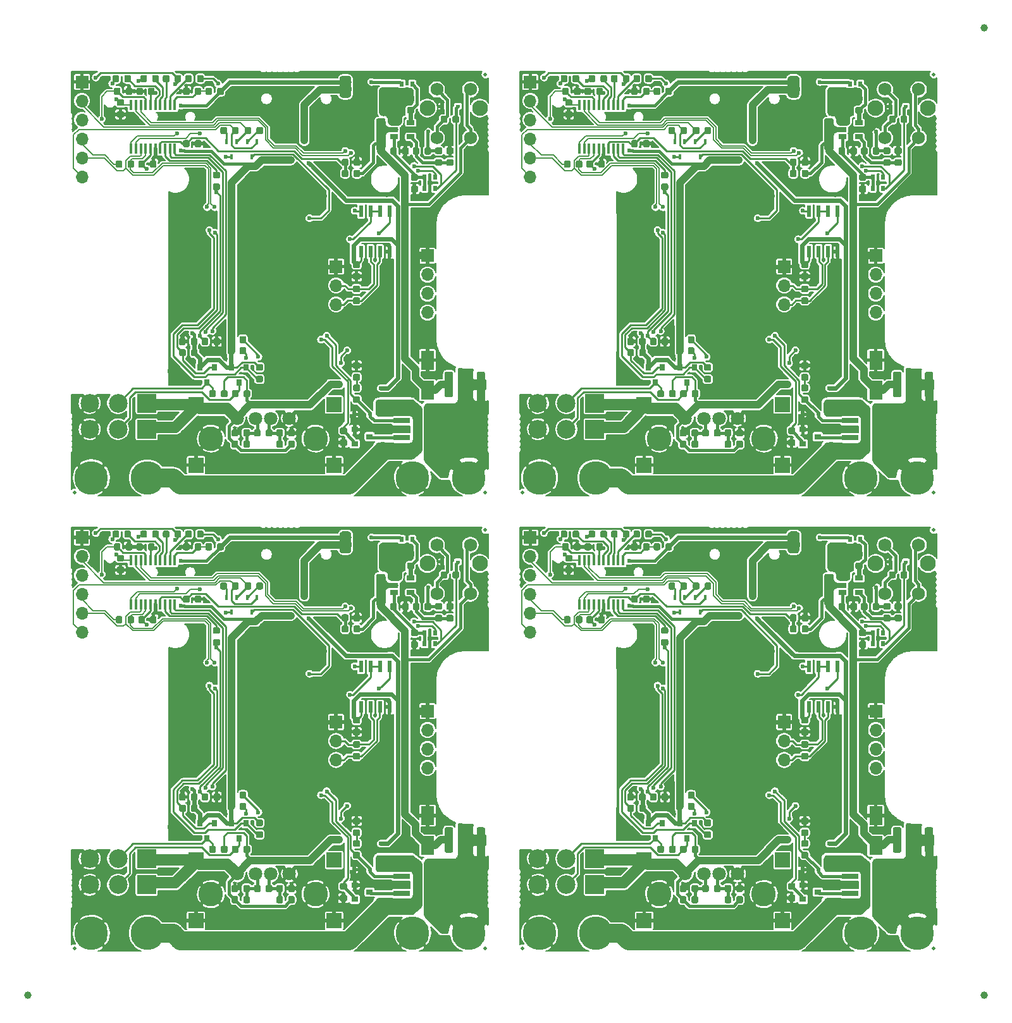
<source format=gbl>
G04 #@! TF.GenerationSoftware,KiCad,Pcbnew,5.1.0*
G04 #@! TF.CreationDate,2019-04-11T17:34:40+02:00*
G04 #@! TF.ProjectId,output.KXKM_battery_module_PANEL,6f757470-7574-42e4-9b58-4b4d5f626174,2.0*
G04 #@! TF.SameCoordinates,PX623a7c0PY839b680*
G04 #@! TF.FileFunction,Copper,L2,Bot*
G04 #@! TF.FilePolarity,Positive*
%FSLAX46Y46*%
G04 Gerber Fmt 4.6, Leading zero omitted, Abs format (unit mm)*
G04 Created by KiCad (PCBNEW 5.1.0) date 2019-04-11 17:34:40*
%MOMM*%
%LPD*%
G04 APERTURE LIST*
%ADD10C,4.500880*%
%ADD11C,0.100000*%
%ADD12C,0.875000*%
%ADD13R,0.600000X0.700000*%
%ADD14C,2.100000*%
%ADD15C,1.750000*%
%ADD16C,0.500000*%
%ADD17C,0.975000*%
%ADD18R,0.900000X0.800000*%
%ADD19R,0.600000X0.450000*%
%ADD20R,2.000000X2.000000*%
%ADD21R,2.500000X2.500000*%
%ADD22C,2.500000*%
%ADD23R,1.060000X0.650000*%
%ADD24R,0.800000X0.900000*%
%ADD25R,0.450000X0.700000*%
%ADD26R,0.600000X1.550000*%
%ADD27R,1.700000X1.700000*%
%ADD28O,1.700000X1.700000*%
%ADD29C,1.800000*%
%ADD30C,3.300000*%
%ADD31C,1.125000*%
%ADD32R,6.400000X5.800000*%
%ADD33R,2.200000X0.800000*%
%ADD34R,2.500000X1.800000*%
%ADD35R,1.800000X2.500000*%
%ADD36C,1.250000*%
%ADD37R,0.450000X1.450000*%
%ADD38C,1.000000*%
%ADD39C,0.600000*%
%ADD40C,0.400000*%
%ADD41C,0.150000*%
%ADD42C,0.600000*%
%ADD43C,0.250000*%
%ADD44C,1.000000*%
%ADD45C,1.500000*%
%ADD46C,2.500000*%
%ADD47C,0.200000*%
G04 APERTURE END LIST*
D10*
X36500000Y49250000D03*
D11*
G36*
X11027691Y101473947D02*
G01*
X11048926Y101470797D01*
X11069750Y101465581D01*
X11089962Y101458349D01*
X11109368Y101449170D01*
X11127781Y101438134D01*
X11145024Y101425346D01*
X11160930Y101410930D01*
X11175346Y101395024D01*
X11188134Y101377781D01*
X11199170Y101359368D01*
X11208349Y101339962D01*
X11215581Y101319750D01*
X11220797Y101298926D01*
X11223947Y101277691D01*
X11225000Y101256250D01*
X11225000Y100743750D01*
X11223947Y100722309D01*
X11220797Y100701074D01*
X11215581Y100680250D01*
X11208349Y100660038D01*
X11199170Y100640632D01*
X11188134Y100622219D01*
X11175346Y100604976D01*
X11160930Y100589070D01*
X11145024Y100574654D01*
X11127781Y100561866D01*
X11109368Y100550830D01*
X11089962Y100541651D01*
X11069750Y100534419D01*
X11048926Y100529203D01*
X11027691Y100526053D01*
X11006250Y100525000D01*
X10568750Y100525000D01*
X10547309Y100526053D01*
X10526074Y100529203D01*
X10505250Y100534419D01*
X10485038Y100541651D01*
X10465632Y100550830D01*
X10447219Y100561866D01*
X10429976Y100574654D01*
X10414070Y100589070D01*
X10399654Y100604976D01*
X10386866Y100622219D01*
X10375830Y100640632D01*
X10366651Y100660038D01*
X10359419Y100680250D01*
X10354203Y100701074D01*
X10351053Y100722309D01*
X10350000Y100743750D01*
X10350000Y101256250D01*
X10351053Y101277691D01*
X10354203Y101298926D01*
X10359419Y101319750D01*
X10366651Y101339962D01*
X10375830Y101359368D01*
X10386866Y101377781D01*
X10399654Y101395024D01*
X10414070Y101410930D01*
X10429976Y101425346D01*
X10447219Y101438134D01*
X10465632Y101449170D01*
X10485038Y101458349D01*
X10505250Y101465581D01*
X10526074Y101470797D01*
X10547309Y101473947D01*
X10568750Y101475000D01*
X11006250Y101475000D01*
X11027691Y101473947D01*
X11027691Y101473947D01*
G37*
D12*
X10787500Y101000000D03*
D11*
G36*
X9452691Y101473947D02*
G01*
X9473926Y101470797D01*
X9494750Y101465581D01*
X9514962Y101458349D01*
X9534368Y101449170D01*
X9552781Y101438134D01*
X9570024Y101425346D01*
X9585930Y101410930D01*
X9600346Y101395024D01*
X9613134Y101377781D01*
X9624170Y101359368D01*
X9633349Y101339962D01*
X9640581Y101319750D01*
X9645797Y101298926D01*
X9648947Y101277691D01*
X9650000Y101256250D01*
X9650000Y100743750D01*
X9648947Y100722309D01*
X9645797Y100701074D01*
X9640581Y100680250D01*
X9633349Y100660038D01*
X9624170Y100640632D01*
X9613134Y100622219D01*
X9600346Y100604976D01*
X9585930Y100589070D01*
X9570024Y100574654D01*
X9552781Y100561866D01*
X9534368Y100550830D01*
X9514962Y100541651D01*
X9494750Y100534419D01*
X9473926Y100529203D01*
X9452691Y100526053D01*
X9431250Y100525000D01*
X8993750Y100525000D01*
X8972309Y100526053D01*
X8951074Y100529203D01*
X8930250Y100534419D01*
X8910038Y100541651D01*
X8890632Y100550830D01*
X8872219Y100561866D01*
X8854976Y100574654D01*
X8839070Y100589070D01*
X8824654Y100604976D01*
X8811866Y100622219D01*
X8800830Y100640632D01*
X8791651Y100660038D01*
X8784419Y100680250D01*
X8779203Y100701074D01*
X8776053Y100722309D01*
X8775000Y100743750D01*
X8775000Y101256250D01*
X8776053Y101277691D01*
X8779203Y101298926D01*
X8784419Y101319750D01*
X8791651Y101339962D01*
X8800830Y101359368D01*
X8811866Y101377781D01*
X8824654Y101395024D01*
X8839070Y101410930D01*
X8854976Y101425346D01*
X8872219Y101438134D01*
X8890632Y101449170D01*
X8910038Y101458349D01*
X8930250Y101465581D01*
X8951074Y101470797D01*
X8972309Y101473947D01*
X8993750Y101475000D01*
X9431250Y101475000D01*
X9452691Y101473947D01*
X9452691Y101473947D01*
G37*
D12*
X9212500Y101000000D03*
D11*
G36*
X29277691Y78223947D02*
G01*
X29298926Y78220797D01*
X29319750Y78215581D01*
X29339962Y78208349D01*
X29359368Y78199170D01*
X29377781Y78188134D01*
X29395024Y78175346D01*
X29410930Y78160930D01*
X29425346Y78145024D01*
X29438134Y78127781D01*
X29449170Y78109368D01*
X29458349Y78089962D01*
X29465581Y78069750D01*
X29470797Y78048926D01*
X29473947Y78027691D01*
X29475000Y78006250D01*
X29475000Y77568750D01*
X29473947Y77547309D01*
X29470797Y77526074D01*
X29465581Y77505250D01*
X29458349Y77485038D01*
X29449170Y77465632D01*
X29438134Y77447219D01*
X29425346Y77429976D01*
X29410930Y77414070D01*
X29395024Y77399654D01*
X29377781Y77386866D01*
X29359368Y77375830D01*
X29339962Y77366651D01*
X29319750Y77359419D01*
X29298926Y77354203D01*
X29277691Y77351053D01*
X29256250Y77350000D01*
X28743750Y77350000D01*
X28722309Y77351053D01*
X28701074Y77354203D01*
X28680250Y77359419D01*
X28660038Y77366651D01*
X28640632Y77375830D01*
X28622219Y77386866D01*
X28604976Y77399654D01*
X28589070Y77414070D01*
X28574654Y77429976D01*
X28561866Y77447219D01*
X28550830Y77465632D01*
X28541651Y77485038D01*
X28534419Y77505250D01*
X28529203Y77526074D01*
X28526053Y77547309D01*
X28525000Y77568750D01*
X28525000Y78006250D01*
X28526053Y78027691D01*
X28529203Y78048926D01*
X28534419Y78069750D01*
X28541651Y78089962D01*
X28550830Y78109368D01*
X28561866Y78127781D01*
X28574654Y78145024D01*
X28589070Y78160930D01*
X28604976Y78175346D01*
X28622219Y78188134D01*
X28640632Y78199170D01*
X28660038Y78208349D01*
X28680250Y78215581D01*
X28701074Y78220797D01*
X28722309Y78223947D01*
X28743750Y78225000D01*
X29256250Y78225000D01*
X29277691Y78223947D01*
X29277691Y78223947D01*
G37*
D12*
X29000000Y77787500D03*
D11*
G36*
X29277691Y76648947D02*
G01*
X29298926Y76645797D01*
X29319750Y76640581D01*
X29339962Y76633349D01*
X29359368Y76624170D01*
X29377781Y76613134D01*
X29395024Y76600346D01*
X29410930Y76585930D01*
X29425346Y76570024D01*
X29438134Y76552781D01*
X29449170Y76534368D01*
X29458349Y76514962D01*
X29465581Y76494750D01*
X29470797Y76473926D01*
X29473947Y76452691D01*
X29475000Y76431250D01*
X29475000Y75993750D01*
X29473947Y75972309D01*
X29470797Y75951074D01*
X29465581Y75930250D01*
X29458349Y75910038D01*
X29449170Y75890632D01*
X29438134Y75872219D01*
X29425346Y75854976D01*
X29410930Y75839070D01*
X29395024Y75824654D01*
X29377781Y75811866D01*
X29359368Y75800830D01*
X29339962Y75791651D01*
X29319750Y75784419D01*
X29298926Y75779203D01*
X29277691Y75776053D01*
X29256250Y75775000D01*
X28743750Y75775000D01*
X28722309Y75776053D01*
X28701074Y75779203D01*
X28680250Y75784419D01*
X28660038Y75791651D01*
X28640632Y75800830D01*
X28622219Y75811866D01*
X28604976Y75824654D01*
X28589070Y75839070D01*
X28574654Y75854976D01*
X28561866Y75872219D01*
X28550830Y75890632D01*
X28541651Y75910038D01*
X28534419Y75930250D01*
X28529203Y75951074D01*
X28526053Y75972309D01*
X28525000Y75993750D01*
X28525000Y76431250D01*
X28526053Y76452691D01*
X28529203Y76473926D01*
X28534419Y76494750D01*
X28541651Y76514962D01*
X28550830Y76534368D01*
X28561866Y76552781D01*
X28574654Y76570024D01*
X28589070Y76585930D01*
X28604976Y76600346D01*
X28622219Y76613134D01*
X28640632Y76624170D01*
X28660038Y76633349D01*
X28680250Y76640581D01*
X28701074Y76645797D01*
X28722309Y76648947D01*
X28743750Y76650000D01*
X29256250Y76650000D01*
X29277691Y76648947D01*
X29277691Y76648947D01*
G37*
D12*
X29000000Y76212500D03*
D11*
G36*
X8027691Y94473947D02*
G01*
X8048926Y94470797D01*
X8069750Y94465581D01*
X8089962Y94458349D01*
X8109368Y94449170D01*
X8127781Y94438134D01*
X8145024Y94425346D01*
X8160930Y94410930D01*
X8175346Y94395024D01*
X8188134Y94377781D01*
X8199170Y94359368D01*
X8208349Y94339962D01*
X8215581Y94319750D01*
X8220797Y94298926D01*
X8223947Y94277691D01*
X8225000Y94256250D01*
X8225000Y93743750D01*
X8223947Y93722309D01*
X8220797Y93701074D01*
X8215581Y93680250D01*
X8208349Y93660038D01*
X8199170Y93640632D01*
X8188134Y93622219D01*
X8175346Y93604976D01*
X8160930Y93589070D01*
X8145024Y93574654D01*
X8127781Y93561866D01*
X8109368Y93550830D01*
X8089962Y93541651D01*
X8069750Y93534419D01*
X8048926Y93529203D01*
X8027691Y93526053D01*
X8006250Y93525000D01*
X7568750Y93525000D01*
X7547309Y93526053D01*
X7526074Y93529203D01*
X7505250Y93534419D01*
X7485038Y93541651D01*
X7465632Y93550830D01*
X7447219Y93561866D01*
X7429976Y93574654D01*
X7414070Y93589070D01*
X7399654Y93604976D01*
X7386866Y93622219D01*
X7375830Y93640632D01*
X7366651Y93660038D01*
X7359419Y93680250D01*
X7354203Y93701074D01*
X7351053Y93722309D01*
X7350000Y93743750D01*
X7350000Y94256250D01*
X7351053Y94277691D01*
X7354203Y94298926D01*
X7359419Y94319750D01*
X7366651Y94339962D01*
X7375830Y94359368D01*
X7386866Y94377781D01*
X7399654Y94395024D01*
X7414070Y94410930D01*
X7429976Y94425346D01*
X7447219Y94438134D01*
X7465632Y94449170D01*
X7485038Y94458349D01*
X7505250Y94465581D01*
X7526074Y94470797D01*
X7547309Y94473947D01*
X7568750Y94475000D01*
X8006250Y94475000D01*
X8027691Y94473947D01*
X8027691Y94473947D01*
G37*
D12*
X7787500Y94000000D03*
D11*
G36*
X6452691Y94473947D02*
G01*
X6473926Y94470797D01*
X6494750Y94465581D01*
X6514962Y94458349D01*
X6534368Y94449170D01*
X6552781Y94438134D01*
X6570024Y94425346D01*
X6585930Y94410930D01*
X6600346Y94395024D01*
X6613134Y94377781D01*
X6624170Y94359368D01*
X6633349Y94339962D01*
X6640581Y94319750D01*
X6645797Y94298926D01*
X6648947Y94277691D01*
X6650000Y94256250D01*
X6650000Y93743750D01*
X6648947Y93722309D01*
X6645797Y93701074D01*
X6640581Y93680250D01*
X6633349Y93660038D01*
X6624170Y93640632D01*
X6613134Y93622219D01*
X6600346Y93604976D01*
X6585930Y93589070D01*
X6570024Y93574654D01*
X6552781Y93561866D01*
X6534368Y93550830D01*
X6514962Y93541651D01*
X6494750Y93534419D01*
X6473926Y93529203D01*
X6452691Y93526053D01*
X6431250Y93525000D01*
X5993750Y93525000D01*
X5972309Y93526053D01*
X5951074Y93529203D01*
X5930250Y93534419D01*
X5910038Y93541651D01*
X5890632Y93550830D01*
X5872219Y93561866D01*
X5854976Y93574654D01*
X5839070Y93589070D01*
X5824654Y93604976D01*
X5811866Y93622219D01*
X5800830Y93640632D01*
X5791651Y93660038D01*
X5784419Y93680250D01*
X5779203Y93701074D01*
X5776053Y93722309D01*
X5775000Y93743750D01*
X5775000Y94256250D01*
X5776053Y94277691D01*
X5779203Y94298926D01*
X5784419Y94319750D01*
X5791651Y94339962D01*
X5800830Y94359368D01*
X5811866Y94377781D01*
X5824654Y94395024D01*
X5839070Y94410930D01*
X5854976Y94425346D01*
X5872219Y94438134D01*
X5890632Y94449170D01*
X5910038Y94458349D01*
X5930250Y94465581D01*
X5951074Y94470797D01*
X5972309Y94473947D01*
X5993750Y94475000D01*
X6431250Y94475000D01*
X6452691Y94473947D01*
X6452691Y94473947D01*
G37*
D12*
X6212500Y94000000D03*
D13*
X36450000Y102000000D03*
X35050000Y102000000D03*
D10*
X1000000Y49250000D03*
D14*
X45500000Y98760000D03*
D15*
X44240000Y101250000D03*
X39740000Y101250000D03*
D14*
X38490000Y98760000D03*
D15*
X39740000Y94750000D03*
X44240000Y94750000D03*
D11*
G36*
X752691Y103173947D02*
G01*
X773926Y103170797D01*
X794750Y103165581D01*
X814962Y103158349D01*
X834368Y103149170D01*
X852781Y103138134D01*
X870024Y103125346D01*
X885930Y103110930D01*
X900346Y103095024D01*
X913134Y103077781D01*
X924170Y103059368D01*
X933349Y103039962D01*
X940581Y103019750D01*
X945797Y102998926D01*
X948947Y102977691D01*
X950000Y102956250D01*
X950000Y102443750D01*
X948947Y102422309D01*
X945797Y102401074D01*
X940581Y102380250D01*
X933349Y102360038D01*
X924170Y102340632D01*
X913134Y102322219D01*
X900346Y102304976D01*
X885930Y102289070D01*
X870024Y102274654D01*
X852781Y102261866D01*
X834368Y102250830D01*
X814962Y102241651D01*
X794750Y102234419D01*
X773926Y102229203D01*
X752691Y102226053D01*
X731250Y102225000D01*
X293750Y102225000D01*
X272309Y102226053D01*
X251074Y102229203D01*
X230250Y102234419D01*
X210038Y102241651D01*
X190632Y102250830D01*
X172219Y102261866D01*
X154976Y102274654D01*
X139070Y102289070D01*
X124654Y102304976D01*
X111866Y102322219D01*
X100830Y102340632D01*
X91651Y102360038D01*
X84419Y102380250D01*
X79203Y102401074D01*
X76053Y102422309D01*
X75000Y102443750D01*
X75000Y102956250D01*
X76053Y102977691D01*
X79203Y102998926D01*
X84419Y103019750D01*
X91651Y103039962D01*
X100830Y103059368D01*
X111866Y103077781D01*
X124654Y103095024D01*
X139070Y103110930D01*
X154976Y103125346D01*
X172219Y103138134D01*
X190632Y103149170D01*
X210038Y103158349D01*
X230250Y103165581D01*
X251074Y103170797D01*
X272309Y103173947D01*
X293750Y103175000D01*
X731250Y103175000D01*
X752691Y103173947D01*
X752691Y103173947D01*
G37*
D12*
X512500Y102700000D03*
D11*
G36*
X2327691Y103173947D02*
G01*
X2348926Y103170797D01*
X2369750Y103165581D01*
X2389962Y103158349D01*
X2409368Y103149170D01*
X2427781Y103138134D01*
X2445024Y103125346D01*
X2460930Y103110930D01*
X2475346Y103095024D01*
X2488134Y103077781D01*
X2499170Y103059368D01*
X2508349Y103039962D01*
X2515581Y103019750D01*
X2520797Y102998926D01*
X2523947Y102977691D01*
X2525000Y102956250D01*
X2525000Y102443750D01*
X2523947Y102422309D01*
X2520797Y102401074D01*
X2515581Y102380250D01*
X2508349Y102360038D01*
X2499170Y102340632D01*
X2488134Y102322219D01*
X2475346Y102304976D01*
X2460930Y102289070D01*
X2445024Y102274654D01*
X2427781Y102261866D01*
X2409368Y102250830D01*
X2389962Y102241651D01*
X2369750Y102234419D01*
X2348926Y102229203D01*
X2327691Y102226053D01*
X2306250Y102225000D01*
X1868750Y102225000D01*
X1847309Y102226053D01*
X1826074Y102229203D01*
X1805250Y102234419D01*
X1785038Y102241651D01*
X1765632Y102250830D01*
X1747219Y102261866D01*
X1729976Y102274654D01*
X1714070Y102289070D01*
X1699654Y102304976D01*
X1686866Y102322219D01*
X1675830Y102340632D01*
X1666651Y102360038D01*
X1659419Y102380250D01*
X1654203Y102401074D01*
X1651053Y102422309D01*
X1650000Y102443750D01*
X1650000Y102956250D01*
X1651053Y102977691D01*
X1654203Y102998926D01*
X1659419Y103019750D01*
X1666651Y103039962D01*
X1675830Y103059368D01*
X1686866Y103077781D01*
X1699654Y103095024D01*
X1714070Y103110930D01*
X1729976Y103125346D01*
X1747219Y103138134D01*
X1765632Y103149170D01*
X1785038Y103158349D01*
X1805250Y103165581D01*
X1826074Y103170797D01*
X1847309Y103173947D01*
X1868750Y103175000D01*
X2306250Y103175000D01*
X2327691Y103173947D01*
X2327691Y103173947D01*
G37*
D12*
X2087500Y102700000D03*
D11*
G36*
X16277691Y62898947D02*
G01*
X16298926Y62895797D01*
X16319750Y62890581D01*
X16339962Y62883349D01*
X16359368Y62874170D01*
X16377781Y62863134D01*
X16395024Y62850346D01*
X16410930Y62835930D01*
X16425346Y62820024D01*
X16438134Y62802781D01*
X16449170Y62784368D01*
X16458349Y62764962D01*
X16465581Y62744750D01*
X16470797Y62723926D01*
X16473947Y62702691D01*
X16475000Y62681250D01*
X16475000Y62243750D01*
X16473947Y62222309D01*
X16470797Y62201074D01*
X16465581Y62180250D01*
X16458349Y62160038D01*
X16449170Y62140632D01*
X16438134Y62122219D01*
X16425346Y62104976D01*
X16410930Y62089070D01*
X16395024Y62074654D01*
X16377781Y62061866D01*
X16359368Y62050830D01*
X16339962Y62041651D01*
X16319750Y62034419D01*
X16298926Y62029203D01*
X16277691Y62026053D01*
X16256250Y62025000D01*
X15743750Y62025000D01*
X15722309Y62026053D01*
X15701074Y62029203D01*
X15680250Y62034419D01*
X15660038Y62041651D01*
X15640632Y62050830D01*
X15622219Y62061866D01*
X15604976Y62074654D01*
X15589070Y62089070D01*
X15574654Y62104976D01*
X15561866Y62122219D01*
X15550830Y62140632D01*
X15541651Y62160038D01*
X15534419Y62180250D01*
X15529203Y62201074D01*
X15526053Y62222309D01*
X15525000Y62243750D01*
X15525000Y62681250D01*
X15526053Y62702691D01*
X15529203Y62723926D01*
X15534419Y62744750D01*
X15541651Y62764962D01*
X15550830Y62784368D01*
X15561866Y62802781D01*
X15574654Y62820024D01*
X15589070Y62835930D01*
X15604976Y62850346D01*
X15622219Y62863134D01*
X15640632Y62874170D01*
X15660038Y62883349D01*
X15680250Y62890581D01*
X15701074Y62895797D01*
X15722309Y62898947D01*
X15743750Y62900000D01*
X16256250Y62900000D01*
X16277691Y62898947D01*
X16277691Y62898947D01*
G37*
D12*
X16000000Y62462500D03*
D11*
G36*
X16277691Y64473947D02*
G01*
X16298926Y64470797D01*
X16319750Y64465581D01*
X16339962Y64458349D01*
X16359368Y64449170D01*
X16377781Y64438134D01*
X16395024Y64425346D01*
X16410930Y64410930D01*
X16425346Y64395024D01*
X16438134Y64377781D01*
X16449170Y64359368D01*
X16458349Y64339962D01*
X16465581Y64319750D01*
X16470797Y64298926D01*
X16473947Y64277691D01*
X16475000Y64256250D01*
X16475000Y63818750D01*
X16473947Y63797309D01*
X16470797Y63776074D01*
X16465581Y63755250D01*
X16458349Y63735038D01*
X16449170Y63715632D01*
X16438134Y63697219D01*
X16425346Y63679976D01*
X16410930Y63664070D01*
X16395024Y63649654D01*
X16377781Y63636866D01*
X16359368Y63625830D01*
X16339962Y63616651D01*
X16319750Y63609419D01*
X16298926Y63604203D01*
X16277691Y63601053D01*
X16256250Y63600000D01*
X15743750Y63600000D01*
X15722309Y63601053D01*
X15701074Y63604203D01*
X15680250Y63609419D01*
X15660038Y63616651D01*
X15640632Y63625830D01*
X15622219Y63636866D01*
X15604976Y63649654D01*
X15589070Y63664070D01*
X15574654Y63679976D01*
X15561866Y63697219D01*
X15550830Y63715632D01*
X15541651Y63735038D01*
X15534419Y63755250D01*
X15529203Y63776074D01*
X15526053Y63797309D01*
X15525000Y63818750D01*
X15525000Y64256250D01*
X15526053Y64277691D01*
X15529203Y64298926D01*
X15534419Y64319750D01*
X15541651Y64339962D01*
X15550830Y64359368D01*
X15561866Y64377781D01*
X15574654Y64395024D01*
X15589070Y64410930D01*
X15604976Y64425346D01*
X15622219Y64438134D01*
X15640632Y64449170D01*
X15660038Y64458349D01*
X15680250Y64465581D01*
X15701074Y64470797D01*
X15722309Y64473947D01*
X15743750Y64475000D01*
X16256250Y64475000D01*
X16277691Y64473947D01*
X16277691Y64473947D01*
G37*
D12*
X16000000Y64037500D03*
D16*
X46250000Y103250000D03*
D11*
G36*
X20527691Y55723947D02*
G01*
X20548926Y55720797D01*
X20569750Y55715581D01*
X20589962Y55708349D01*
X20609368Y55699170D01*
X20627781Y55688134D01*
X20645024Y55675346D01*
X20660930Y55660930D01*
X20675346Y55645024D01*
X20688134Y55627781D01*
X20699170Y55609368D01*
X20708349Y55589962D01*
X20715581Y55569750D01*
X20720797Y55548926D01*
X20723947Y55527691D01*
X20725000Y55506250D01*
X20725000Y54993750D01*
X20723947Y54972309D01*
X20720797Y54951074D01*
X20715581Y54930250D01*
X20708349Y54910038D01*
X20699170Y54890632D01*
X20688134Y54872219D01*
X20675346Y54854976D01*
X20660930Y54839070D01*
X20645024Y54824654D01*
X20627781Y54811866D01*
X20609368Y54800830D01*
X20589962Y54791651D01*
X20569750Y54784419D01*
X20548926Y54779203D01*
X20527691Y54776053D01*
X20506250Y54775000D01*
X20068750Y54775000D01*
X20047309Y54776053D01*
X20026074Y54779203D01*
X20005250Y54784419D01*
X19985038Y54791651D01*
X19965632Y54800830D01*
X19947219Y54811866D01*
X19929976Y54824654D01*
X19914070Y54839070D01*
X19899654Y54854976D01*
X19886866Y54872219D01*
X19875830Y54890632D01*
X19866651Y54910038D01*
X19859419Y54930250D01*
X19854203Y54951074D01*
X19851053Y54972309D01*
X19850000Y54993750D01*
X19850000Y55506250D01*
X19851053Y55527691D01*
X19854203Y55548926D01*
X19859419Y55569750D01*
X19866651Y55589962D01*
X19875830Y55609368D01*
X19886866Y55627781D01*
X19899654Y55645024D01*
X19914070Y55660930D01*
X19929976Y55675346D01*
X19947219Y55688134D01*
X19965632Y55699170D01*
X19985038Y55708349D01*
X20005250Y55715581D01*
X20026074Y55720797D01*
X20047309Y55723947D01*
X20068750Y55725000D01*
X20506250Y55725000D01*
X20527691Y55723947D01*
X20527691Y55723947D01*
G37*
D12*
X20287500Y55250000D03*
D11*
G36*
X18952691Y55723947D02*
G01*
X18973926Y55720797D01*
X18994750Y55715581D01*
X19014962Y55708349D01*
X19034368Y55699170D01*
X19052781Y55688134D01*
X19070024Y55675346D01*
X19085930Y55660930D01*
X19100346Y55645024D01*
X19113134Y55627781D01*
X19124170Y55609368D01*
X19133349Y55589962D01*
X19140581Y55569750D01*
X19145797Y55548926D01*
X19148947Y55527691D01*
X19150000Y55506250D01*
X19150000Y54993750D01*
X19148947Y54972309D01*
X19145797Y54951074D01*
X19140581Y54930250D01*
X19133349Y54910038D01*
X19124170Y54890632D01*
X19113134Y54872219D01*
X19100346Y54854976D01*
X19085930Y54839070D01*
X19070024Y54824654D01*
X19052781Y54811866D01*
X19034368Y54800830D01*
X19014962Y54791651D01*
X18994750Y54784419D01*
X18973926Y54779203D01*
X18952691Y54776053D01*
X18931250Y54775000D01*
X18493750Y54775000D01*
X18472309Y54776053D01*
X18451074Y54779203D01*
X18430250Y54784419D01*
X18410038Y54791651D01*
X18390632Y54800830D01*
X18372219Y54811866D01*
X18354976Y54824654D01*
X18339070Y54839070D01*
X18324654Y54854976D01*
X18311866Y54872219D01*
X18300830Y54890632D01*
X18291651Y54910038D01*
X18284419Y54930250D01*
X18279203Y54951074D01*
X18276053Y54972309D01*
X18275000Y54993750D01*
X18275000Y55506250D01*
X18276053Y55527691D01*
X18279203Y55548926D01*
X18284419Y55569750D01*
X18291651Y55589962D01*
X18300830Y55609368D01*
X18311866Y55627781D01*
X18324654Y55645024D01*
X18339070Y55660930D01*
X18354976Y55675346D01*
X18372219Y55688134D01*
X18390632Y55699170D01*
X18410038Y55708349D01*
X18430250Y55715581D01*
X18451074Y55720797D01*
X18472309Y55723947D01*
X18493750Y55725000D01*
X18931250Y55725000D01*
X18952691Y55723947D01*
X18952691Y55723947D01*
G37*
D12*
X18712500Y55250000D03*
D11*
G36*
X-2322309Y99923947D02*
G01*
X-2301074Y99920797D01*
X-2280250Y99915581D01*
X-2260038Y99908349D01*
X-2240632Y99899170D01*
X-2222219Y99888134D01*
X-2204976Y99875346D01*
X-2189070Y99860930D01*
X-2174654Y99845024D01*
X-2161866Y99827781D01*
X-2150830Y99809368D01*
X-2141651Y99789962D01*
X-2134419Y99769750D01*
X-2129203Y99748926D01*
X-2126053Y99727691D01*
X-2125000Y99706250D01*
X-2125000Y99268750D01*
X-2126053Y99247309D01*
X-2129203Y99226074D01*
X-2134419Y99205250D01*
X-2141651Y99185038D01*
X-2150830Y99165632D01*
X-2161866Y99147219D01*
X-2174654Y99129976D01*
X-2189070Y99114070D01*
X-2204976Y99099654D01*
X-2222219Y99086866D01*
X-2240632Y99075830D01*
X-2260038Y99066651D01*
X-2280250Y99059419D01*
X-2301074Y99054203D01*
X-2322309Y99051053D01*
X-2343750Y99050000D01*
X-2856250Y99050000D01*
X-2877691Y99051053D01*
X-2898926Y99054203D01*
X-2919750Y99059419D01*
X-2939962Y99066651D01*
X-2959368Y99075830D01*
X-2977781Y99086866D01*
X-2995024Y99099654D01*
X-3010930Y99114070D01*
X-3025346Y99129976D01*
X-3038134Y99147219D01*
X-3049170Y99165632D01*
X-3058349Y99185038D01*
X-3065581Y99205250D01*
X-3070797Y99226074D01*
X-3073947Y99247309D01*
X-3075000Y99268750D01*
X-3075000Y99706250D01*
X-3073947Y99727691D01*
X-3070797Y99748926D01*
X-3065581Y99769750D01*
X-3058349Y99789962D01*
X-3049170Y99809368D01*
X-3038134Y99827781D01*
X-3025346Y99845024D01*
X-3010930Y99860930D01*
X-2995024Y99875346D01*
X-2977781Y99888134D01*
X-2959368Y99899170D01*
X-2939962Y99908349D01*
X-2919750Y99915581D01*
X-2898926Y99920797D01*
X-2877691Y99923947D01*
X-2856250Y99925000D01*
X-2343750Y99925000D01*
X-2322309Y99923947D01*
X-2322309Y99923947D01*
G37*
D12*
X-2600000Y99487500D03*
D11*
G36*
X-2322309Y98348947D02*
G01*
X-2301074Y98345797D01*
X-2280250Y98340581D01*
X-2260038Y98333349D01*
X-2240632Y98324170D01*
X-2222219Y98313134D01*
X-2204976Y98300346D01*
X-2189070Y98285930D01*
X-2174654Y98270024D01*
X-2161866Y98252781D01*
X-2150830Y98234368D01*
X-2141651Y98214962D01*
X-2134419Y98194750D01*
X-2129203Y98173926D01*
X-2126053Y98152691D01*
X-2125000Y98131250D01*
X-2125000Y97693750D01*
X-2126053Y97672309D01*
X-2129203Y97651074D01*
X-2134419Y97630250D01*
X-2141651Y97610038D01*
X-2150830Y97590632D01*
X-2161866Y97572219D01*
X-2174654Y97554976D01*
X-2189070Y97539070D01*
X-2204976Y97524654D01*
X-2222219Y97511866D01*
X-2240632Y97500830D01*
X-2260038Y97491651D01*
X-2280250Y97484419D01*
X-2301074Y97479203D01*
X-2322309Y97476053D01*
X-2343750Y97475000D01*
X-2856250Y97475000D01*
X-2877691Y97476053D01*
X-2898926Y97479203D01*
X-2919750Y97484419D01*
X-2939962Y97491651D01*
X-2959368Y97500830D01*
X-2977781Y97511866D01*
X-2995024Y97524654D01*
X-3010930Y97539070D01*
X-3025346Y97554976D01*
X-3038134Y97572219D01*
X-3049170Y97590632D01*
X-3058349Y97610038D01*
X-3065581Y97630250D01*
X-3070797Y97651074D01*
X-3073947Y97672309D01*
X-3075000Y97693750D01*
X-3075000Y98131250D01*
X-3073947Y98152691D01*
X-3070797Y98173926D01*
X-3065581Y98194750D01*
X-3058349Y98214962D01*
X-3049170Y98234368D01*
X-3038134Y98252781D01*
X-3025346Y98270024D01*
X-3010930Y98285930D01*
X-2995024Y98300346D01*
X-2977781Y98313134D01*
X-2959368Y98324170D01*
X-2939962Y98333349D01*
X-2919750Y98340581D01*
X-2898926Y98345797D01*
X-2877691Y98348947D01*
X-2856250Y98350000D01*
X-2343750Y98350000D01*
X-2322309Y98348947D01*
X-2322309Y98348947D01*
G37*
D12*
X-2600000Y97912500D03*
D13*
X39500000Y88000000D03*
X38100000Y88000000D03*
D11*
G36*
X29955142Y102948826D02*
G01*
X29978803Y102945316D01*
X30002007Y102939504D01*
X30024529Y102931446D01*
X30046153Y102921218D01*
X30066670Y102908921D01*
X30085883Y102894671D01*
X30103607Y102878607D01*
X30119671Y102860883D01*
X30133921Y102841670D01*
X30146218Y102821153D01*
X30156446Y102799529D01*
X30164504Y102777007D01*
X30170316Y102753803D01*
X30173826Y102730142D01*
X30175000Y102706250D01*
X30175000Y101793750D01*
X30173826Y101769858D01*
X30170316Y101746197D01*
X30164504Y101722993D01*
X30156446Y101700471D01*
X30146218Y101678847D01*
X30133921Y101658330D01*
X30119671Y101639117D01*
X30103607Y101621393D01*
X30085883Y101605329D01*
X30066670Y101591079D01*
X30046153Y101578782D01*
X30024529Y101568554D01*
X30002007Y101560496D01*
X29978803Y101554684D01*
X29955142Y101551174D01*
X29931250Y101550000D01*
X29443750Y101550000D01*
X29419858Y101551174D01*
X29396197Y101554684D01*
X29372993Y101560496D01*
X29350471Y101568554D01*
X29328847Y101578782D01*
X29308330Y101591079D01*
X29289117Y101605329D01*
X29271393Y101621393D01*
X29255329Y101639117D01*
X29241079Y101658330D01*
X29228782Y101678847D01*
X29218554Y101700471D01*
X29210496Y101722993D01*
X29204684Y101746197D01*
X29201174Y101769858D01*
X29200000Y101793750D01*
X29200000Y102706250D01*
X29201174Y102730142D01*
X29204684Y102753803D01*
X29210496Y102777007D01*
X29218554Y102799529D01*
X29228782Y102821153D01*
X29241079Y102841670D01*
X29255329Y102860883D01*
X29271393Y102878607D01*
X29289117Y102894671D01*
X29308330Y102908921D01*
X29328847Y102921218D01*
X29350471Y102931446D01*
X29372993Y102939504D01*
X29396197Y102945316D01*
X29419858Y102948826D01*
X29443750Y102950000D01*
X29931250Y102950000D01*
X29955142Y102948826D01*
X29955142Y102948826D01*
G37*
D17*
X29687500Y102250000D03*
D11*
G36*
X28080142Y102948826D02*
G01*
X28103803Y102945316D01*
X28127007Y102939504D01*
X28149529Y102931446D01*
X28171153Y102921218D01*
X28191670Y102908921D01*
X28210883Y102894671D01*
X28228607Y102878607D01*
X28244671Y102860883D01*
X28258921Y102841670D01*
X28271218Y102821153D01*
X28281446Y102799529D01*
X28289504Y102777007D01*
X28295316Y102753803D01*
X28298826Y102730142D01*
X28300000Y102706250D01*
X28300000Y101793750D01*
X28298826Y101769858D01*
X28295316Y101746197D01*
X28289504Y101722993D01*
X28281446Y101700471D01*
X28271218Y101678847D01*
X28258921Y101658330D01*
X28244671Y101639117D01*
X28228607Y101621393D01*
X28210883Y101605329D01*
X28191670Y101591079D01*
X28171153Y101578782D01*
X28149529Y101568554D01*
X28127007Y101560496D01*
X28103803Y101554684D01*
X28080142Y101551174D01*
X28056250Y101550000D01*
X27568750Y101550000D01*
X27544858Y101551174D01*
X27521197Y101554684D01*
X27497993Y101560496D01*
X27475471Y101568554D01*
X27453847Y101578782D01*
X27433330Y101591079D01*
X27414117Y101605329D01*
X27396393Y101621393D01*
X27380329Y101639117D01*
X27366079Y101658330D01*
X27353782Y101678847D01*
X27343554Y101700471D01*
X27335496Y101722993D01*
X27329684Y101746197D01*
X27326174Y101769858D01*
X27325000Y101793750D01*
X27325000Y102706250D01*
X27326174Y102730142D01*
X27329684Y102753803D01*
X27335496Y102777007D01*
X27343554Y102799529D01*
X27353782Y102821153D01*
X27366079Y102841670D01*
X27380329Y102860883D01*
X27396393Y102878607D01*
X27414117Y102894671D01*
X27433330Y102908921D01*
X27453847Y102921218D01*
X27475471Y102931446D01*
X27497993Y102939504D01*
X27521197Y102945316D01*
X27544858Y102948826D01*
X27568750Y102950000D01*
X28056250Y102950000D01*
X28080142Y102948826D01*
X28080142Y102948826D01*
G37*
D17*
X27812500Y102250000D03*
D18*
X30750000Y54750000D03*
X28750000Y55700000D03*
X28750000Y53800000D03*
D11*
G36*
X40952691Y97723947D02*
G01*
X40973926Y97720797D01*
X40994750Y97715581D01*
X41014962Y97708349D01*
X41034368Y97699170D01*
X41052781Y97688134D01*
X41070024Y97675346D01*
X41085930Y97660930D01*
X41100346Y97645024D01*
X41113134Y97627781D01*
X41124170Y97609368D01*
X41133349Y97589962D01*
X41140581Y97569750D01*
X41145797Y97548926D01*
X41148947Y97527691D01*
X41150000Y97506250D01*
X41150000Y96993750D01*
X41148947Y96972309D01*
X41145797Y96951074D01*
X41140581Y96930250D01*
X41133349Y96910038D01*
X41124170Y96890632D01*
X41113134Y96872219D01*
X41100346Y96854976D01*
X41085930Y96839070D01*
X41070024Y96824654D01*
X41052781Y96811866D01*
X41034368Y96800830D01*
X41014962Y96791651D01*
X40994750Y96784419D01*
X40973926Y96779203D01*
X40952691Y96776053D01*
X40931250Y96775000D01*
X40493750Y96775000D01*
X40472309Y96776053D01*
X40451074Y96779203D01*
X40430250Y96784419D01*
X40410038Y96791651D01*
X40390632Y96800830D01*
X40372219Y96811866D01*
X40354976Y96824654D01*
X40339070Y96839070D01*
X40324654Y96854976D01*
X40311866Y96872219D01*
X40300830Y96890632D01*
X40291651Y96910038D01*
X40284419Y96930250D01*
X40279203Y96951074D01*
X40276053Y96972309D01*
X40275000Y96993750D01*
X40275000Y97506250D01*
X40276053Y97527691D01*
X40279203Y97548926D01*
X40284419Y97569750D01*
X40291651Y97589962D01*
X40300830Y97609368D01*
X40311866Y97627781D01*
X40324654Y97645024D01*
X40339070Y97660930D01*
X40354976Y97675346D01*
X40372219Y97688134D01*
X40390632Y97699170D01*
X40410038Y97708349D01*
X40430250Y97715581D01*
X40451074Y97720797D01*
X40472309Y97723947D01*
X40493750Y97725000D01*
X40931250Y97725000D01*
X40952691Y97723947D01*
X40952691Y97723947D01*
G37*
D12*
X40712500Y97250000D03*
D11*
G36*
X42527691Y97723947D02*
G01*
X42548926Y97720797D01*
X42569750Y97715581D01*
X42589962Y97708349D01*
X42609368Y97699170D01*
X42627781Y97688134D01*
X42645024Y97675346D01*
X42660930Y97660930D01*
X42675346Y97645024D01*
X42688134Y97627781D01*
X42699170Y97609368D01*
X42708349Y97589962D01*
X42715581Y97569750D01*
X42720797Y97548926D01*
X42723947Y97527691D01*
X42725000Y97506250D01*
X42725000Y96993750D01*
X42723947Y96972309D01*
X42720797Y96951074D01*
X42715581Y96930250D01*
X42708349Y96910038D01*
X42699170Y96890632D01*
X42688134Y96872219D01*
X42675346Y96854976D01*
X42660930Y96839070D01*
X42645024Y96824654D01*
X42627781Y96811866D01*
X42609368Y96800830D01*
X42589962Y96791651D01*
X42569750Y96784419D01*
X42548926Y96779203D01*
X42527691Y96776053D01*
X42506250Y96775000D01*
X42068750Y96775000D01*
X42047309Y96776053D01*
X42026074Y96779203D01*
X42005250Y96784419D01*
X41985038Y96791651D01*
X41965632Y96800830D01*
X41947219Y96811866D01*
X41929976Y96824654D01*
X41914070Y96839070D01*
X41899654Y96854976D01*
X41886866Y96872219D01*
X41875830Y96890632D01*
X41866651Y96910038D01*
X41859419Y96930250D01*
X41854203Y96951074D01*
X41851053Y96972309D01*
X41850000Y96993750D01*
X41850000Y97506250D01*
X41851053Y97527691D01*
X41854203Y97548926D01*
X41859419Y97569750D01*
X41866651Y97589962D01*
X41875830Y97609368D01*
X41886866Y97627781D01*
X41899654Y97645024D01*
X41914070Y97660930D01*
X41929976Y97675346D01*
X41947219Y97688134D01*
X41965632Y97699170D01*
X41985038Y97708349D01*
X42005250Y97715581D01*
X42026074Y97720797D01*
X42047309Y97723947D01*
X42068750Y97725000D01*
X42506250Y97725000D01*
X42527691Y97723947D01*
X42527691Y97723947D01*
G37*
D12*
X42287500Y97250000D03*
D19*
X30800000Y57750000D03*
X28700000Y57750000D03*
D11*
G36*
X38777691Y93473947D02*
G01*
X38798926Y93470797D01*
X38819750Y93465581D01*
X38839962Y93458349D01*
X38859368Y93449170D01*
X38877781Y93438134D01*
X38895024Y93425346D01*
X38910930Y93410930D01*
X38925346Y93395024D01*
X38938134Y93377781D01*
X38949170Y93359368D01*
X38958349Y93339962D01*
X38965581Y93319750D01*
X38970797Y93298926D01*
X38973947Y93277691D01*
X38975000Y93256250D01*
X38975000Y92743750D01*
X38973947Y92722309D01*
X38970797Y92701074D01*
X38965581Y92680250D01*
X38958349Y92660038D01*
X38949170Y92640632D01*
X38938134Y92622219D01*
X38925346Y92604976D01*
X38910930Y92589070D01*
X38895024Y92574654D01*
X38877781Y92561866D01*
X38859368Y92550830D01*
X38839962Y92541651D01*
X38819750Y92534419D01*
X38798926Y92529203D01*
X38777691Y92526053D01*
X38756250Y92525000D01*
X38318750Y92525000D01*
X38297309Y92526053D01*
X38276074Y92529203D01*
X38255250Y92534419D01*
X38235038Y92541651D01*
X38215632Y92550830D01*
X38197219Y92561866D01*
X38179976Y92574654D01*
X38164070Y92589070D01*
X38149654Y92604976D01*
X38136866Y92622219D01*
X38125830Y92640632D01*
X38116651Y92660038D01*
X38109419Y92680250D01*
X38104203Y92701074D01*
X38101053Y92722309D01*
X38100000Y92743750D01*
X38100000Y93256250D01*
X38101053Y93277691D01*
X38104203Y93298926D01*
X38109419Y93319750D01*
X38116651Y93339962D01*
X38125830Y93359368D01*
X38136866Y93377781D01*
X38149654Y93395024D01*
X38164070Y93410930D01*
X38179976Y93425346D01*
X38197219Y93438134D01*
X38215632Y93449170D01*
X38235038Y93458349D01*
X38255250Y93465581D01*
X38276074Y93470797D01*
X38297309Y93473947D01*
X38318750Y93475000D01*
X38756250Y93475000D01*
X38777691Y93473947D01*
X38777691Y93473947D01*
G37*
D12*
X38537500Y93000000D03*
D11*
G36*
X37202691Y93473947D02*
G01*
X37223926Y93470797D01*
X37244750Y93465581D01*
X37264962Y93458349D01*
X37284368Y93449170D01*
X37302781Y93438134D01*
X37320024Y93425346D01*
X37335930Y93410930D01*
X37350346Y93395024D01*
X37363134Y93377781D01*
X37374170Y93359368D01*
X37383349Y93339962D01*
X37390581Y93319750D01*
X37395797Y93298926D01*
X37398947Y93277691D01*
X37400000Y93256250D01*
X37400000Y92743750D01*
X37398947Y92722309D01*
X37395797Y92701074D01*
X37390581Y92680250D01*
X37383349Y92660038D01*
X37374170Y92640632D01*
X37363134Y92622219D01*
X37350346Y92604976D01*
X37335930Y92589070D01*
X37320024Y92574654D01*
X37302781Y92561866D01*
X37284368Y92550830D01*
X37264962Y92541651D01*
X37244750Y92534419D01*
X37223926Y92529203D01*
X37202691Y92526053D01*
X37181250Y92525000D01*
X36743750Y92525000D01*
X36722309Y92526053D01*
X36701074Y92529203D01*
X36680250Y92534419D01*
X36660038Y92541651D01*
X36640632Y92550830D01*
X36622219Y92561866D01*
X36604976Y92574654D01*
X36589070Y92589070D01*
X36574654Y92604976D01*
X36561866Y92622219D01*
X36550830Y92640632D01*
X36541651Y92660038D01*
X36534419Y92680250D01*
X36529203Y92701074D01*
X36526053Y92722309D01*
X36525000Y92743750D01*
X36525000Y93256250D01*
X36526053Y93277691D01*
X36529203Y93298926D01*
X36534419Y93319750D01*
X36541651Y93339962D01*
X36550830Y93359368D01*
X36561866Y93377781D01*
X36574654Y93395024D01*
X36589070Y93410930D01*
X36604976Y93425346D01*
X36622219Y93438134D01*
X36640632Y93449170D01*
X36660038Y93458349D01*
X36680250Y93465581D01*
X36701074Y93470797D01*
X36722309Y93473947D01*
X36743750Y93475000D01*
X37181250Y93475000D01*
X37202691Y93473947D01*
X37202691Y93473947D01*
G37*
D12*
X36962500Y93000000D03*
D19*
X42550000Y99000000D03*
X40450000Y99000000D03*
D11*
G36*
X8952691Y67973947D02*
G01*
X8973926Y67970797D01*
X8994750Y67965581D01*
X9014962Y67958349D01*
X9034368Y67949170D01*
X9052781Y67938134D01*
X9070024Y67925346D01*
X9085930Y67910930D01*
X9100346Y67895024D01*
X9113134Y67877781D01*
X9124170Y67859368D01*
X9133349Y67839962D01*
X9140581Y67819750D01*
X9145797Y67798926D01*
X9148947Y67777691D01*
X9150000Y67756250D01*
X9150000Y67243750D01*
X9148947Y67222309D01*
X9145797Y67201074D01*
X9140581Y67180250D01*
X9133349Y67160038D01*
X9124170Y67140632D01*
X9113134Y67122219D01*
X9100346Y67104976D01*
X9085930Y67089070D01*
X9070024Y67074654D01*
X9052781Y67061866D01*
X9034368Y67050830D01*
X9014962Y67041651D01*
X8994750Y67034419D01*
X8973926Y67029203D01*
X8952691Y67026053D01*
X8931250Y67025000D01*
X8493750Y67025000D01*
X8472309Y67026053D01*
X8451074Y67029203D01*
X8430250Y67034419D01*
X8410038Y67041651D01*
X8390632Y67050830D01*
X8372219Y67061866D01*
X8354976Y67074654D01*
X8339070Y67089070D01*
X8324654Y67104976D01*
X8311866Y67122219D01*
X8300830Y67140632D01*
X8291651Y67160038D01*
X8284419Y67180250D01*
X8279203Y67201074D01*
X8276053Y67222309D01*
X8275000Y67243750D01*
X8275000Y67756250D01*
X8276053Y67777691D01*
X8279203Y67798926D01*
X8284419Y67819750D01*
X8291651Y67839962D01*
X8300830Y67859368D01*
X8311866Y67877781D01*
X8324654Y67895024D01*
X8339070Y67910930D01*
X8354976Y67925346D01*
X8372219Y67938134D01*
X8390632Y67949170D01*
X8410038Y67958349D01*
X8430250Y67965581D01*
X8451074Y67970797D01*
X8472309Y67973947D01*
X8493750Y67975000D01*
X8931250Y67975000D01*
X8952691Y67973947D01*
X8952691Y67973947D01*
G37*
D12*
X8712500Y67500000D03*
D11*
G36*
X10527691Y67973947D02*
G01*
X10548926Y67970797D01*
X10569750Y67965581D01*
X10589962Y67958349D01*
X10609368Y67949170D01*
X10627781Y67938134D01*
X10645024Y67925346D01*
X10660930Y67910930D01*
X10675346Y67895024D01*
X10688134Y67877781D01*
X10699170Y67859368D01*
X10708349Y67839962D01*
X10715581Y67819750D01*
X10720797Y67798926D01*
X10723947Y67777691D01*
X10725000Y67756250D01*
X10725000Y67243750D01*
X10723947Y67222309D01*
X10720797Y67201074D01*
X10715581Y67180250D01*
X10708349Y67160038D01*
X10699170Y67140632D01*
X10688134Y67122219D01*
X10675346Y67104976D01*
X10660930Y67089070D01*
X10645024Y67074654D01*
X10627781Y67061866D01*
X10609368Y67050830D01*
X10589962Y67041651D01*
X10569750Y67034419D01*
X10548926Y67029203D01*
X10527691Y67026053D01*
X10506250Y67025000D01*
X10068750Y67025000D01*
X10047309Y67026053D01*
X10026074Y67029203D01*
X10005250Y67034419D01*
X9985038Y67041651D01*
X9965632Y67050830D01*
X9947219Y67061866D01*
X9929976Y67074654D01*
X9914070Y67089070D01*
X9899654Y67104976D01*
X9886866Y67122219D01*
X9875830Y67140632D01*
X9866651Y67160038D01*
X9859419Y67180250D01*
X9854203Y67201074D01*
X9851053Y67222309D01*
X9850000Y67243750D01*
X9850000Y67756250D01*
X9851053Y67777691D01*
X9854203Y67798926D01*
X9859419Y67819750D01*
X9866651Y67839962D01*
X9875830Y67859368D01*
X9886866Y67877781D01*
X9899654Y67895024D01*
X9914070Y67910930D01*
X9929976Y67925346D01*
X9947219Y67938134D01*
X9965632Y67949170D01*
X9985038Y67958349D01*
X10005250Y67965581D01*
X10026074Y67970797D01*
X10047309Y67973947D01*
X10068750Y67975000D01*
X10506250Y67975000D01*
X10527691Y67973947D01*
X10527691Y67973947D01*
G37*
D12*
X10287500Y67500000D03*
D11*
G36*
X36527691Y100473947D02*
G01*
X36548926Y100470797D01*
X36569750Y100465581D01*
X36589962Y100458349D01*
X36609368Y100449170D01*
X36627781Y100438134D01*
X36645024Y100425346D01*
X36660930Y100410930D01*
X36675346Y100395024D01*
X36688134Y100377781D01*
X36699170Y100359368D01*
X36708349Y100339962D01*
X36715581Y100319750D01*
X36720797Y100298926D01*
X36723947Y100277691D01*
X36725000Y100256250D01*
X36725000Y99818750D01*
X36723947Y99797309D01*
X36720797Y99776074D01*
X36715581Y99755250D01*
X36708349Y99735038D01*
X36699170Y99715632D01*
X36688134Y99697219D01*
X36675346Y99679976D01*
X36660930Y99664070D01*
X36645024Y99649654D01*
X36627781Y99636866D01*
X36609368Y99625830D01*
X36589962Y99616651D01*
X36569750Y99609419D01*
X36548926Y99604203D01*
X36527691Y99601053D01*
X36506250Y99600000D01*
X35993750Y99600000D01*
X35972309Y99601053D01*
X35951074Y99604203D01*
X35930250Y99609419D01*
X35910038Y99616651D01*
X35890632Y99625830D01*
X35872219Y99636866D01*
X35854976Y99649654D01*
X35839070Y99664070D01*
X35824654Y99679976D01*
X35811866Y99697219D01*
X35800830Y99715632D01*
X35791651Y99735038D01*
X35784419Y99755250D01*
X35779203Y99776074D01*
X35776053Y99797309D01*
X35775000Y99818750D01*
X35775000Y100256250D01*
X35776053Y100277691D01*
X35779203Y100298926D01*
X35784419Y100319750D01*
X35791651Y100339962D01*
X35800830Y100359368D01*
X35811866Y100377781D01*
X35824654Y100395024D01*
X35839070Y100410930D01*
X35854976Y100425346D01*
X35872219Y100438134D01*
X35890632Y100449170D01*
X35910038Y100458349D01*
X35930250Y100465581D01*
X35951074Y100470797D01*
X35972309Y100473947D01*
X35993750Y100475000D01*
X36506250Y100475000D01*
X36527691Y100473947D01*
X36527691Y100473947D01*
G37*
D12*
X36250000Y100037500D03*
D11*
G36*
X36527691Y98898947D02*
G01*
X36548926Y98895797D01*
X36569750Y98890581D01*
X36589962Y98883349D01*
X36609368Y98874170D01*
X36627781Y98863134D01*
X36645024Y98850346D01*
X36660930Y98835930D01*
X36675346Y98820024D01*
X36688134Y98802781D01*
X36699170Y98784368D01*
X36708349Y98764962D01*
X36715581Y98744750D01*
X36720797Y98723926D01*
X36723947Y98702691D01*
X36725000Y98681250D01*
X36725000Y98243750D01*
X36723947Y98222309D01*
X36720797Y98201074D01*
X36715581Y98180250D01*
X36708349Y98160038D01*
X36699170Y98140632D01*
X36688134Y98122219D01*
X36675346Y98104976D01*
X36660930Y98089070D01*
X36645024Y98074654D01*
X36627781Y98061866D01*
X36609368Y98050830D01*
X36589962Y98041651D01*
X36569750Y98034419D01*
X36548926Y98029203D01*
X36527691Y98026053D01*
X36506250Y98025000D01*
X35993750Y98025000D01*
X35972309Y98026053D01*
X35951074Y98029203D01*
X35930250Y98034419D01*
X35910038Y98041651D01*
X35890632Y98050830D01*
X35872219Y98061866D01*
X35854976Y98074654D01*
X35839070Y98089070D01*
X35824654Y98104976D01*
X35811866Y98122219D01*
X35800830Y98140632D01*
X35791651Y98160038D01*
X35784419Y98180250D01*
X35779203Y98201074D01*
X35776053Y98222309D01*
X35775000Y98243750D01*
X35775000Y98681250D01*
X35776053Y98702691D01*
X35779203Y98723926D01*
X35784419Y98744750D01*
X35791651Y98764962D01*
X35800830Y98784368D01*
X35811866Y98802781D01*
X35824654Y98820024D01*
X35839070Y98835930D01*
X35854976Y98850346D01*
X35872219Y98863134D01*
X35890632Y98874170D01*
X35910038Y98883349D01*
X35930250Y98890581D01*
X35951074Y98895797D01*
X35972309Y98898947D01*
X35993750Y98900000D01*
X36506250Y98900000D01*
X36527691Y98898947D01*
X36527691Y98898947D01*
G37*
D12*
X36250000Y98462500D03*
D20*
X26000000Y50940000D03*
X26000000Y59060000D03*
X7500000Y50940000D03*
X7500000Y59060000D03*
D11*
G36*
X6452691Y101473947D02*
G01*
X6473926Y101470797D01*
X6494750Y101465581D01*
X6514962Y101458349D01*
X6534368Y101449170D01*
X6552781Y101438134D01*
X6570024Y101425346D01*
X6585930Y101410930D01*
X6600346Y101395024D01*
X6613134Y101377781D01*
X6624170Y101359368D01*
X6633349Y101339962D01*
X6640581Y101319750D01*
X6645797Y101298926D01*
X6648947Y101277691D01*
X6650000Y101256250D01*
X6650000Y100743750D01*
X6648947Y100722309D01*
X6645797Y100701074D01*
X6640581Y100680250D01*
X6633349Y100660038D01*
X6624170Y100640632D01*
X6613134Y100622219D01*
X6600346Y100604976D01*
X6585930Y100589070D01*
X6570024Y100574654D01*
X6552781Y100561866D01*
X6534368Y100550830D01*
X6514962Y100541651D01*
X6494750Y100534419D01*
X6473926Y100529203D01*
X6452691Y100526053D01*
X6431250Y100525000D01*
X5993750Y100525000D01*
X5972309Y100526053D01*
X5951074Y100529203D01*
X5930250Y100534419D01*
X5910038Y100541651D01*
X5890632Y100550830D01*
X5872219Y100561866D01*
X5854976Y100574654D01*
X5839070Y100589070D01*
X5824654Y100604976D01*
X5811866Y100622219D01*
X5800830Y100640632D01*
X5791651Y100660038D01*
X5784419Y100680250D01*
X5779203Y100701074D01*
X5776053Y100722309D01*
X5775000Y100743750D01*
X5775000Y101256250D01*
X5776053Y101277691D01*
X5779203Y101298926D01*
X5784419Y101319750D01*
X5791651Y101339962D01*
X5800830Y101359368D01*
X5811866Y101377781D01*
X5824654Y101395024D01*
X5839070Y101410930D01*
X5854976Y101425346D01*
X5872219Y101438134D01*
X5890632Y101449170D01*
X5910038Y101458349D01*
X5930250Y101465581D01*
X5951074Y101470797D01*
X5972309Y101473947D01*
X5993750Y101475000D01*
X6431250Y101475000D01*
X6452691Y101473947D01*
X6452691Y101473947D01*
G37*
D12*
X6212500Y101000000D03*
D11*
G36*
X8027691Y101473947D02*
G01*
X8048926Y101470797D01*
X8069750Y101465581D01*
X8089962Y101458349D01*
X8109368Y101449170D01*
X8127781Y101438134D01*
X8145024Y101425346D01*
X8160930Y101410930D01*
X8175346Y101395024D01*
X8188134Y101377781D01*
X8199170Y101359368D01*
X8208349Y101339962D01*
X8215581Y101319750D01*
X8220797Y101298926D01*
X8223947Y101277691D01*
X8225000Y101256250D01*
X8225000Y100743750D01*
X8223947Y100722309D01*
X8220797Y100701074D01*
X8215581Y100680250D01*
X8208349Y100660038D01*
X8199170Y100640632D01*
X8188134Y100622219D01*
X8175346Y100604976D01*
X8160930Y100589070D01*
X8145024Y100574654D01*
X8127781Y100561866D01*
X8109368Y100550830D01*
X8089962Y100541651D01*
X8069750Y100534419D01*
X8048926Y100529203D01*
X8027691Y100526053D01*
X8006250Y100525000D01*
X7568750Y100525000D01*
X7547309Y100526053D01*
X7526074Y100529203D01*
X7505250Y100534419D01*
X7485038Y100541651D01*
X7465632Y100550830D01*
X7447219Y100561866D01*
X7429976Y100574654D01*
X7414070Y100589070D01*
X7399654Y100604976D01*
X7386866Y100622219D01*
X7375830Y100640632D01*
X7366651Y100660038D01*
X7359419Y100680250D01*
X7354203Y100701074D01*
X7351053Y100722309D01*
X7350000Y100743750D01*
X7350000Y101256250D01*
X7351053Y101277691D01*
X7354203Y101298926D01*
X7359419Y101319750D01*
X7366651Y101339962D01*
X7375830Y101359368D01*
X7386866Y101377781D01*
X7399654Y101395024D01*
X7414070Y101410930D01*
X7429976Y101425346D01*
X7447219Y101438134D01*
X7465632Y101449170D01*
X7485038Y101458349D01*
X7505250Y101465581D01*
X7526074Y101470797D01*
X7547309Y101473947D01*
X7568750Y101475000D01*
X8006250Y101475000D01*
X8027691Y101473947D01*
X8027691Y101473947D01*
G37*
D12*
X7787500Y101000000D03*
D11*
G36*
X6752691Y103173947D02*
G01*
X6773926Y103170797D01*
X6794750Y103165581D01*
X6814962Y103158349D01*
X6834368Y103149170D01*
X6852781Y103138134D01*
X6870024Y103125346D01*
X6885930Y103110930D01*
X6900346Y103095024D01*
X6913134Y103077781D01*
X6924170Y103059368D01*
X6933349Y103039962D01*
X6940581Y103019750D01*
X6945797Y102998926D01*
X6948947Y102977691D01*
X6950000Y102956250D01*
X6950000Y102443750D01*
X6948947Y102422309D01*
X6945797Y102401074D01*
X6940581Y102380250D01*
X6933349Y102360038D01*
X6924170Y102340632D01*
X6913134Y102322219D01*
X6900346Y102304976D01*
X6885930Y102289070D01*
X6870024Y102274654D01*
X6852781Y102261866D01*
X6834368Y102250830D01*
X6814962Y102241651D01*
X6794750Y102234419D01*
X6773926Y102229203D01*
X6752691Y102226053D01*
X6731250Y102225000D01*
X6293750Y102225000D01*
X6272309Y102226053D01*
X6251074Y102229203D01*
X6230250Y102234419D01*
X6210038Y102241651D01*
X6190632Y102250830D01*
X6172219Y102261866D01*
X6154976Y102274654D01*
X6139070Y102289070D01*
X6124654Y102304976D01*
X6111866Y102322219D01*
X6100830Y102340632D01*
X6091651Y102360038D01*
X6084419Y102380250D01*
X6079203Y102401074D01*
X6076053Y102422309D01*
X6075000Y102443750D01*
X6075000Y102956250D01*
X6076053Y102977691D01*
X6079203Y102998926D01*
X6084419Y103019750D01*
X6091651Y103039962D01*
X6100830Y103059368D01*
X6111866Y103077781D01*
X6124654Y103095024D01*
X6139070Y103110930D01*
X6154976Y103125346D01*
X6172219Y103138134D01*
X6190632Y103149170D01*
X6210038Y103158349D01*
X6230250Y103165581D01*
X6251074Y103170797D01*
X6272309Y103173947D01*
X6293750Y103175000D01*
X6731250Y103175000D01*
X6752691Y103173947D01*
X6752691Y103173947D01*
G37*
D12*
X6512500Y102700000D03*
D11*
G36*
X8327691Y103173947D02*
G01*
X8348926Y103170797D01*
X8369750Y103165581D01*
X8389962Y103158349D01*
X8409368Y103149170D01*
X8427781Y103138134D01*
X8445024Y103125346D01*
X8460930Y103110930D01*
X8475346Y103095024D01*
X8488134Y103077781D01*
X8499170Y103059368D01*
X8508349Y103039962D01*
X8515581Y103019750D01*
X8520797Y102998926D01*
X8523947Y102977691D01*
X8525000Y102956250D01*
X8525000Y102443750D01*
X8523947Y102422309D01*
X8520797Y102401074D01*
X8515581Y102380250D01*
X8508349Y102360038D01*
X8499170Y102340632D01*
X8488134Y102322219D01*
X8475346Y102304976D01*
X8460930Y102289070D01*
X8445024Y102274654D01*
X8427781Y102261866D01*
X8409368Y102250830D01*
X8389962Y102241651D01*
X8369750Y102234419D01*
X8348926Y102229203D01*
X8327691Y102226053D01*
X8306250Y102225000D01*
X7868750Y102225000D01*
X7847309Y102226053D01*
X7826074Y102229203D01*
X7805250Y102234419D01*
X7785038Y102241651D01*
X7765632Y102250830D01*
X7747219Y102261866D01*
X7729976Y102274654D01*
X7714070Y102289070D01*
X7699654Y102304976D01*
X7686866Y102322219D01*
X7675830Y102340632D01*
X7666651Y102360038D01*
X7659419Y102380250D01*
X7654203Y102401074D01*
X7651053Y102422309D01*
X7650000Y102443750D01*
X7650000Y102956250D01*
X7651053Y102977691D01*
X7654203Y102998926D01*
X7659419Y103019750D01*
X7666651Y103039962D01*
X7675830Y103059368D01*
X7686866Y103077781D01*
X7699654Y103095024D01*
X7714070Y103110930D01*
X7729976Y103125346D01*
X7747219Y103138134D01*
X7765632Y103149170D01*
X7785038Y103158349D01*
X7805250Y103165581D01*
X7826074Y103170797D01*
X7847309Y103173947D01*
X7868750Y103175000D01*
X8306250Y103175000D01*
X8327691Y103173947D01*
X8327691Y103173947D01*
G37*
D12*
X8087500Y102700000D03*
D21*
X900000Y55750000D03*
D22*
X-2910000Y55750000D03*
X-6720000Y55750000D03*
D23*
X36250000Y96800000D03*
X36250000Y95850000D03*
X36250000Y94900000D03*
X34050000Y94900000D03*
X34050000Y96800000D03*
X34050000Y95850000D03*
D24*
X8050000Y64000000D03*
X9950000Y64000000D03*
X9000000Y62000000D03*
D16*
X-8750000Y47250000D03*
D11*
G36*
X27702691Y91973947D02*
G01*
X27723926Y91970797D01*
X27744750Y91965581D01*
X27764962Y91958349D01*
X27784368Y91949170D01*
X27802781Y91938134D01*
X27820024Y91925346D01*
X27835930Y91910930D01*
X27850346Y91895024D01*
X27863134Y91877781D01*
X27874170Y91859368D01*
X27883349Y91839962D01*
X27890581Y91819750D01*
X27895797Y91798926D01*
X27898947Y91777691D01*
X27900000Y91756250D01*
X27900000Y91243750D01*
X27898947Y91222309D01*
X27895797Y91201074D01*
X27890581Y91180250D01*
X27883349Y91160038D01*
X27874170Y91140632D01*
X27863134Y91122219D01*
X27850346Y91104976D01*
X27835930Y91089070D01*
X27820024Y91074654D01*
X27802781Y91061866D01*
X27784368Y91050830D01*
X27764962Y91041651D01*
X27744750Y91034419D01*
X27723926Y91029203D01*
X27702691Y91026053D01*
X27681250Y91025000D01*
X27243750Y91025000D01*
X27222309Y91026053D01*
X27201074Y91029203D01*
X27180250Y91034419D01*
X27160038Y91041651D01*
X27140632Y91050830D01*
X27122219Y91061866D01*
X27104976Y91074654D01*
X27089070Y91089070D01*
X27074654Y91104976D01*
X27061866Y91122219D01*
X27050830Y91140632D01*
X27041651Y91160038D01*
X27034419Y91180250D01*
X27029203Y91201074D01*
X27026053Y91222309D01*
X27025000Y91243750D01*
X27025000Y91756250D01*
X27026053Y91777691D01*
X27029203Y91798926D01*
X27034419Y91819750D01*
X27041651Y91839962D01*
X27050830Y91859368D01*
X27061866Y91877781D01*
X27074654Y91895024D01*
X27089070Y91910930D01*
X27104976Y91925346D01*
X27122219Y91938134D01*
X27140632Y91949170D01*
X27160038Y91958349D01*
X27180250Y91965581D01*
X27201074Y91970797D01*
X27222309Y91973947D01*
X27243750Y91975000D01*
X27681250Y91975000D01*
X27702691Y91973947D01*
X27702691Y91973947D01*
G37*
D12*
X27462500Y91500000D03*
D11*
G36*
X29277691Y91973947D02*
G01*
X29298926Y91970797D01*
X29319750Y91965581D01*
X29339962Y91958349D01*
X29359368Y91949170D01*
X29377781Y91938134D01*
X29395024Y91925346D01*
X29410930Y91910930D01*
X29425346Y91895024D01*
X29438134Y91877781D01*
X29449170Y91859368D01*
X29458349Y91839962D01*
X29465581Y91819750D01*
X29470797Y91798926D01*
X29473947Y91777691D01*
X29475000Y91756250D01*
X29475000Y91243750D01*
X29473947Y91222309D01*
X29470797Y91201074D01*
X29465581Y91180250D01*
X29458349Y91160038D01*
X29449170Y91140632D01*
X29438134Y91122219D01*
X29425346Y91104976D01*
X29410930Y91089070D01*
X29395024Y91074654D01*
X29377781Y91061866D01*
X29359368Y91050830D01*
X29339962Y91041651D01*
X29319750Y91034419D01*
X29298926Y91029203D01*
X29277691Y91026053D01*
X29256250Y91025000D01*
X28818750Y91025000D01*
X28797309Y91026053D01*
X28776074Y91029203D01*
X28755250Y91034419D01*
X28735038Y91041651D01*
X28715632Y91050830D01*
X28697219Y91061866D01*
X28679976Y91074654D01*
X28664070Y91089070D01*
X28649654Y91104976D01*
X28636866Y91122219D01*
X28625830Y91140632D01*
X28616651Y91160038D01*
X28609419Y91180250D01*
X28604203Y91201074D01*
X28601053Y91222309D01*
X28600000Y91243750D01*
X28600000Y91756250D01*
X28601053Y91777691D01*
X28604203Y91798926D01*
X28609419Y91819750D01*
X28616651Y91839962D01*
X28625830Y91859368D01*
X28636866Y91877781D01*
X28649654Y91895024D01*
X28664070Y91910930D01*
X28679976Y91925346D01*
X28697219Y91938134D01*
X28715632Y91949170D01*
X28735038Y91958349D01*
X28755250Y91965581D01*
X28776074Y91970797D01*
X28797309Y91973947D01*
X28818750Y91975000D01*
X29256250Y91975000D01*
X29277691Y91973947D01*
X29277691Y91973947D01*
G37*
D12*
X29037500Y91500000D03*
D11*
G36*
X1777691Y101473947D02*
G01*
X1798926Y101470797D01*
X1819750Y101465581D01*
X1839962Y101458349D01*
X1859368Y101449170D01*
X1877781Y101438134D01*
X1895024Y101425346D01*
X1910930Y101410930D01*
X1925346Y101395024D01*
X1938134Y101377781D01*
X1949170Y101359368D01*
X1958349Y101339962D01*
X1965581Y101319750D01*
X1970797Y101298926D01*
X1973947Y101277691D01*
X1975000Y101256250D01*
X1975000Y100743750D01*
X1973947Y100722309D01*
X1970797Y100701074D01*
X1965581Y100680250D01*
X1958349Y100660038D01*
X1949170Y100640632D01*
X1938134Y100622219D01*
X1925346Y100604976D01*
X1910930Y100589070D01*
X1895024Y100574654D01*
X1877781Y100561866D01*
X1859368Y100550830D01*
X1839962Y100541651D01*
X1819750Y100534419D01*
X1798926Y100529203D01*
X1777691Y100526053D01*
X1756250Y100525000D01*
X1318750Y100525000D01*
X1297309Y100526053D01*
X1276074Y100529203D01*
X1255250Y100534419D01*
X1235038Y100541651D01*
X1215632Y100550830D01*
X1197219Y100561866D01*
X1179976Y100574654D01*
X1164070Y100589070D01*
X1149654Y100604976D01*
X1136866Y100622219D01*
X1125830Y100640632D01*
X1116651Y100660038D01*
X1109419Y100680250D01*
X1104203Y100701074D01*
X1101053Y100722309D01*
X1100000Y100743750D01*
X1100000Y101256250D01*
X1101053Y101277691D01*
X1104203Y101298926D01*
X1109419Y101319750D01*
X1116651Y101339962D01*
X1125830Y101359368D01*
X1136866Y101377781D01*
X1149654Y101395024D01*
X1164070Y101410930D01*
X1179976Y101425346D01*
X1197219Y101438134D01*
X1215632Y101449170D01*
X1235038Y101458349D01*
X1255250Y101465581D01*
X1276074Y101470797D01*
X1297309Y101473947D01*
X1318750Y101475000D01*
X1756250Y101475000D01*
X1777691Y101473947D01*
X1777691Y101473947D01*
G37*
D12*
X1537500Y101000000D03*
D11*
G36*
X202691Y101473947D02*
G01*
X223926Y101470797D01*
X244750Y101465581D01*
X264962Y101458349D01*
X284368Y101449170D01*
X302781Y101438134D01*
X320024Y101425346D01*
X335930Y101410930D01*
X350346Y101395024D01*
X363134Y101377781D01*
X374170Y101359368D01*
X383349Y101339962D01*
X390581Y101319750D01*
X395797Y101298926D01*
X398947Y101277691D01*
X400000Y101256250D01*
X400000Y100743750D01*
X398947Y100722309D01*
X395797Y100701074D01*
X390581Y100680250D01*
X383349Y100660038D01*
X374170Y100640632D01*
X363134Y100622219D01*
X350346Y100604976D01*
X335930Y100589070D01*
X320024Y100574654D01*
X302781Y100561866D01*
X284368Y100550830D01*
X264962Y100541651D01*
X244750Y100534419D01*
X223926Y100529203D01*
X202691Y100526053D01*
X181250Y100525000D01*
X-256250Y100525000D01*
X-277691Y100526053D01*
X-298926Y100529203D01*
X-319750Y100534419D01*
X-339962Y100541651D01*
X-359368Y100550830D01*
X-377781Y100561866D01*
X-395024Y100574654D01*
X-410930Y100589070D01*
X-425346Y100604976D01*
X-438134Y100622219D01*
X-449170Y100640632D01*
X-458349Y100660038D01*
X-465581Y100680250D01*
X-470797Y100701074D01*
X-473947Y100722309D01*
X-475000Y100743750D01*
X-475000Y101256250D01*
X-473947Y101277691D01*
X-470797Y101298926D01*
X-465581Y101319750D01*
X-458349Y101339962D01*
X-449170Y101359368D01*
X-438134Y101377781D01*
X-425346Y101395024D01*
X-410930Y101410930D01*
X-395024Y101425346D01*
X-377781Y101438134D01*
X-359368Y101449170D01*
X-339962Y101458349D01*
X-319750Y101465581D01*
X-298926Y101470797D01*
X-277691Y101473947D01*
X-256250Y101475000D01*
X181250Y101475000D01*
X202691Y101473947D01*
X202691Y101473947D01*
G37*
D12*
X-37500Y101000000D03*
D11*
G36*
X29277691Y73398947D02*
G01*
X29298926Y73395797D01*
X29319750Y73390581D01*
X29339962Y73383349D01*
X29359368Y73374170D01*
X29377781Y73363134D01*
X29395024Y73350346D01*
X29410930Y73335930D01*
X29425346Y73320024D01*
X29438134Y73302781D01*
X29449170Y73284368D01*
X29458349Y73264962D01*
X29465581Y73244750D01*
X29470797Y73223926D01*
X29473947Y73202691D01*
X29475000Y73181250D01*
X29475000Y72743750D01*
X29473947Y72722309D01*
X29470797Y72701074D01*
X29465581Y72680250D01*
X29458349Y72660038D01*
X29449170Y72640632D01*
X29438134Y72622219D01*
X29425346Y72604976D01*
X29410930Y72589070D01*
X29395024Y72574654D01*
X29377781Y72561866D01*
X29359368Y72550830D01*
X29339962Y72541651D01*
X29319750Y72534419D01*
X29298926Y72529203D01*
X29277691Y72526053D01*
X29256250Y72525000D01*
X28743750Y72525000D01*
X28722309Y72526053D01*
X28701074Y72529203D01*
X28680250Y72534419D01*
X28660038Y72541651D01*
X28640632Y72550830D01*
X28622219Y72561866D01*
X28604976Y72574654D01*
X28589070Y72589070D01*
X28574654Y72604976D01*
X28561866Y72622219D01*
X28550830Y72640632D01*
X28541651Y72660038D01*
X28534419Y72680250D01*
X28529203Y72701074D01*
X28526053Y72722309D01*
X28525000Y72743750D01*
X28525000Y73181250D01*
X28526053Y73202691D01*
X28529203Y73223926D01*
X28534419Y73244750D01*
X28541651Y73264962D01*
X28550830Y73284368D01*
X28561866Y73302781D01*
X28574654Y73320024D01*
X28589070Y73335930D01*
X28604976Y73350346D01*
X28622219Y73363134D01*
X28640632Y73374170D01*
X28660038Y73383349D01*
X28680250Y73390581D01*
X28701074Y73395797D01*
X28722309Y73398947D01*
X28743750Y73400000D01*
X29256250Y73400000D01*
X29277691Y73398947D01*
X29277691Y73398947D01*
G37*
D12*
X29000000Y72962500D03*
D11*
G36*
X29277691Y74973947D02*
G01*
X29298926Y74970797D01*
X29319750Y74965581D01*
X29339962Y74958349D01*
X29359368Y74949170D01*
X29377781Y74938134D01*
X29395024Y74925346D01*
X29410930Y74910930D01*
X29425346Y74895024D01*
X29438134Y74877781D01*
X29449170Y74859368D01*
X29458349Y74839962D01*
X29465581Y74819750D01*
X29470797Y74798926D01*
X29473947Y74777691D01*
X29475000Y74756250D01*
X29475000Y74318750D01*
X29473947Y74297309D01*
X29470797Y74276074D01*
X29465581Y74255250D01*
X29458349Y74235038D01*
X29449170Y74215632D01*
X29438134Y74197219D01*
X29425346Y74179976D01*
X29410930Y74164070D01*
X29395024Y74149654D01*
X29377781Y74136866D01*
X29359368Y74125830D01*
X29339962Y74116651D01*
X29319750Y74109419D01*
X29298926Y74104203D01*
X29277691Y74101053D01*
X29256250Y74100000D01*
X28743750Y74100000D01*
X28722309Y74101053D01*
X28701074Y74104203D01*
X28680250Y74109419D01*
X28660038Y74116651D01*
X28640632Y74125830D01*
X28622219Y74136866D01*
X28604976Y74149654D01*
X28589070Y74164070D01*
X28574654Y74179976D01*
X28561866Y74197219D01*
X28550830Y74215632D01*
X28541651Y74235038D01*
X28534419Y74255250D01*
X28529203Y74276074D01*
X28526053Y74297309D01*
X28525000Y74318750D01*
X28525000Y74756250D01*
X28526053Y74777691D01*
X28529203Y74798926D01*
X28534419Y74819750D01*
X28541651Y74839962D01*
X28550830Y74859368D01*
X28561866Y74877781D01*
X28574654Y74895024D01*
X28589070Y74910930D01*
X28604976Y74925346D01*
X28622219Y74938134D01*
X28640632Y74949170D01*
X28660038Y74958349D01*
X28680250Y74965581D01*
X28701074Y74970797D01*
X28722309Y74973947D01*
X28743750Y74975000D01*
X29256250Y74975000D01*
X29277691Y74973947D01*
X29277691Y74973947D01*
G37*
D12*
X29000000Y74537500D03*
D11*
G36*
X-972309Y91723947D02*
G01*
X-951074Y91720797D01*
X-930250Y91715581D01*
X-910038Y91708349D01*
X-890632Y91699170D01*
X-872219Y91688134D01*
X-854976Y91675346D01*
X-839070Y91660930D01*
X-824654Y91645024D01*
X-811866Y91627781D01*
X-800830Y91609368D01*
X-791651Y91589962D01*
X-784419Y91569750D01*
X-779203Y91548926D01*
X-776053Y91527691D01*
X-775000Y91506250D01*
X-775000Y90993750D01*
X-776053Y90972309D01*
X-779203Y90951074D01*
X-784419Y90930250D01*
X-791651Y90910038D01*
X-800830Y90890632D01*
X-811866Y90872219D01*
X-824654Y90854976D01*
X-839070Y90839070D01*
X-854976Y90824654D01*
X-872219Y90811866D01*
X-890632Y90800830D01*
X-910038Y90791651D01*
X-930250Y90784419D01*
X-951074Y90779203D01*
X-972309Y90776053D01*
X-993750Y90775000D01*
X-1431250Y90775000D01*
X-1452691Y90776053D01*
X-1473926Y90779203D01*
X-1494750Y90784419D01*
X-1514962Y90791651D01*
X-1534368Y90800830D01*
X-1552781Y90811866D01*
X-1570024Y90824654D01*
X-1585930Y90839070D01*
X-1600346Y90854976D01*
X-1613134Y90872219D01*
X-1624170Y90890632D01*
X-1633349Y90910038D01*
X-1640581Y90930250D01*
X-1645797Y90951074D01*
X-1648947Y90972309D01*
X-1650000Y90993750D01*
X-1650000Y91506250D01*
X-1648947Y91527691D01*
X-1645797Y91548926D01*
X-1640581Y91569750D01*
X-1633349Y91589962D01*
X-1624170Y91609368D01*
X-1613134Y91627781D01*
X-1600346Y91645024D01*
X-1585930Y91660930D01*
X-1570024Y91675346D01*
X-1552781Y91688134D01*
X-1534368Y91699170D01*
X-1514962Y91708349D01*
X-1494750Y91715581D01*
X-1473926Y91720797D01*
X-1452691Y91723947D01*
X-1431250Y91725000D01*
X-993750Y91725000D01*
X-972309Y91723947D01*
X-972309Y91723947D01*
G37*
D12*
X-1212500Y91250000D03*
D11*
G36*
X-2547309Y91723947D02*
G01*
X-2526074Y91720797D01*
X-2505250Y91715581D01*
X-2485038Y91708349D01*
X-2465632Y91699170D01*
X-2447219Y91688134D01*
X-2429976Y91675346D01*
X-2414070Y91660930D01*
X-2399654Y91645024D01*
X-2386866Y91627781D01*
X-2375830Y91609368D01*
X-2366651Y91589962D01*
X-2359419Y91569750D01*
X-2354203Y91548926D01*
X-2351053Y91527691D01*
X-2350000Y91506250D01*
X-2350000Y90993750D01*
X-2351053Y90972309D01*
X-2354203Y90951074D01*
X-2359419Y90930250D01*
X-2366651Y90910038D01*
X-2375830Y90890632D01*
X-2386866Y90872219D01*
X-2399654Y90854976D01*
X-2414070Y90839070D01*
X-2429976Y90824654D01*
X-2447219Y90811866D01*
X-2465632Y90800830D01*
X-2485038Y90791651D01*
X-2505250Y90784419D01*
X-2526074Y90779203D01*
X-2547309Y90776053D01*
X-2568750Y90775000D01*
X-3006250Y90775000D01*
X-3027691Y90776053D01*
X-3048926Y90779203D01*
X-3069750Y90784419D01*
X-3089962Y90791651D01*
X-3109368Y90800830D01*
X-3127781Y90811866D01*
X-3145024Y90824654D01*
X-3160930Y90839070D01*
X-3175346Y90854976D01*
X-3188134Y90872219D01*
X-3199170Y90890632D01*
X-3208349Y90910038D01*
X-3215581Y90930250D01*
X-3220797Y90951074D01*
X-3223947Y90972309D01*
X-3225000Y90993750D01*
X-3225000Y91506250D01*
X-3223947Y91527691D01*
X-3220797Y91548926D01*
X-3215581Y91569750D01*
X-3208349Y91589962D01*
X-3199170Y91609368D01*
X-3188134Y91627781D01*
X-3175346Y91645024D01*
X-3160930Y91660930D01*
X-3145024Y91675346D01*
X-3127781Y91688134D01*
X-3109368Y91699170D01*
X-3089962Y91708349D01*
X-3069750Y91715581D01*
X-3048926Y91720797D01*
X-3027691Y91723947D01*
X-3006250Y91725000D01*
X-2568750Y91725000D01*
X-2547309Y91723947D01*
X-2547309Y91723947D01*
G37*
D12*
X-2787500Y91250000D03*
D25*
X12250000Y92250000D03*
X12900000Y94250000D03*
X11600000Y94250000D03*
D11*
G36*
X5952691Y66473947D02*
G01*
X5973926Y66470797D01*
X5994750Y66465581D01*
X6014962Y66458349D01*
X6034368Y66449170D01*
X6052781Y66438134D01*
X6070024Y66425346D01*
X6085930Y66410930D01*
X6100346Y66395024D01*
X6113134Y66377781D01*
X6124170Y66359368D01*
X6133349Y66339962D01*
X6140581Y66319750D01*
X6145797Y66298926D01*
X6148947Y66277691D01*
X6150000Y66256250D01*
X6150000Y65743750D01*
X6148947Y65722309D01*
X6145797Y65701074D01*
X6140581Y65680250D01*
X6133349Y65660038D01*
X6124170Y65640632D01*
X6113134Y65622219D01*
X6100346Y65604976D01*
X6085930Y65589070D01*
X6070024Y65574654D01*
X6052781Y65561866D01*
X6034368Y65550830D01*
X6014962Y65541651D01*
X5994750Y65534419D01*
X5973926Y65529203D01*
X5952691Y65526053D01*
X5931250Y65525000D01*
X5493750Y65525000D01*
X5472309Y65526053D01*
X5451074Y65529203D01*
X5430250Y65534419D01*
X5410038Y65541651D01*
X5390632Y65550830D01*
X5372219Y65561866D01*
X5354976Y65574654D01*
X5339070Y65589070D01*
X5324654Y65604976D01*
X5311866Y65622219D01*
X5300830Y65640632D01*
X5291651Y65660038D01*
X5284419Y65680250D01*
X5279203Y65701074D01*
X5276053Y65722309D01*
X5275000Y65743750D01*
X5275000Y66256250D01*
X5276053Y66277691D01*
X5279203Y66298926D01*
X5284419Y66319750D01*
X5291651Y66339962D01*
X5300830Y66359368D01*
X5311866Y66377781D01*
X5324654Y66395024D01*
X5339070Y66410930D01*
X5354976Y66425346D01*
X5372219Y66438134D01*
X5390632Y66449170D01*
X5410038Y66458349D01*
X5430250Y66465581D01*
X5451074Y66470797D01*
X5472309Y66473947D01*
X5493750Y66475000D01*
X5931250Y66475000D01*
X5952691Y66473947D01*
X5952691Y66473947D01*
G37*
D12*
X5712500Y66000000D03*
D11*
G36*
X7527691Y66473947D02*
G01*
X7548926Y66470797D01*
X7569750Y66465581D01*
X7589962Y66458349D01*
X7609368Y66449170D01*
X7627781Y66438134D01*
X7645024Y66425346D01*
X7660930Y66410930D01*
X7675346Y66395024D01*
X7688134Y66377781D01*
X7699170Y66359368D01*
X7708349Y66339962D01*
X7715581Y66319750D01*
X7720797Y66298926D01*
X7723947Y66277691D01*
X7725000Y66256250D01*
X7725000Y65743750D01*
X7723947Y65722309D01*
X7720797Y65701074D01*
X7715581Y65680250D01*
X7708349Y65660038D01*
X7699170Y65640632D01*
X7688134Y65622219D01*
X7675346Y65604976D01*
X7660930Y65589070D01*
X7645024Y65574654D01*
X7627781Y65561866D01*
X7609368Y65550830D01*
X7589962Y65541651D01*
X7569750Y65534419D01*
X7548926Y65529203D01*
X7527691Y65526053D01*
X7506250Y65525000D01*
X7068750Y65525000D01*
X7047309Y65526053D01*
X7026074Y65529203D01*
X7005250Y65534419D01*
X6985038Y65541651D01*
X6965632Y65550830D01*
X6947219Y65561866D01*
X6929976Y65574654D01*
X6914070Y65589070D01*
X6899654Y65604976D01*
X6886866Y65622219D01*
X6875830Y65640632D01*
X6866651Y65660038D01*
X6859419Y65680250D01*
X6854203Y65701074D01*
X6851053Y65722309D01*
X6850000Y65743750D01*
X6850000Y66256250D01*
X6851053Y66277691D01*
X6854203Y66298926D01*
X6859419Y66319750D01*
X6866651Y66339962D01*
X6875830Y66359368D01*
X6886866Y66377781D01*
X6899654Y66395024D01*
X6914070Y66410930D01*
X6929976Y66425346D01*
X6947219Y66438134D01*
X6965632Y66449170D01*
X6985038Y66458349D01*
X7005250Y66465581D01*
X7026074Y66470797D01*
X7047309Y66473947D01*
X7068750Y66475000D01*
X7506250Y66475000D01*
X7527691Y66473947D01*
X7527691Y66473947D01*
G37*
D12*
X7287500Y66000000D03*
D24*
X12300000Y64000000D03*
X14200000Y64000000D03*
X13250000Y62000000D03*
D11*
G36*
X12452691Y68223947D02*
G01*
X12473926Y68220797D01*
X12494750Y68215581D01*
X12514962Y68208349D01*
X12534368Y68199170D01*
X12552781Y68188134D01*
X12570024Y68175346D01*
X12585930Y68160930D01*
X12600346Y68145024D01*
X12613134Y68127781D01*
X12624170Y68109368D01*
X12633349Y68089962D01*
X12640581Y68069750D01*
X12645797Y68048926D01*
X12648947Y68027691D01*
X12650000Y68006250D01*
X12650000Y67493750D01*
X12648947Y67472309D01*
X12645797Y67451074D01*
X12640581Y67430250D01*
X12633349Y67410038D01*
X12624170Y67390632D01*
X12613134Y67372219D01*
X12600346Y67354976D01*
X12585930Y67339070D01*
X12570024Y67324654D01*
X12552781Y67311866D01*
X12534368Y67300830D01*
X12514962Y67291651D01*
X12494750Y67284419D01*
X12473926Y67279203D01*
X12452691Y67276053D01*
X12431250Y67275000D01*
X11993750Y67275000D01*
X11972309Y67276053D01*
X11951074Y67279203D01*
X11930250Y67284419D01*
X11910038Y67291651D01*
X11890632Y67300830D01*
X11872219Y67311866D01*
X11854976Y67324654D01*
X11839070Y67339070D01*
X11824654Y67354976D01*
X11811866Y67372219D01*
X11800830Y67390632D01*
X11791651Y67410038D01*
X11784419Y67430250D01*
X11779203Y67451074D01*
X11776053Y67472309D01*
X11775000Y67493750D01*
X11775000Y68006250D01*
X11776053Y68027691D01*
X11779203Y68048926D01*
X11784419Y68069750D01*
X11791651Y68089962D01*
X11800830Y68109368D01*
X11811866Y68127781D01*
X11824654Y68145024D01*
X11839070Y68160930D01*
X11854976Y68175346D01*
X11872219Y68188134D01*
X11890632Y68199170D01*
X11910038Y68208349D01*
X11930250Y68215581D01*
X11951074Y68220797D01*
X11972309Y68223947D01*
X11993750Y68225000D01*
X12431250Y68225000D01*
X12452691Y68223947D01*
X12452691Y68223947D01*
G37*
D12*
X12212500Y67750000D03*
D11*
G36*
X14027691Y68223947D02*
G01*
X14048926Y68220797D01*
X14069750Y68215581D01*
X14089962Y68208349D01*
X14109368Y68199170D01*
X14127781Y68188134D01*
X14145024Y68175346D01*
X14160930Y68160930D01*
X14175346Y68145024D01*
X14188134Y68127781D01*
X14199170Y68109368D01*
X14208349Y68089962D01*
X14215581Y68069750D01*
X14220797Y68048926D01*
X14223947Y68027691D01*
X14225000Y68006250D01*
X14225000Y67493750D01*
X14223947Y67472309D01*
X14220797Y67451074D01*
X14215581Y67430250D01*
X14208349Y67410038D01*
X14199170Y67390632D01*
X14188134Y67372219D01*
X14175346Y67354976D01*
X14160930Y67339070D01*
X14145024Y67324654D01*
X14127781Y67311866D01*
X14109368Y67300830D01*
X14089962Y67291651D01*
X14069750Y67284419D01*
X14048926Y67279203D01*
X14027691Y67276053D01*
X14006250Y67275000D01*
X13568750Y67275000D01*
X13547309Y67276053D01*
X13526074Y67279203D01*
X13505250Y67284419D01*
X13485038Y67291651D01*
X13465632Y67300830D01*
X13447219Y67311866D01*
X13429976Y67324654D01*
X13414070Y67339070D01*
X13399654Y67354976D01*
X13386866Y67372219D01*
X13375830Y67390632D01*
X13366651Y67410038D01*
X13359419Y67430250D01*
X13354203Y67451074D01*
X13351053Y67472309D01*
X13350000Y67493750D01*
X13350000Y68006250D01*
X13351053Y68027691D01*
X13354203Y68048926D01*
X13359419Y68069750D01*
X13366651Y68089962D01*
X13375830Y68109368D01*
X13386866Y68127781D01*
X13399654Y68145024D01*
X13414070Y68160930D01*
X13429976Y68175346D01*
X13447219Y68188134D01*
X13465632Y68199170D01*
X13485038Y68208349D01*
X13505250Y68215581D01*
X13526074Y68220797D01*
X13547309Y68223947D01*
X13568750Y68225000D01*
X14006250Y68225000D01*
X14027691Y68223947D01*
X14027691Y68223947D01*
G37*
D12*
X13787500Y67750000D03*
D26*
X29595000Y84950000D03*
X30865000Y84950000D03*
X32135000Y84950000D03*
X33405000Y84950000D03*
X33405000Y79550000D03*
X32135000Y79550000D03*
X30865000Y79550000D03*
X29595000Y79550000D03*
D11*
G36*
X14527691Y54223947D02*
G01*
X14548926Y54220797D01*
X14569750Y54215581D01*
X14589962Y54208349D01*
X14609368Y54199170D01*
X14627781Y54188134D01*
X14645024Y54175346D01*
X14660930Y54160930D01*
X14675346Y54145024D01*
X14688134Y54127781D01*
X14699170Y54109368D01*
X14708349Y54089962D01*
X14715581Y54069750D01*
X14720797Y54048926D01*
X14723947Y54027691D01*
X14725000Y54006250D01*
X14725000Y53493750D01*
X14723947Y53472309D01*
X14720797Y53451074D01*
X14715581Y53430250D01*
X14708349Y53410038D01*
X14699170Y53390632D01*
X14688134Y53372219D01*
X14675346Y53354976D01*
X14660930Y53339070D01*
X14645024Y53324654D01*
X14627781Y53311866D01*
X14609368Y53300830D01*
X14589962Y53291651D01*
X14569750Y53284419D01*
X14548926Y53279203D01*
X14527691Y53276053D01*
X14506250Y53275000D01*
X14068750Y53275000D01*
X14047309Y53276053D01*
X14026074Y53279203D01*
X14005250Y53284419D01*
X13985038Y53291651D01*
X13965632Y53300830D01*
X13947219Y53311866D01*
X13929976Y53324654D01*
X13914070Y53339070D01*
X13899654Y53354976D01*
X13886866Y53372219D01*
X13875830Y53390632D01*
X13866651Y53410038D01*
X13859419Y53430250D01*
X13854203Y53451074D01*
X13851053Y53472309D01*
X13850000Y53493750D01*
X13850000Y54006250D01*
X13851053Y54027691D01*
X13854203Y54048926D01*
X13859419Y54069750D01*
X13866651Y54089962D01*
X13875830Y54109368D01*
X13886866Y54127781D01*
X13899654Y54145024D01*
X13914070Y54160930D01*
X13929976Y54175346D01*
X13947219Y54188134D01*
X13965632Y54199170D01*
X13985038Y54208349D01*
X14005250Y54215581D01*
X14026074Y54220797D01*
X14047309Y54223947D01*
X14068750Y54225000D01*
X14506250Y54225000D01*
X14527691Y54223947D01*
X14527691Y54223947D01*
G37*
D12*
X14287500Y53750000D03*
D11*
G36*
X12952691Y54223947D02*
G01*
X12973926Y54220797D01*
X12994750Y54215581D01*
X13014962Y54208349D01*
X13034368Y54199170D01*
X13052781Y54188134D01*
X13070024Y54175346D01*
X13085930Y54160930D01*
X13100346Y54145024D01*
X13113134Y54127781D01*
X13124170Y54109368D01*
X13133349Y54089962D01*
X13140581Y54069750D01*
X13145797Y54048926D01*
X13148947Y54027691D01*
X13150000Y54006250D01*
X13150000Y53493750D01*
X13148947Y53472309D01*
X13145797Y53451074D01*
X13140581Y53430250D01*
X13133349Y53410038D01*
X13124170Y53390632D01*
X13113134Y53372219D01*
X13100346Y53354976D01*
X13085930Y53339070D01*
X13070024Y53324654D01*
X13052781Y53311866D01*
X13034368Y53300830D01*
X13014962Y53291651D01*
X12994750Y53284419D01*
X12973926Y53279203D01*
X12952691Y53276053D01*
X12931250Y53275000D01*
X12493750Y53275000D01*
X12472309Y53276053D01*
X12451074Y53279203D01*
X12430250Y53284419D01*
X12410038Y53291651D01*
X12390632Y53300830D01*
X12372219Y53311866D01*
X12354976Y53324654D01*
X12339070Y53339070D01*
X12324654Y53354976D01*
X12311866Y53372219D01*
X12300830Y53390632D01*
X12291651Y53410038D01*
X12284419Y53430250D01*
X12279203Y53451074D01*
X12276053Y53472309D01*
X12275000Y53493750D01*
X12275000Y54006250D01*
X12276053Y54027691D01*
X12279203Y54048926D01*
X12284419Y54069750D01*
X12291651Y54089962D01*
X12300830Y54109368D01*
X12311866Y54127781D01*
X12324654Y54145024D01*
X12339070Y54160930D01*
X12354976Y54175346D01*
X12372219Y54188134D01*
X12390632Y54199170D01*
X12410038Y54208349D01*
X12430250Y54215581D01*
X12451074Y54220797D01*
X12472309Y54223947D01*
X12493750Y54225000D01*
X12931250Y54225000D01*
X12952691Y54223947D01*
X12952691Y54223947D01*
G37*
D12*
X12712500Y53750000D03*
D11*
G36*
X-2797309Y101473947D02*
G01*
X-2776074Y101470797D01*
X-2755250Y101465581D01*
X-2735038Y101458349D01*
X-2715632Y101449170D01*
X-2697219Y101438134D01*
X-2679976Y101425346D01*
X-2664070Y101410930D01*
X-2649654Y101395024D01*
X-2636866Y101377781D01*
X-2625830Y101359368D01*
X-2616651Y101339962D01*
X-2609419Y101319750D01*
X-2604203Y101298926D01*
X-2601053Y101277691D01*
X-2600000Y101256250D01*
X-2600000Y100743750D01*
X-2601053Y100722309D01*
X-2604203Y100701074D01*
X-2609419Y100680250D01*
X-2616651Y100660038D01*
X-2625830Y100640632D01*
X-2636866Y100622219D01*
X-2649654Y100604976D01*
X-2664070Y100589070D01*
X-2679976Y100574654D01*
X-2697219Y100561866D01*
X-2715632Y100550830D01*
X-2735038Y100541651D01*
X-2755250Y100534419D01*
X-2776074Y100529203D01*
X-2797309Y100526053D01*
X-2818750Y100525000D01*
X-3256250Y100525000D01*
X-3277691Y100526053D01*
X-3298926Y100529203D01*
X-3319750Y100534419D01*
X-3339962Y100541651D01*
X-3359368Y100550830D01*
X-3377781Y100561866D01*
X-3395024Y100574654D01*
X-3410930Y100589070D01*
X-3425346Y100604976D01*
X-3438134Y100622219D01*
X-3449170Y100640632D01*
X-3458349Y100660038D01*
X-3465581Y100680250D01*
X-3470797Y100701074D01*
X-3473947Y100722309D01*
X-3475000Y100743750D01*
X-3475000Y101256250D01*
X-3473947Y101277691D01*
X-3470797Y101298926D01*
X-3465581Y101319750D01*
X-3458349Y101339962D01*
X-3449170Y101359368D01*
X-3438134Y101377781D01*
X-3425346Y101395024D01*
X-3410930Y101410930D01*
X-3395024Y101425346D01*
X-3377781Y101438134D01*
X-3359368Y101449170D01*
X-3339962Y101458349D01*
X-3319750Y101465581D01*
X-3298926Y101470797D01*
X-3277691Y101473947D01*
X-3256250Y101475000D01*
X-2818750Y101475000D01*
X-2797309Y101473947D01*
X-2797309Y101473947D01*
G37*
D12*
X-3037500Y101000000D03*
D11*
G36*
X-1222309Y101473947D02*
G01*
X-1201074Y101470797D01*
X-1180250Y101465581D01*
X-1160038Y101458349D01*
X-1140632Y101449170D01*
X-1122219Y101438134D01*
X-1104976Y101425346D01*
X-1089070Y101410930D01*
X-1074654Y101395024D01*
X-1061866Y101377781D01*
X-1050830Y101359368D01*
X-1041651Y101339962D01*
X-1034419Y101319750D01*
X-1029203Y101298926D01*
X-1026053Y101277691D01*
X-1025000Y101256250D01*
X-1025000Y100743750D01*
X-1026053Y100722309D01*
X-1029203Y100701074D01*
X-1034419Y100680250D01*
X-1041651Y100660038D01*
X-1050830Y100640632D01*
X-1061866Y100622219D01*
X-1074654Y100604976D01*
X-1089070Y100589070D01*
X-1104976Y100574654D01*
X-1122219Y100561866D01*
X-1140632Y100550830D01*
X-1160038Y100541651D01*
X-1180250Y100534419D01*
X-1201074Y100529203D01*
X-1222309Y100526053D01*
X-1243750Y100525000D01*
X-1681250Y100525000D01*
X-1702691Y100526053D01*
X-1723926Y100529203D01*
X-1744750Y100534419D01*
X-1764962Y100541651D01*
X-1784368Y100550830D01*
X-1802781Y100561866D01*
X-1820024Y100574654D01*
X-1835930Y100589070D01*
X-1850346Y100604976D01*
X-1863134Y100622219D01*
X-1874170Y100640632D01*
X-1883349Y100660038D01*
X-1890581Y100680250D01*
X-1895797Y100701074D01*
X-1898947Y100722309D01*
X-1900000Y100743750D01*
X-1900000Y101256250D01*
X-1898947Y101277691D01*
X-1895797Y101298926D01*
X-1890581Y101319750D01*
X-1883349Y101339962D01*
X-1874170Y101359368D01*
X-1863134Y101377781D01*
X-1850346Y101395024D01*
X-1835930Y101410930D01*
X-1820024Y101425346D01*
X-1802781Y101438134D01*
X-1784368Y101449170D01*
X-1764962Y101458349D01*
X-1744750Y101465581D01*
X-1723926Y101470797D01*
X-1702691Y101473947D01*
X-1681250Y101475000D01*
X-1243750Y101475000D01*
X-1222309Y101473947D01*
X-1222309Y101473947D01*
G37*
D12*
X-1462500Y101000000D03*
D11*
G36*
X17527691Y55723947D02*
G01*
X17548926Y55720797D01*
X17569750Y55715581D01*
X17589962Y55708349D01*
X17609368Y55699170D01*
X17627781Y55688134D01*
X17645024Y55675346D01*
X17660930Y55660930D01*
X17675346Y55645024D01*
X17688134Y55627781D01*
X17699170Y55609368D01*
X17708349Y55589962D01*
X17715581Y55569750D01*
X17720797Y55548926D01*
X17723947Y55527691D01*
X17725000Y55506250D01*
X17725000Y54993750D01*
X17723947Y54972309D01*
X17720797Y54951074D01*
X17715581Y54930250D01*
X17708349Y54910038D01*
X17699170Y54890632D01*
X17688134Y54872219D01*
X17675346Y54854976D01*
X17660930Y54839070D01*
X17645024Y54824654D01*
X17627781Y54811866D01*
X17609368Y54800830D01*
X17589962Y54791651D01*
X17569750Y54784419D01*
X17548926Y54779203D01*
X17527691Y54776053D01*
X17506250Y54775000D01*
X17068750Y54775000D01*
X17047309Y54776053D01*
X17026074Y54779203D01*
X17005250Y54784419D01*
X16985038Y54791651D01*
X16965632Y54800830D01*
X16947219Y54811866D01*
X16929976Y54824654D01*
X16914070Y54839070D01*
X16899654Y54854976D01*
X16886866Y54872219D01*
X16875830Y54890632D01*
X16866651Y54910038D01*
X16859419Y54930250D01*
X16854203Y54951074D01*
X16851053Y54972309D01*
X16850000Y54993750D01*
X16850000Y55506250D01*
X16851053Y55527691D01*
X16854203Y55548926D01*
X16859419Y55569750D01*
X16866651Y55589962D01*
X16875830Y55609368D01*
X16886866Y55627781D01*
X16899654Y55645024D01*
X16914070Y55660930D01*
X16929976Y55675346D01*
X16947219Y55688134D01*
X16965632Y55699170D01*
X16985038Y55708349D01*
X17005250Y55715581D01*
X17026074Y55720797D01*
X17047309Y55723947D01*
X17068750Y55725000D01*
X17506250Y55725000D01*
X17527691Y55723947D01*
X17527691Y55723947D01*
G37*
D12*
X17287500Y55250000D03*
D11*
G36*
X15952691Y55723947D02*
G01*
X15973926Y55720797D01*
X15994750Y55715581D01*
X16014962Y55708349D01*
X16034368Y55699170D01*
X16052781Y55688134D01*
X16070024Y55675346D01*
X16085930Y55660930D01*
X16100346Y55645024D01*
X16113134Y55627781D01*
X16124170Y55609368D01*
X16133349Y55589962D01*
X16140581Y55569750D01*
X16145797Y55548926D01*
X16148947Y55527691D01*
X16150000Y55506250D01*
X16150000Y54993750D01*
X16148947Y54972309D01*
X16145797Y54951074D01*
X16140581Y54930250D01*
X16133349Y54910038D01*
X16124170Y54890632D01*
X16113134Y54872219D01*
X16100346Y54854976D01*
X16085930Y54839070D01*
X16070024Y54824654D01*
X16052781Y54811866D01*
X16034368Y54800830D01*
X16014962Y54791651D01*
X15994750Y54784419D01*
X15973926Y54779203D01*
X15952691Y54776053D01*
X15931250Y54775000D01*
X15493750Y54775000D01*
X15472309Y54776053D01*
X15451074Y54779203D01*
X15430250Y54784419D01*
X15410038Y54791651D01*
X15390632Y54800830D01*
X15372219Y54811866D01*
X15354976Y54824654D01*
X15339070Y54839070D01*
X15324654Y54854976D01*
X15311866Y54872219D01*
X15300830Y54890632D01*
X15291651Y54910038D01*
X15284419Y54930250D01*
X15279203Y54951074D01*
X15276053Y54972309D01*
X15275000Y54993750D01*
X15275000Y55506250D01*
X15276053Y55527691D01*
X15279203Y55548926D01*
X15284419Y55569750D01*
X15291651Y55589962D01*
X15300830Y55609368D01*
X15311866Y55627781D01*
X15324654Y55645024D01*
X15339070Y55660930D01*
X15354976Y55675346D01*
X15372219Y55688134D01*
X15390632Y55699170D01*
X15410038Y55708349D01*
X15430250Y55715581D01*
X15451074Y55720797D01*
X15472309Y55723947D01*
X15493750Y55725000D01*
X15931250Y55725000D01*
X15952691Y55723947D01*
X15952691Y55723947D01*
G37*
D12*
X15712500Y55250000D03*
D11*
G36*
X29277691Y64723947D02*
G01*
X29298926Y64720797D01*
X29319750Y64715581D01*
X29339962Y64708349D01*
X29359368Y64699170D01*
X29377781Y64688134D01*
X29395024Y64675346D01*
X29410930Y64660930D01*
X29425346Y64645024D01*
X29438134Y64627781D01*
X29449170Y64609368D01*
X29458349Y64589962D01*
X29465581Y64569750D01*
X29470797Y64548926D01*
X29473947Y64527691D01*
X29475000Y64506250D01*
X29475000Y64068750D01*
X29473947Y64047309D01*
X29470797Y64026074D01*
X29465581Y64005250D01*
X29458349Y63985038D01*
X29449170Y63965632D01*
X29438134Y63947219D01*
X29425346Y63929976D01*
X29410930Y63914070D01*
X29395024Y63899654D01*
X29377781Y63886866D01*
X29359368Y63875830D01*
X29339962Y63866651D01*
X29319750Y63859419D01*
X29298926Y63854203D01*
X29277691Y63851053D01*
X29256250Y63850000D01*
X28743750Y63850000D01*
X28722309Y63851053D01*
X28701074Y63854203D01*
X28680250Y63859419D01*
X28660038Y63866651D01*
X28640632Y63875830D01*
X28622219Y63886866D01*
X28604976Y63899654D01*
X28589070Y63914070D01*
X28574654Y63929976D01*
X28561866Y63947219D01*
X28550830Y63965632D01*
X28541651Y63985038D01*
X28534419Y64005250D01*
X28529203Y64026074D01*
X28526053Y64047309D01*
X28525000Y64068750D01*
X28525000Y64506250D01*
X28526053Y64527691D01*
X28529203Y64548926D01*
X28534419Y64569750D01*
X28541651Y64589962D01*
X28550830Y64609368D01*
X28561866Y64627781D01*
X28574654Y64645024D01*
X28589070Y64660930D01*
X28604976Y64675346D01*
X28622219Y64688134D01*
X28640632Y64699170D01*
X28660038Y64708349D01*
X28680250Y64715581D01*
X28701074Y64720797D01*
X28722309Y64723947D01*
X28743750Y64725000D01*
X29256250Y64725000D01*
X29277691Y64723947D01*
X29277691Y64723947D01*
G37*
D12*
X29000000Y64287500D03*
D11*
G36*
X29277691Y63148947D02*
G01*
X29298926Y63145797D01*
X29319750Y63140581D01*
X29339962Y63133349D01*
X29359368Y63124170D01*
X29377781Y63113134D01*
X29395024Y63100346D01*
X29410930Y63085930D01*
X29425346Y63070024D01*
X29438134Y63052781D01*
X29449170Y63034368D01*
X29458349Y63014962D01*
X29465581Y62994750D01*
X29470797Y62973926D01*
X29473947Y62952691D01*
X29475000Y62931250D01*
X29475000Y62493750D01*
X29473947Y62472309D01*
X29470797Y62451074D01*
X29465581Y62430250D01*
X29458349Y62410038D01*
X29449170Y62390632D01*
X29438134Y62372219D01*
X29425346Y62354976D01*
X29410930Y62339070D01*
X29395024Y62324654D01*
X29377781Y62311866D01*
X29359368Y62300830D01*
X29339962Y62291651D01*
X29319750Y62284419D01*
X29298926Y62279203D01*
X29277691Y62276053D01*
X29256250Y62275000D01*
X28743750Y62275000D01*
X28722309Y62276053D01*
X28701074Y62279203D01*
X28680250Y62284419D01*
X28660038Y62291651D01*
X28640632Y62300830D01*
X28622219Y62311866D01*
X28604976Y62324654D01*
X28589070Y62339070D01*
X28574654Y62354976D01*
X28561866Y62372219D01*
X28550830Y62390632D01*
X28541651Y62410038D01*
X28534419Y62430250D01*
X28529203Y62451074D01*
X28526053Y62472309D01*
X28525000Y62493750D01*
X28525000Y62931250D01*
X28526053Y62952691D01*
X28529203Y62973926D01*
X28534419Y62994750D01*
X28541651Y63014962D01*
X28550830Y63034368D01*
X28561866Y63052781D01*
X28574654Y63070024D01*
X28589070Y63085930D01*
X28604976Y63100346D01*
X28622219Y63113134D01*
X28640632Y63124170D01*
X28660038Y63133349D01*
X28680250Y63140581D01*
X28701074Y63145797D01*
X28722309Y63148947D01*
X28743750Y63150000D01*
X29256250Y63150000D01*
X29277691Y63148947D01*
X29277691Y63148947D01*
G37*
D12*
X29000000Y62712500D03*
D27*
X-7750000Y102250000D03*
D28*
X-7750000Y99710000D03*
X-7750000Y97170000D03*
X-7750000Y94630000D03*
X-7750000Y92090000D03*
X-7750000Y89550000D03*
D21*
X900000Y59250000D03*
D22*
X-2910000Y59250000D03*
X-6720000Y59250000D03*
D29*
X20000000Y57210000D03*
X17500000Y57210000D03*
X15500000Y57210000D03*
X13000000Y57210000D03*
D30*
X23500000Y54500000D03*
X9500000Y54500000D03*
D11*
G36*
X5327691Y103173947D02*
G01*
X5348926Y103170797D01*
X5369750Y103165581D01*
X5389962Y103158349D01*
X5409368Y103149170D01*
X5427781Y103138134D01*
X5445024Y103125346D01*
X5460930Y103110930D01*
X5475346Y103095024D01*
X5488134Y103077781D01*
X5499170Y103059368D01*
X5508349Y103039962D01*
X5515581Y103019750D01*
X5520797Y102998926D01*
X5523947Y102977691D01*
X5525000Y102956250D01*
X5525000Y102443750D01*
X5523947Y102422309D01*
X5520797Y102401074D01*
X5515581Y102380250D01*
X5508349Y102360038D01*
X5499170Y102340632D01*
X5488134Y102322219D01*
X5475346Y102304976D01*
X5460930Y102289070D01*
X5445024Y102274654D01*
X5427781Y102261866D01*
X5409368Y102250830D01*
X5389962Y102241651D01*
X5369750Y102234419D01*
X5348926Y102229203D01*
X5327691Y102226053D01*
X5306250Y102225000D01*
X4868750Y102225000D01*
X4847309Y102226053D01*
X4826074Y102229203D01*
X4805250Y102234419D01*
X4785038Y102241651D01*
X4765632Y102250830D01*
X4747219Y102261866D01*
X4729976Y102274654D01*
X4714070Y102289070D01*
X4699654Y102304976D01*
X4686866Y102322219D01*
X4675830Y102340632D01*
X4666651Y102360038D01*
X4659419Y102380250D01*
X4654203Y102401074D01*
X4651053Y102422309D01*
X4650000Y102443750D01*
X4650000Y102956250D01*
X4651053Y102977691D01*
X4654203Y102998926D01*
X4659419Y103019750D01*
X4666651Y103039962D01*
X4675830Y103059368D01*
X4686866Y103077781D01*
X4699654Y103095024D01*
X4714070Y103110930D01*
X4729976Y103125346D01*
X4747219Y103138134D01*
X4765632Y103149170D01*
X4785038Y103158349D01*
X4805250Y103165581D01*
X4826074Y103170797D01*
X4847309Y103173947D01*
X4868750Y103175000D01*
X5306250Y103175000D01*
X5327691Y103173947D01*
X5327691Y103173947D01*
G37*
D12*
X5087500Y102700000D03*
D11*
G36*
X3752691Y103173947D02*
G01*
X3773926Y103170797D01*
X3794750Y103165581D01*
X3814962Y103158349D01*
X3834368Y103149170D01*
X3852781Y103138134D01*
X3870024Y103125346D01*
X3885930Y103110930D01*
X3900346Y103095024D01*
X3913134Y103077781D01*
X3924170Y103059368D01*
X3933349Y103039962D01*
X3940581Y103019750D01*
X3945797Y102998926D01*
X3948947Y102977691D01*
X3950000Y102956250D01*
X3950000Y102443750D01*
X3948947Y102422309D01*
X3945797Y102401074D01*
X3940581Y102380250D01*
X3933349Y102360038D01*
X3924170Y102340632D01*
X3913134Y102322219D01*
X3900346Y102304976D01*
X3885930Y102289070D01*
X3870024Y102274654D01*
X3852781Y102261866D01*
X3834368Y102250830D01*
X3814962Y102241651D01*
X3794750Y102234419D01*
X3773926Y102229203D01*
X3752691Y102226053D01*
X3731250Y102225000D01*
X3293750Y102225000D01*
X3272309Y102226053D01*
X3251074Y102229203D01*
X3230250Y102234419D01*
X3210038Y102241651D01*
X3190632Y102250830D01*
X3172219Y102261866D01*
X3154976Y102274654D01*
X3139070Y102289070D01*
X3124654Y102304976D01*
X3111866Y102322219D01*
X3100830Y102340632D01*
X3091651Y102360038D01*
X3084419Y102380250D01*
X3079203Y102401074D01*
X3076053Y102422309D01*
X3075000Y102443750D01*
X3075000Y102956250D01*
X3076053Y102977691D01*
X3079203Y102998926D01*
X3084419Y103019750D01*
X3091651Y103039962D01*
X3100830Y103059368D01*
X3111866Y103077781D01*
X3124654Y103095024D01*
X3139070Y103110930D01*
X3154976Y103125346D01*
X3172219Y103138134D01*
X3190632Y103149170D01*
X3210038Y103158349D01*
X3230250Y103165581D01*
X3251074Y103170797D01*
X3272309Y103173947D01*
X3293750Y103175000D01*
X3731250Y103175000D01*
X3752691Y103173947D01*
X3752691Y103173947D01*
G37*
D12*
X3512500Y102700000D03*
D11*
G36*
X12452691Y66723947D02*
G01*
X12473926Y66720797D01*
X12494750Y66715581D01*
X12514962Y66708349D01*
X12534368Y66699170D01*
X12552781Y66688134D01*
X12570024Y66675346D01*
X12585930Y66660930D01*
X12600346Y66645024D01*
X12613134Y66627781D01*
X12624170Y66609368D01*
X12633349Y66589962D01*
X12640581Y66569750D01*
X12645797Y66548926D01*
X12648947Y66527691D01*
X12650000Y66506250D01*
X12650000Y65993750D01*
X12648947Y65972309D01*
X12645797Y65951074D01*
X12640581Y65930250D01*
X12633349Y65910038D01*
X12624170Y65890632D01*
X12613134Y65872219D01*
X12600346Y65854976D01*
X12585930Y65839070D01*
X12570024Y65824654D01*
X12552781Y65811866D01*
X12534368Y65800830D01*
X12514962Y65791651D01*
X12494750Y65784419D01*
X12473926Y65779203D01*
X12452691Y65776053D01*
X12431250Y65775000D01*
X11993750Y65775000D01*
X11972309Y65776053D01*
X11951074Y65779203D01*
X11930250Y65784419D01*
X11910038Y65791651D01*
X11890632Y65800830D01*
X11872219Y65811866D01*
X11854976Y65824654D01*
X11839070Y65839070D01*
X11824654Y65854976D01*
X11811866Y65872219D01*
X11800830Y65890632D01*
X11791651Y65910038D01*
X11784419Y65930250D01*
X11779203Y65951074D01*
X11776053Y65972309D01*
X11775000Y65993750D01*
X11775000Y66506250D01*
X11776053Y66527691D01*
X11779203Y66548926D01*
X11784419Y66569750D01*
X11791651Y66589962D01*
X11800830Y66609368D01*
X11811866Y66627781D01*
X11824654Y66645024D01*
X11839070Y66660930D01*
X11854976Y66675346D01*
X11872219Y66688134D01*
X11890632Y66699170D01*
X11910038Y66708349D01*
X11930250Y66715581D01*
X11951074Y66720797D01*
X11972309Y66723947D01*
X11993750Y66725000D01*
X12431250Y66725000D01*
X12452691Y66723947D01*
X12452691Y66723947D01*
G37*
D12*
X12212500Y66250000D03*
D11*
G36*
X14027691Y66723947D02*
G01*
X14048926Y66720797D01*
X14069750Y66715581D01*
X14089962Y66708349D01*
X14109368Y66699170D01*
X14127781Y66688134D01*
X14145024Y66675346D01*
X14160930Y66660930D01*
X14175346Y66645024D01*
X14188134Y66627781D01*
X14199170Y66609368D01*
X14208349Y66589962D01*
X14215581Y66569750D01*
X14220797Y66548926D01*
X14223947Y66527691D01*
X14225000Y66506250D01*
X14225000Y65993750D01*
X14223947Y65972309D01*
X14220797Y65951074D01*
X14215581Y65930250D01*
X14208349Y65910038D01*
X14199170Y65890632D01*
X14188134Y65872219D01*
X14175346Y65854976D01*
X14160930Y65839070D01*
X14145024Y65824654D01*
X14127781Y65811866D01*
X14109368Y65800830D01*
X14089962Y65791651D01*
X14069750Y65784419D01*
X14048926Y65779203D01*
X14027691Y65776053D01*
X14006250Y65775000D01*
X13568750Y65775000D01*
X13547309Y65776053D01*
X13526074Y65779203D01*
X13505250Y65784419D01*
X13485038Y65791651D01*
X13465632Y65800830D01*
X13447219Y65811866D01*
X13429976Y65824654D01*
X13414070Y65839070D01*
X13399654Y65854976D01*
X13386866Y65872219D01*
X13375830Y65890632D01*
X13366651Y65910038D01*
X13359419Y65930250D01*
X13354203Y65951074D01*
X13351053Y65972309D01*
X13350000Y65993750D01*
X13350000Y66506250D01*
X13351053Y66527691D01*
X13354203Y66548926D01*
X13359419Y66569750D01*
X13366651Y66589962D01*
X13375830Y66609368D01*
X13386866Y66627781D01*
X13399654Y66645024D01*
X13414070Y66660930D01*
X13429976Y66675346D01*
X13447219Y66688134D01*
X13465632Y66699170D01*
X13485038Y66708349D01*
X13505250Y66715581D01*
X13526074Y66720797D01*
X13547309Y66723947D01*
X13568750Y66725000D01*
X14006250Y66725000D01*
X14027691Y66723947D01*
X14027691Y66723947D01*
G37*
D12*
X13787500Y66250000D03*
D11*
G36*
X27527691Y54398947D02*
G01*
X27548926Y54395797D01*
X27569750Y54390581D01*
X27589962Y54383349D01*
X27609368Y54374170D01*
X27627781Y54363134D01*
X27645024Y54350346D01*
X27660930Y54335930D01*
X27675346Y54320024D01*
X27688134Y54302781D01*
X27699170Y54284368D01*
X27708349Y54264962D01*
X27715581Y54244750D01*
X27720797Y54223926D01*
X27723947Y54202691D01*
X27725000Y54181250D01*
X27725000Y53743750D01*
X27723947Y53722309D01*
X27720797Y53701074D01*
X27715581Y53680250D01*
X27708349Y53660038D01*
X27699170Y53640632D01*
X27688134Y53622219D01*
X27675346Y53604976D01*
X27660930Y53589070D01*
X27645024Y53574654D01*
X27627781Y53561866D01*
X27609368Y53550830D01*
X27589962Y53541651D01*
X27569750Y53534419D01*
X27548926Y53529203D01*
X27527691Y53526053D01*
X27506250Y53525000D01*
X26993750Y53525000D01*
X26972309Y53526053D01*
X26951074Y53529203D01*
X26930250Y53534419D01*
X26910038Y53541651D01*
X26890632Y53550830D01*
X26872219Y53561866D01*
X26854976Y53574654D01*
X26839070Y53589070D01*
X26824654Y53604976D01*
X26811866Y53622219D01*
X26800830Y53640632D01*
X26791651Y53660038D01*
X26784419Y53680250D01*
X26779203Y53701074D01*
X26776053Y53722309D01*
X26775000Y53743750D01*
X26775000Y54181250D01*
X26776053Y54202691D01*
X26779203Y54223926D01*
X26784419Y54244750D01*
X26791651Y54264962D01*
X26800830Y54284368D01*
X26811866Y54302781D01*
X26824654Y54320024D01*
X26839070Y54335930D01*
X26854976Y54350346D01*
X26872219Y54363134D01*
X26890632Y54374170D01*
X26910038Y54383349D01*
X26930250Y54390581D01*
X26951074Y54395797D01*
X26972309Y54398947D01*
X26993750Y54400000D01*
X27506250Y54400000D01*
X27527691Y54398947D01*
X27527691Y54398947D01*
G37*
D12*
X27250000Y53962500D03*
D11*
G36*
X27527691Y55973947D02*
G01*
X27548926Y55970797D01*
X27569750Y55965581D01*
X27589962Y55958349D01*
X27609368Y55949170D01*
X27627781Y55938134D01*
X27645024Y55925346D01*
X27660930Y55910930D01*
X27675346Y55895024D01*
X27688134Y55877781D01*
X27699170Y55859368D01*
X27708349Y55839962D01*
X27715581Y55819750D01*
X27720797Y55798926D01*
X27723947Y55777691D01*
X27725000Y55756250D01*
X27725000Y55318750D01*
X27723947Y55297309D01*
X27720797Y55276074D01*
X27715581Y55255250D01*
X27708349Y55235038D01*
X27699170Y55215632D01*
X27688134Y55197219D01*
X27675346Y55179976D01*
X27660930Y55164070D01*
X27645024Y55149654D01*
X27627781Y55136866D01*
X27609368Y55125830D01*
X27589962Y55116651D01*
X27569750Y55109419D01*
X27548926Y55104203D01*
X27527691Y55101053D01*
X27506250Y55100000D01*
X26993750Y55100000D01*
X26972309Y55101053D01*
X26951074Y55104203D01*
X26930250Y55109419D01*
X26910038Y55116651D01*
X26890632Y55125830D01*
X26872219Y55136866D01*
X26854976Y55149654D01*
X26839070Y55164070D01*
X26824654Y55179976D01*
X26811866Y55197219D01*
X26800830Y55215632D01*
X26791651Y55235038D01*
X26784419Y55255250D01*
X26779203Y55276074D01*
X26776053Y55297309D01*
X26775000Y55318750D01*
X26775000Y55756250D01*
X26776053Y55777691D01*
X26779203Y55798926D01*
X26784419Y55819750D01*
X26791651Y55839962D01*
X26800830Y55859368D01*
X26811866Y55877781D01*
X26824654Y55895024D01*
X26839070Y55910930D01*
X26854976Y55925346D01*
X26872219Y55938134D01*
X26890632Y55949170D01*
X26910038Y55958349D01*
X26930250Y55965581D01*
X26951074Y55970797D01*
X26972309Y55973947D01*
X26993750Y55975000D01*
X27506250Y55975000D01*
X27527691Y55973947D01*
X27527691Y55973947D01*
G37*
D12*
X27250000Y55537500D03*
D11*
G36*
X41699505Y63448796D02*
G01*
X41723773Y63445196D01*
X41747572Y63439235D01*
X41770671Y63430970D01*
X41792850Y63420480D01*
X41813893Y63407868D01*
X41833599Y63393253D01*
X41851777Y63376777D01*
X41868253Y63358599D01*
X41882868Y63338893D01*
X41895480Y63317850D01*
X41905970Y63295671D01*
X41914235Y63272572D01*
X41920196Y63248773D01*
X41923796Y63224505D01*
X41925000Y63200001D01*
X41925000Y60299999D01*
X41923796Y60275495D01*
X41920196Y60251227D01*
X41914235Y60227428D01*
X41905970Y60204329D01*
X41895480Y60182150D01*
X41882868Y60161107D01*
X41868253Y60141401D01*
X41851777Y60123223D01*
X41833599Y60106747D01*
X41813893Y60092132D01*
X41792850Y60079520D01*
X41770671Y60069030D01*
X41747572Y60060765D01*
X41723773Y60054804D01*
X41699505Y60051204D01*
X41675001Y60050000D01*
X41049999Y60050000D01*
X41025495Y60051204D01*
X41001227Y60054804D01*
X40977428Y60060765D01*
X40954329Y60069030D01*
X40932150Y60079520D01*
X40911107Y60092132D01*
X40891401Y60106747D01*
X40873223Y60123223D01*
X40856747Y60141401D01*
X40842132Y60161107D01*
X40829520Y60182150D01*
X40819030Y60204329D01*
X40810765Y60227428D01*
X40804804Y60251227D01*
X40801204Y60275495D01*
X40800000Y60299999D01*
X40800000Y63200001D01*
X40801204Y63224505D01*
X40804804Y63248773D01*
X40810765Y63272572D01*
X40819030Y63295671D01*
X40829520Y63317850D01*
X40842132Y63338893D01*
X40856747Y63358599D01*
X40873223Y63376777D01*
X40891401Y63393253D01*
X40911107Y63407868D01*
X40932150Y63420480D01*
X40954329Y63430970D01*
X40977428Y63439235D01*
X41001227Y63445196D01*
X41025495Y63448796D01*
X41049999Y63450000D01*
X41675001Y63450000D01*
X41699505Y63448796D01*
X41699505Y63448796D01*
G37*
D31*
X41362500Y61750000D03*
D11*
G36*
X45974505Y63448796D02*
G01*
X45998773Y63445196D01*
X46022572Y63439235D01*
X46045671Y63430970D01*
X46067850Y63420480D01*
X46088893Y63407868D01*
X46108599Y63393253D01*
X46126777Y63376777D01*
X46143253Y63358599D01*
X46157868Y63338893D01*
X46170480Y63317850D01*
X46180970Y63295671D01*
X46189235Y63272572D01*
X46195196Y63248773D01*
X46198796Y63224505D01*
X46200000Y63200001D01*
X46200000Y60299999D01*
X46198796Y60275495D01*
X46195196Y60251227D01*
X46189235Y60227428D01*
X46180970Y60204329D01*
X46170480Y60182150D01*
X46157868Y60161107D01*
X46143253Y60141401D01*
X46126777Y60123223D01*
X46108599Y60106747D01*
X46088893Y60092132D01*
X46067850Y60079520D01*
X46045671Y60069030D01*
X46022572Y60060765D01*
X45998773Y60054804D01*
X45974505Y60051204D01*
X45950001Y60050000D01*
X45324999Y60050000D01*
X45300495Y60051204D01*
X45276227Y60054804D01*
X45252428Y60060765D01*
X45229329Y60069030D01*
X45207150Y60079520D01*
X45186107Y60092132D01*
X45166401Y60106747D01*
X45148223Y60123223D01*
X45131747Y60141401D01*
X45117132Y60161107D01*
X45104520Y60182150D01*
X45094030Y60204329D01*
X45085765Y60227428D01*
X45079804Y60251227D01*
X45076204Y60275495D01*
X45075000Y60299999D01*
X45075000Y63200001D01*
X45076204Y63224505D01*
X45079804Y63248773D01*
X45085765Y63272572D01*
X45094030Y63295671D01*
X45104520Y63317850D01*
X45117132Y63338893D01*
X45131747Y63358599D01*
X45148223Y63376777D01*
X45166401Y63393253D01*
X45186107Y63407868D01*
X45207150Y63420480D01*
X45229329Y63430970D01*
X45252428Y63439235D01*
X45276227Y63445196D01*
X45300495Y63448796D01*
X45324999Y63450000D01*
X45950001Y63450000D01*
X45974505Y63448796D01*
X45974505Y63448796D01*
G37*
D31*
X45637500Y61750000D03*
D11*
G36*
X16277691Y96223947D02*
G01*
X16298926Y96220797D01*
X16319750Y96215581D01*
X16339962Y96208349D01*
X16359368Y96199170D01*
X16377781Y96188134D01*
X16395024Y96175346D01*
X16410930Y96160930D01*
X16425346Y96145024D01*
X16438134Y96127781D01*
X16449170Y96109368D01*
X16458349Y96089962D01*
X16465581Y96069750D01*
X16470797Y96048926D01*
X16473947Y96027691D01*
X16475000Y96006250D01*
X16475000Y95493750D01*
X16473947Y95472309D01*
X16470797Y95451074D01*
X16465581Y95430250D01*
X16458349Y95410038D01*
X16449170Y95390632D01*
X16438134Y95372219D01*
X16425346Y95354976D01*
X16410930Y95339070D01*
X16395024Y95324654D01*
X16377781Y95311866D01*
X16359368Y95300830D01*
X16339962Y95291651D01*
X16319750Y95284419D01*
X16298926Y95279203D01*
X16277691Y95276053D01*
X16256250Y95275000D01*
X15818750Y95275000D01*
X15797309Y95276053D01*
X15776074Y95279203D01*
X15755250Y95284419D01*
X15735038Y95291651D01*
X15715632Y95300830D01*
X15697219Y95311866D01*
X15679976Y95324654D01*
X15664070Y95339070D01*
X15649654Y95354976D01*
X15636866Y95372219D01*
X15625830Y95390632D01*
X15616651Y95410038D01*
X15609419Y95430250D01*
X15604203Y95451074D01*
X15601053Y95472309D01*
X15600000Y95493750D01*
X15600000Y96006250D01*
X15601053Y96027691D01*
X15604203Y96048926D01*
X15609419Y96069750D01*
X15616651Y96089962D01*
X15625830Y96109368D01*
X15636866Y96127781D01*
X15649654Y96145024D01*
X15664070Y96160930D01*
X15679976Y96175346D01*
X15697219Y96188134D01*
X15715632Y96199170D01*
X15735038Y96208349D01*
X15755250Y96215581D01*
X15776074Y96220797D01*
X15797309Y96223947D01*
X15818750Y96225000D01*
X16256250Y96225000D01*
X16277691Y96223947D01*
X16277691Y96223947D01*
G37*
D12*
X16037500Y95750000D03*
D11*
G36*
X14702691Y96223947D02*
G01*
X14723926Y96220797D01*
X14744750Y96215581D01*
X14764962Y96208349D01*
X14784368Y96199170D01*
X14802781Y96188134D01*
X14820024Y96175346D01*
X14835930Y96160930D01*
X14850346Y96145024D01*
X14863134Y96127781D01*
X14874170Y96109368D01*
X14883349Y96089962D01*
X14890581Y96069750D01*
X14895797Y96048926D01*
X14898947Y96027691D01*
X14900000Y96006250D01*
X14900000Y95493750D01*
X14898947Y95472309D01*
X14895797Y95451074D01*
X14890581Y95430250D01*
X14883349Y95410038D01*
X14874170Y95390632D01*
X14863134Y95372219D01*
X14850346Y95354976D01*
X14835930Y95339070D01*
X14820024Y95324654D01*
X14802781Y95311866D01*
X14784368Y95300830D01*
X14764962Y95291651D01*
X14744750Y95284419D01*
X14723926Y95279203D01*
X14702691Y95276053D01*
X14681250Y95275000D01*
X14243750Y95275000D01*
X14222309Y95276053D01*
X14201074Y95279203D01*
X14180250Y95284419D01*
X14160038Y95291651D01*
X14140632Y95300830D01*
X14122219Y95311866D01*
X14104976Y95324654D01*
X14089070Y95339070D01*
X14074654Y95354976D01*
X14061866Y95372219D01*
X14050830Y95390632D01*
X14041651Y95410038D01*
X14034419Y95430250D01*
X14029203Y95451074D01*
X14026053Y95472309D01*
X14025000Y95493750D01*
X14025000Y96006250D01*
X14026053Y96027691D01*
X14029203Y96048926D01*
X14034419Y96069750D01*
X14041651Y96089962D01*
X14050830Y96109368D01*
X14061866Y96127781D01*
X14074654Y96145024D01*
X14089070Y96160930D01*
X14104976Y96175346D01*
X14122219Y96188134D01*
X14140632Y96199170D01*
X14160038Y96208349D01*
X14180250Y96215581D01*
X14201074Y96220797D01*
X14222309Y96223947D01*
X14243750Y96225000D01*
X14681250Y96225000D01*
X14702691Y96223947D01*
X14702691Y96223947D01*
G37*
D12*
X14462500Y95750000D03*
D11*
G36*
X41777691Y93473947D02*
G01*
X41798926Y93470797D01*
X41819750Y93465581D01*
X41839962Y93458349D01*
X41859368Y93449170D01*
X41877781Y93438134D01*
X41895024Y93425346D01*
X41910930Y93410930D01*
X41925346Y93395024D01*
X41938134Y93377781D01*
X41949170Y93359368D01*
X41958349Y93339962D01*
X41965581Y93319750D01*
X41970797Y93298926D01*
X41973947Y93277691D01*
X41975000Y93256250D01*
X41975000Y92818750D01*
X41973947Y92797309D01*
X41970797Y92776074D01*
X41965581Y92755250D01*
X41958349Y92735038D01*
X41949170Y92715632D01*
X41938134Y92697219D01*
X41925346Y92679976D01*
X41910930Y92664070D01*
X41895024Y92649654D01*
X41877781Y92636866D01*
X41859368Y92625830D01*
X41839962Y92616651D01*
X41819750Y92609419D01*
X41798926Y92604203D01*
X41777691Y92601053D01*
X41756250Y92600000D01*
X41243750Y92600000D01*
X41222309Y92601053D01*
X41201074Y92604203D01*
X41180250Y92609419D01*
X41160038Y92616651D01*
X41140632Y92625830D01*
X41122219Y92636866D01*
X41104976Y92649654D01*
X41089070Y92664070D01*
X41074654Y92679976D01*
X41061866Y92697219D01*
X41050830Y92715632D01*
X41041651Y92735038D01*
X41034419Y92755250D01*
X41029203Y92776074D01*
X41026053Y92797309D01*
X41025000Y92818750D01*
X41025000Y93256250D01*
X41026053Y93277691D01*
X41029203Y93298926D01*
X41034419Y93319750D01*
X41041651Y93339962D01*
X41050830Y93359368D01*
X41061866Y93377781D01*
X41074654Y93395024D01*
X41089070Y93410930D01*
X41104976Y93425346D01*
X41122219Y93438134D01*
X41140632Y93449170D01*
X41160038Y93458349D01*
X41180250Y93465581D01*
X41201074Y93470797D01*
X41222309Y93473947D01*
X41243750Y93475000D01*
X41756250Y93475000D01*
X41777691Y93473947D01*
X41777691Y93473947D01*
G37*
D12*
X41500000Y93037500D03*
D11*
G36*
X41777691Y91898947D02*
G01*
X41798926Y91895797D01*
X41819750Y91890581D01*
X41839962Y91883349D01*
X41859368Y91874170D01*
X41877781Y91863134D01*
X41895024Y91850346D01*
X41910930Y91835930D01*
X41925346Y91820024D01*
X41938134Y91802781D01*
X41949170Y91784368D01*
X41958349Y91764962D01*
X41965581Y91744750D01*
X41970797Y91723926D01*
X41973947Y91702691D01*
X41975000Y91681250D01*
X41975000Y91243750D01*
X41973947Y91222309D01*
X41970797Y91201074D01*
X41965581Y91180250D01*
X41958349Y91160038D01*
X41949170Y91140632D01*
X41938134Y91122219D01*
X41925346Y91104976D01*
X41910930Y91089070D01*
X41895024Y91074654D01*
X41877781Y91061866D01*
X41859368Y91050830D01*
X41839962Y91041651D01*
X41819750Y91034419D01*
X41798926Y91029203D01*
X41777691Y91026053D01*
X41756250Y91025000D01*
X41243750Y91025000D01*
X41222309Y91026053D01*
X41201074Y91029203D01*
X41180250Y91034419D01*
X41160038Y91041651D01*
X41140632Y91050830D01*
X41122219Y91061866D01*
X41104976Y91074654D01*
X41089070Y91089070D01*
X41074654Y91104976D01*
X41061866Y91122219D01*
X41050830Y91140632D01*
X41041651Y91160038D01*
X41034419Y91180250D01*
X41029203Y91201074D01*
X41026053Y91222309D01*
X41025000Y91243750D01*
X41025000Y91681250D01*
X41026053Y91702691D01*
X41029203Y91723926D01*
X41034419Y91744750D01*
X41041651Y91764962D01*
X41050830Y91784368D01*
X41061866Y91802781D01*
X41074654Y91820024D01*
X41089070Y91835930D01*
X41104976Y91850346D01*
X41122219Y91863134D01*
X41140632Y91874170D01*
X41160038Y91883349D01*
X41180250Y91890581D01*
X41201074Y91895797D01*
X41222309Y91898947D01*
X41243750Y91900000D01*
X41756250Y91900000D01*
X41777691Y91898947D01*
X41777691Y91898947D01*
G37*
D12*
X41500000Y91462500D03*
D11*
G36*
X40277691Y91898947D02*
G01*
X40298926Y91895797D01*
X40319750Y91890581D01*
X40339962Y91883349D01*
X40359368Y91874170D01*
X40377781Y91863134D01*
X40395024Y91850346D01*
X40410930Y91835930D01*
X40425346Y91820024D01*
X40438134Y91802781D01*
X40449170Y91784368D01*
X40458349Y91764962D01*
X40465581Y91744750D01*
X40470797Y91723926D01*
X40473947Y91702691D01*
X40475000Y91681250D01*
X40475000Y91243750D01*
X40473947Y91222309D01*
X40470797Y91201074D01*
X40465581Y91180250D01*
X40458349Y91160038D01*
X40449170Y91140632D01*
X40438134Y91122219D01*
X40425346Y91104976D01*
X40410930Y91089070D01*
X40395024Y91074654D01*
X40377781Y91061866D01*
X40359368Y91050830D01*
X40339962Y91041651D01*
X40319750Y91034419D01*
X40298926Y91029203D01*
X40277691Y91026053D01*
X40256250Y91025000D01*
X39743750Y91025000D01*
X39722309Y91026053D01*
X39701074Y91029203D01*
X39680250Y91034419D01*
X39660038Y91041651D01*
X39640632Y91050830D01*
X39622219Y91061866D01*
X39604976Y91074654D01*
X39589070Y91089070D01*
X39574654Y91104976D01*
X39561866Y91122219D01*
X39550830Y91140632D01*
X39541651Y91160038D01*
X39534419Y91180250D01*
X39529203Y91201074D01*
X39526053Y91222309D01*
X39525000Y91243750D01*
X39525000Y91681250D01*
X39526053Y91702691D01*
X39529203Y91723926D01*
X39534419Y91744750D01*
X39541651Y91764962D01*
X39550830Y91784368D01*
X39561866Y91802781D01*
X39574654Y91820024D01*
X39589070Y91835930D01*
X39604976Y91850346D01*
X39622219Y91863134D01*
X39640632Y91874170D01*
X39660038Y91883349D01*
X39680250Y91890581D01*
X39701074Y91895797D01*
X39722309Y91898947D01*
X39743750Y91900000D01*
X40256250Y91900000D01*
X40277691Y91898947D01*
X40277691Y91898947D01*
G37*
D12*
X40000000Y91462500D03*
D11*
G36*
X40277691Y93473947D02*
G01*
X40298926Y93470797D01*
X40319750Y93465581D01*
X40339962Y93458349D01*
X40359368Y93449170D01*
X40377781Y93438134D01*
X40395024Y93425346D01*
X40410930Y93410930D01*
X40425346Y93395024D01*
X40438134Y93377781D01*
X40449170Y93359368D01*
X40458349Y93339962D01*
X40465581Y93319750D01*
X40470797Y93298926D01*
X40473947Y93277691D01*
X40475000Y93256250D01*
X40475000Y92818750D01*
X40473947Y92797309D01*
X40470797Y92776074D01*
X40465581Y92755250D01*
X40458349Y92735038D01*
X40449170Y92715632D01*
X40438134Y92697219D01*
X40425346Y92679976D01*
X40410930Y92664070D01*
X40395024Y92649654D01*
X40377781Y92636866D01*
X40359368Y92625830D01*
X40339962Y92616651D01*
X40319750Y92609419D01*
X40298926Y92604203D01*
X40277691Y92601053D01*
X40256250Y92600000D01*
X39743750Y92600000D01*
X39722309Y92601053D01*
X39701074Y92604203D01*
X39680250Y92609419D01*
X39660038Y92616651D01*
X39640632Y92625830D01*
X39622219Y92636866D01*
X39604976Y92649654D01*
X39589070Y92664070D01*
X39574654Y92679976D01*
X39561866Y92697219D01*
X39550830Y92715632D01*
X39541651Y92735038D01*
X39534419Y92755250D01*
X39529203Y92776074D01*
X39526053Y92797309D01*
X39525000Y92818750D01*
X39525000Y93256250D01*
X39526053Y93277691D01*
X39529203Y93298926D01*
X39534419Y93319750D01*
X39541651Y93339962D01*
X39550830Y93359368D01*
X39561866Y93377781D01*
X39574654Y93395024D01*
X39589070Y93410930D01*
X39604976Y93425346D01*
X39622219Y93438134D01*
X39640632Y93449170D01*
X39660038Y93458349D01*
X39680250Y93465581D01*
X39701074Y93470797D01*
X39722309Y93473947D01*
X39743750Y93475000D01*
X40256250Y93475000D01*
X40277691Y93473947D01*
X40277691Y93473947D01*
G37*
D12*
X40000000Y93037500D03*
D11*
G36*
X13027691Y96223947D02*
G01*
X13048926Y96220797D01*
X13069750Y96215581D01*
X13089962Y96208349D01*
X13109368Y96199170D01*
X13127781Y96188134D01*
X13145024Y96175346D01*
X13160930Y96160930D01*
X13175346Y96145024D01*
X13188134Y96127781D01*
X13199170Y96109368D01*
X13208349Y96089962D01*
X13215581Y96069750D01*
X13220797Y96048926D01*
X13223947Y96027691D01*
X13225000Y96006250D01*
X13225000Y95493750D01*
X13223947Y95472309D01*
X13220797Y95451074D01*
X13215581Y95430250D01*
X13208349Y95410038D01*
X13199170Y95390632D01*
X13188134Y95372219D01*
X13175346Y95354976D01*
X13160930Y95339070D01*
X13145024Y95324654D01*
X13127781Y95311866D01*
X13109368Y95300830D01*
X13089962Y95291651D01*
X13069750Y95284419D01*
X13048926Y95279203D01*
X13027691Y95276053D01*
X13006250Y95275000D01*
X12568750Y95275000D01*
X12547309Y95276053D01*
X12526074Y95279203D01*
X12505250Y95284419D01*
X12485038Y95291651D01*
X12465632Y95300830D01*
X12447219Y95311866D01*
X12429976Y95324654D01*
X12414070Y95339070D01*
X12399654Y95354976D01*
X12386866Y95372219D01*
X12375830Y95390632D01*
X12366651Y95410038D01*
X12359419Y95430250D01*
X12354203Y95451074D01*
X12351053Y95472309D01*
X12350000Y95493750D01*
X12350000Y96006250D01*
X12351053Y96027691D01*
X12354203Y96048926D01*
X12359419Y96069750D01*
X12366651Y96089962D01*
X12375830Y96109368D01*
X12386866Y96127781D01*
X12399654Y96145024D01*
X12414070Y96160930D01*
X12429976Y96175346D01*
X12447219Y96188134D01*
X12465632Y96199170D01*
X12485038Y96208349D01*
X12505250Y96215581D01*
X12526074Y96220797D01*
X12547309Y96223947D01*
X12568750Y96225000D01*
X13006250Y96225000D01*
X13027691Y96223947D01*
X13027691Y96223947D01*
G37*
D12*
X12787500Y95750000D03*
D11*
G36*
X11452691Y96223947D02*
G01*
X11473926Y96220797D01*
X11494750Y96215581D01*
X11514962Y96208349D01*
X11534368Y96199170D01*
X11552781Y96188134D01*
X11570024Y96175346D01*
X11585930Y96160930D01*
X11600346Y96145024D01*
X11613134Y96127781D01*
X11624170Y96109368D01*
X11633349Y96089962D01*
X11640581Y96069750D01*
X11645797Y96048926D01*
X11648947Y96027691D01*
X11650000Y96006250D01*
X11650000Y95493750D01*
X11648947Y95472309D01*
X11645797Y95451074D01*
X11640581Y95430250D01*
X11633349Y95410038D01*
X11624170Y95390632D01*
X11613134Y95372219D01*
X11600346Y95354976D01*
X11585930Y95339070D01*
X11570024Y95324654D01*
X11552781Y95311866D01*
X11534368Y95300830D01*
X11514962Y95291651D01*
X11494750Y95284419D01*
X11473926Y95279203D01*
X11452691Y95276053D01*
X11431250Y95275000D01*
X10993750Y95275000D01*
X10972309Y95276053D01*
X10951074Y95279203D01*
X10930250Y95284419D01*
X10910038Y95291651D01*
X10890632Y95300830D01*
X10872219Y95311866D01*
X10854976Y95324654D01*
X10839070Y95339070D01*
X10824654Y95354976D01*
X10811866Y95372219D01*
X10800830Y95390632D01*
X10791651Y95410038D01*
X10784419Y95430250D01*
X10779203Y95451074D01*
X10776053Y95472309D01*
X10775000Y95493750D01*
X10775000Y96006250D01*
X10776053Y96027691D01*
X10779203Y96048926D01*
X10784419Y96069750D01*
X10791651Y96089962D01*
X10800830Y96109368D01*
X10811866Y96127781D01*
X10824654Y96145024D01*
X10839070Y96160930D01*
X10854976Y96175346D01*
X10872219Y96188134D01*
X10890632Y96199170D01*
X10910038Y96208349D01*
X10930250Y96215581D01*
X10951074Y96220797D01*
X10972309Y96223947D01*
X10993750Y96225000D01*
X11431250Y96225000D01*
X11452691Y96223947D01*
X11452691Y96223947D01*
G37*
D12*
X11212500Y95750000D03*
D11*
G36*
X2027691Y91723947D02*
G01*
X2048926Y91720797D01*
X2069750Y91715581D01*
X2089962Y91708349D01*
X2109368Y91699170D01*
X2127781Y91688134D01*
X2145024Y91675346D01*
X2160930Y91660930D01*
X2175346Y91645024D01*
X2188134Y91627781D01*
X2199170Y91609368D01*
X2208349Y91589962D01*
X2215581Y91569750D01*
X2220797Y91548926D01*
X2223947Y91527691D01*
X2225000Y91506250D01*
X2225000Y90993750D01*
X2223947Y90972309D01*
X2220797Y90951074D01*
X2215581Y90930250D01*
X2208349Y90910038D01*
X2199170Y90890632D01*
X2188134Y90872219D01*
X2175346Y90854976D01*
X2160930Y90839070D01*
X2145024Y90824654D01*
X2127781Y90811866D01*
X2109368Y90800830D01*
X2089962Y90791651D01*
X2069750Y90784419D01*
X2048926Y90779203D01*
X2027691Y90776053D01*
X2006250Y90775000D01*
X1568750Y90775000D01*
X1547309Y90776053D01*
X1526074Y90779203D01*
X1505250Y90784419D01*
X1485038Y90791651D01*
X1465632Y90800830D01*
X1447219Y90811866D01*
X1429976Y90824654D01*
X1414070Y90839070D01*
X1399654Y90854976D01*
X1386866Y90872219D01*
X1375830Y90890632D01*
X1366651Y90910038D01*
X1359419Y90930250D01*
X1354203Y90951074D01*
X1351053Y90972309D01*
X1350000Y90993750D01*
X1350000Y91506250D01*
X1351053Y91527691D01*
X1354203Y91548926D01*
X1359419Y91569750D01*
X1366651Y91589962D01*
X1375830Y91609368D01*
X1386866Y91627781D01*
X1399654Y91645024D01*
X1414070Y91660930D01*
X1429976Y91675346D01*
X1447219Y91688134D01*
X1465632Y91699170D01*
X1485038Y91708349D01*
X1505250Y91715581D01*
X1526074Y91720797D01*
X1547309Y91723947D01*
X1568750Y91725000D01*
X2006250Y91725000D01*
X2027691Y91723947D01*
X2027691Y91723947D01*
G37*
D12*
X1787500Y91250000D03*
D11*
G36*
X452691Y91723947D02*
G01*
X473926Y91720797D01*
X494750Y91715581D01*
X514962Y91708349D01*
X534368Y91699170D01*
X552781Y91688134D01*
X570024Y91675346D01*
X585930Y91660930D01*
X600346Y91645024D01*
X613134Y91627781D01*
X624170Y91609368D01*
X633349Y91589962D01*
X640581Y91569750D01*
X645797Y91548926D01*
X648947Y91527691D01*
X650000Y91506250D01*
X650000Y90993750D01*
X648947Y90972309D01*
X645797Y90951074D01*
X640581Y90930250D01*
X633349Y90910038D01*
X624170Y90890632D01*
X613134Y90872219D01*
X600346Y90854976D01*
X585930Y90839070D01*
X570024Y90824654D01*
X552781Y90811866D01*
X534368Y90800830D01*
X514962Y90791651D01*
X494750Y90784419D01*
X473926Y90779203D01*
X452691Y90776053D01*
X431250Y90775000D01*
X-6250Y90775000D01*
X-27691Y90776053D01*
X-48926Y90779203D01*
X-69750Y90784419D01*
X-89962Y90791651D01*
X-109368Y90800830D01*
X-127781Y90811866D01*
X-145024Y90824654D01*
X-160930Y90839070D01*
X-175346Y90854976D01*
X-188134Y90872219D01*
X-199170Y90890632D01*
X-208349Y90910038D01*
X-215581Y90930250D01*
X-220797Y90951074D01*
X-223947Y90972309D01*
X-225000Y90993750D01*
X-225000Y91506250D01*
X-223947Y91527691D01*
X-220797Y91548926D01*
X-215581Y91569750D01*
X-208349Y91589962D01*
X-199170Y91609368D01*
X-188134Y91627781D01*
X-175346Y91645024D01*
X-160930Y91660930D01*
X-145024Y91675346D01*
X-127781Y91688134D01*
X-109368Y91699170D01*
X-89962Y91708349D01*
X-69750Y91715581D01*
X-48926Y91720797D01*
X-27691Y91723947D01*
X-6250Y91725000D01*
X431250Y91725000D01*
X452691Y91723947D01*
X452691Y91723947D01*
G37*
D12*
X212500Y91250000D03*
D27*
X26250000Y77540000D03*
D28*
X26250000Y75000000D03*
X26250000Y72460000D03*
D11*
G36*
X29277691Y61723947D02*
G01*
X29298926Y61720797D01*
X29319750Y61715581D01*
X29339962Y61708349D01*
X29359368Y61699170D01*
X29377781Y61688134D01*
X29395024Y61675346D01*
X29410930Y61660930D01*
X29425346Y61645024D01*
X29438134Y61627781D01*
X29449170Y61609368D01*
X29458349Y61589962D01*
X29465581Y61569750D01*
X29470797Y61548926D01*
X29473947Y61527691D01*
X29475000Y61506250D01*
X29475000Y61068750D01*
X29473947Y61047309D01*
X29470797Y61026074D01*
X29465581Y61005250D01*
X29458349Y60985038D01*
X29449170Y60965632D01*
X29438134Y60947219D01*
X29425346Y60929976D01*
X29410930Y60914070D01*
X29395024Y60899654D01*
X29377781Y60886866D01*
X29359368Y60875830D01*
X29339962Y60866651D01*
X29319750Y60859419D01*
X29298926Y60854203D01*
X29277691Y60851053D01*
X29256250Y60850000D01*
X28743750Y60850000D01*
X28722309Y60851053D01*
X28701074Y60854203D01*
X28680250Y60859419D01*
X28660038Y60866651D01*
X28640632Y60875830D01*
X28622219Y60886866D01*
X28604976Y60899654D01*
X28589070Y60914070D01*
X28574654Y60929976D01*
X28561866Y60947219D01*
X28550830Y60965632D01*
X28541651Y60985038D01*
X28534419Y61005250D01*
X28529203Y61026074D01*
X28526053Y61047309D01*
X28525000Y61068750D01*
X28525000Y61506250D01*
X28526053Y61527691D01*
X28529203Y61548926D01*
X28534419Y61569750D01*
X28541651Y61589962D01*
X28550830Y61609368D01*
X28561866Y61627781D01*
X28574654Y61645024D01*
X28589070Y61660930D01*
X28604976Y61675346D01*
X28622219Y61688134D01*
X28640632Y61699170D01*
X28660038Y61708349D01*
X28680250Y61715581D01*
X28701074Y61720797D01*
X28722309Y61723947D01*
X28743750Y61725000D01*
X29256250Y61725000D01*
X29277691Y61723947D01*
X29277691Y61723947D01*
G37*
D12*
X29000000Y61287500D03*
D11*
G36*
X29277691Y60148947D02*
G01*
X29298926Y60145797D01*
X29319750Y60140581D01*
X29339962Y60133349D01*
X29359368Y60124170D01*
X29377781Y60113134D01*
X29395024Y60100346D01*
X29410930Y60085930D01*
X29425346Y60070024D01*
X29438134Y60052781D01*
X29449170Y60034368D01*
X29458349Y60014962D01*
X29465581Y59994750D01*
X29470797Y59973926D01*
X29473947Y59952691D01*
X29475000Y59931250D01*
X29475000Y59493750D01*
X29473947Y59472309D01*
X29470797Y59451074D01*
X29465581Y59430250D01*
X29458349Y59410038D01*
X29449170Y59390632D01*
X29438134Y59372219D01*
X29425346Y59354976D01*
X29410930Y59339070D01*
X29395024Y59324654D01*
X29377781Y59311866D01*
X29359368Y59300830D01*
X29339962Y59291651D01*
X29319750Y59284419D01*
X29298926Y59279203D01*
X29277691Y59276053D01*
X29256250Y59275000D01*
X28743750Y59275000D01*
X28722309Y59276053D01*
X28701074Y59279203D01*
X28680250Y59284419D01*
X28660038Y59291651D01*
X28640632Y59300830D01*
X28622219Y59311866D01*
X28604976Y59324654D01*
X28589070Y59339070D01*
X28574654Y59354976D01*
X28561866Y59372219D01*
X28550830Y59390632D01*
X28541651Y59410038D01*
X28534419Y59430250D01*
X28529203Y59451074D01*
X28526053Y59472309D01*
X28525000Y59493750D01*
X28525000Y59931250D01*
X28526053Y59952691D01*
X28529203Y59973926D01*
X28534419Y59994750D01*
X28541651Y60014962D01*
X28550830Y60034368D01*
X28561866Y60052781D01*
X28574654Y60070024D01*
X28589070Y60085930D01*
X28604976Y60100346D01*
X28622219Y60113134D01*
X28640632Y60124170D01*
X28660038Y60133349D01*
X28680250Y60140581D01*
X28701074Y60145797D01*
X28722309Y60148947D01*
X28743750Y60150000D01*
X29256250Y60150000D01*
X29277691Y60148947D01*
X29277691Y60148947D01*
G37*
D12*
X29000000Y59712500D03*
D11*
G36*
X-1409809Y103173947D02*
G01*
X-1388574Y103170797D01*
X-1367750Y103165581D01*
X-1347538Y103158349D01*
X-1328132Y103149170D01*
X-1309719Y103138134D01*
X-1292476Y103125346D01*
X-1276570Y103110930D01*
X-1262154Y103095024D01*
X-1249366Y103077781D01*
X-1238330Y103059368D01*
X-1229151Y103039962D01*
X-1221919Y103019750D01*
X-1216703Y102998926D01*
X-1213553Y102977691D01*
X-1212500Y102956250D01*
X-1212500Y102443750D01*
X-1213553Y102422309D01*
X-1216703Y102401074D01*
X-1221919Y102380250D01*
X-1229151Y102360038D01*
X-1238330Y102340632D01*
X-1249366Y102322219D01*
X-1262154Y102304976D01*
X-1276570Y102289070D01*
X-1292476Y102274654D01*
X-1309719Y102261866D01*
X-1328132Y102250830D01*
X-1347538Y102241651D01*
X-1367750Y102234419D01*
X-1388574Y102229203D01*
X-1409809Y102226053D01*
X-1431250Y102225000D01*
X-1868750Y102225000D01*
X-1890191Y102226053D01*
X-1911426Y102229203D01*
X-1932250Y102234419D01*
X-1952462Y102241651D01*
X-1971868Y102250830D01*
X-1990281Y102261866D01*
X-2007524Y102274654D01*
X-2023430Y102289070D01*
X-2037846Y102304976D01*
X-2050634Y102322219D01*
X-2061670Y102340632D01*
X-2070849Y102360038D01*
X-2078081Y102380250D01*
X-2083297Y102401074D01*
X-2086447Y102422309D01*
X-2087500Y102443750D01*
X-2087500Y102956250D01*
X-2086447Y102977691D01*
X-2083297Y102998926D01*
X-2078081Y103019750D01*
X-2070849Y103039962D01*
X-2061670Y103059368D01*
X-2050634Y103077781D01*
X-2037846Y103095024D01*
X-2023430Y103110930D01*
X-2007524Y103125346D01*
X-1990281Y103138134D01*
X-1971868Y103149170D01*
X-1952462Y103158349D01*
X-1932250Y103165581D01*
X-1911426Y103170797D01*
X-1890191Y103173947D01*
X-1868750Y103175000D01*
X-1431250Y103175000D01*
X-1409809Y103173947D01*
X-1409809Y103173947D01*
G37*
D12*
X-1650000Y102700000D03*
D11*
G36*
X-2984809Y103173947D02*
G01*
X-2963574Y103170797D01*
X-2942750Y103165581D01*
X-2922538Y103158349D01*
X-2903132Y103149170D01*
X-2884719Y103138134D01*
X-2867476Y103125346D01*
X-2851570Y103110930D01*
X-2837154Y103095024D01*
X-2824366Y103077781D01*
X-2813330Y103059368D01*
X-2804151Y103039962D01*
X-2796919Y103019750D01*
X-2791703Y102998926D01*
X-2788553Y102977691D01*
X-2787500Y102956250D01*
X-2787500Y102443750D01*
X-2788553Y102422309D01*
X-2791703Y102401074D01*
X-2796919Y102380250D01*
X-2804151Y102360038D01*
X-2813330Y102340632D01*
X-2824366Y102322219D01*
X-2837154Y102304976D01*
X-2851570Y102289070D01*
X-2867476Y102274654D01*
X-2884719Y102261866D01*
X-2903132Y102250830D01*
X-2922538Y102241651D01*
X-2942750Y102234419D01*
X-2963574Y102229203D01*
X-2984809Y102226053D01*
X-3006250Y102225000D01*
X-3443750Y102225000D01*
X-3465191Y102226053D01*
X-3486426Y102229203D01*
X-3507250Y102234419D01*
X-3527462Y102241651D01*
X-3546868Y102250830D01*
X-3565281Y102261866D01*
X-3582524Y102274654D01*
X-3598430Y102289070D01*
X-3612846Y102304976D01*
X-3625634Y102322219D01*
X-3636670Y102340632D01*
X-3645849Y102360038D01*
X-3653081Y102380250D01*
X-3658297Y102401074D01*
X-3661447Y102422309D01*
X-3662500Y102443750D01*
X-3662500Y102956250D01*
X-3661447Y102977691D01*
X-3658297Y102998926D01*
X-3653081Y103019750D01*
X-3645849Y103039962D01*
X-3636670Y103059368D01*
X-3625634Y103077781D01*
X-3612846Y103095024D01*
X-3598430Y103110930D01*
X-3582524Y103125346D01*
X-3565281Y103138134D01*
X-3546868Y103149170D01*
X-3527462Y103158349D01*
X-3507250Y103165581D01*
X-3486426Y103170797D01*
X-3465191Y103173947D01*
X-3443750Y103175000D01*
X-3006250Y103175000D01*
X-2984809Y103173947D01*
X-2984809Y103173947D01*
G37*
D12*
X-3225000Y102700000D03*
D10*
X-6500000Y49250000D03*
D11*
G36*
X10527691Y90223947D02*
G01*
X10548926Y90220797D01*
X10569750Y90215581D01*
X10589962Y90208349D01*
X10609368Y90199170D01*
X10627781Y90188134D01*
X10645024Y90175346D01*
X10660930Y90160930D01*
X10675346Y90145024D01*
X10688134Y90127781D01*
X10699170Y90109368D01*
X10708349Y90089962D01*
X10715581Y90069750D01*
X10720797Y90048926D01*
X10723947Y90027691D01*
X10725000Y90006250D01*
X10725000Y89568750D01*
X10723947Y89547309D01*
X10720797Y89526074D01*
X10715581Y89505250D01*
X10708349Y89485038D01*
X10699170Y89465632D01*
X10688134Y89447219D01*
X10675346Y89429976D01*
X10660930Y89414070D01*
X10645024Y89399654D01*
X10627781Y89386866D01*
X10609368Y89375830D01*
X10589962Y89366651D01*
X10569750Y89359419D01*
X10548926Y89354203D01*
X10527691Y89351053D01*
X10506250Y89350000D01*
X9993750Y89350000D01*
X9972309Y89351053D01*
X9951074Y89354203D01*
X9930250Y89359419D01*
X9910038Y89366651D01*
X9890632Y89375830D01*
X9872219Y89386866D01*
X9854976Y89399654D01*
X9839070Y89414070D01*
X9824654Y89429976D01*
X9811866Y89447219D01*
X9800830Y89465632D01*
X9791651Y89485038D01*
X9784419Y89505250D01*
X9779203Y89526074D01*
X9776053Y89547309D01*
X9775000Y89568750D01*
X9775000Y90006250D01*
X9776053Y90027691D01*
X9779203Y90048926D01*
X9784419Y90069750D01*
X9791651Y90089962D01*
X9800830Y90109368D01*
X9811866Y90127781D01*
X9824654Y90145024D01*
X9839070Y90160930D01*
X9854976Y90175346D01*
X9872219Y90188134D01*
X9890632Y90199170D01*
X9910038Y90208349D01*
X9930250Y90215581D01*
X9951074Y90220797D01*
X9972309Y90223947D01*
X9993750Y90225000D01*
X10506250Y90225000D01*
X10527691Y90223947D01*
X10527691Y90223947D01*
G37*
D12*
X10250000Y89787500D03*
D11*
G36*
X10527691Y88648947D02*
G01*
X10548926Y88645797D01*
X10569750Y88640581D01*
X10589962Y88633349D01*
X10609368Y88624170D01*
X10627781Y88613134D01*
X10645024Y88600346D01*
X10660930Y88585930D01*
X10675346Y88570024D01*
X10688134Y88552781D01*
X10699170Y88534368D01*
X10708349Y88514962D01*
X10715581Y88494750D01*
X10720797Y88473926D01*
X10723947Y88452691D01*
X10725000Y88431250D01*
X10725000Y87993750D01*
X10723947Y87972309D01*
X10720797Y87951074D01*
X10715581Y87930250D01*
X10708349Y87910038D01*
X10699170Y87890632D01*
X10688134Y87872219D01*
X10675346Y87854976D01*
X10660930Y87839070D01*
X10645024Y87824654D01*
X10627781Y87811866D01*
X10609368Y87800830D01*
X10589962Y87791651D01*
X10569750Y87784419D01*
X10548926Y87779203D01*
X10527691Y87776053D01*
X10506250Y87775000D01*
X9993750Y87775000D01*
X9972309Y87776053D01*
X9951074Y87779203D01*
X9930250Y87784419D01*
X9910038Y87791651D01*
X9890632Y87800830D01*
X9872219Y87811866D01*
X9854976Y87824654D01*
X9839070Y87839070D01*
X9824654Y87854976D01*
X9811866Y87872219D01*
X9800830Y87890632D01*
X9791651Y87910038D01*
X9784419Y87930250D01*
X9779203Y87951074D01*
X9776053Y87972309D01*
X9775000Y87993750D01*
X9775000Y88431250D01*
X9776053Y88452691D01*
X9779203Y88473926D01*
X9784419Y88494750D01*
X9791651Y88514962D01*
X9800830Y88534368D01*
X9811866Y88552781D01*
X9824654Y88570024D01*
X9839070Y88585930D01*
X9854976Y88600346D01*
X9872219Y88613134D01*
X9890632Y88624170D01*
X9910038Y88633349D01*
X9930250Y88640581D01*
X9951074Y88645797D01*
X9972309Y88648947D01*
X9993750Y88650000D01*
X10506250Y88650000D01*
X10527691Y88648947D01*
X10527691Y88648947D01*
G37*
D12*
X10250000Y88212500D03*
D11*
G36*
X5915191Y67973947D02*
G01*
X5936426Y67970797D01*
X5957250Y67965581D01*
X5977462Y67958349D01*
X5996868Y67949170D01*
X6015281Y67938134D01*
X6032524Y67925346D01*
X6048430Y67910930D01*
X6062846Y67895024D01*
X6075634Y67877781D01*
X6086670Y67859368D01*
X6095849Y67839962D01*
X6103081Y67819750D01*
X6108297Y67798926D01*
X6111447Y67777691D01*
X6112500Y67756250D01*
X6112500Y67243750D01*
X6111447Y67222309D01*
X6108297Y67201074D01*
X6103081Y67180250D01*
X6095849Y67160038D01*
X6086670Y67140632D01*
X6075634Y67122219D01*
X6062846Y67104976D01*
X6048430Y67089070D01*
X6032524Y67074654D01*
X6015281Y67061866D01*
X5996868Y67050830D01*
X5977462Y67041651D01*
X5957250Y67034419D01*
X5936426Y67029203D01*
X5915191Y67026053D01*
X5893750Y67025000D01*
X5456250Y67025000D01*
X5434809Y67026053D01*
X5413574Y67029203D01*
X5392750Y67034419D01*
X5372538Y67041651D01*
X5353132Y67050830D01*
X5334719Y67061866D01*
X5317476Y67074654D01*
X5301570Y67089070D01*
X5287154Y67104976D01*
X5274366Y67122219D01*
X5263330Y67140632D01*
X5254151Y67160038D01*
X5246919Y67180250D01*
X5241703Y67201074D01*
X5238553Y67222309D01*
X5237500Y67243750D01*
X5237500Y67756250D01*
X5238553Y67777691D01*
X5241703Y67798926D01*
X5246919Y67819750D01*
X5254151Y67839962D01*
X5263330Y67859368D01*
X5274366Y67877781D01*
X5287154Y67895024D01*
X5301570Y67910930D01*
X5317476Y67925346D01*
X5334719Y67938134D01*
X5353132Y67949170D01*
X5372538Y67958349D01*
X5392750Y67965581D01*
X5413574Y67970797D01*
X5434809Y67973947D01*
X5456250Y67975000D01*
X5893750Y67975000D01*
X5915191Y67973947D01*
X5915191Y67973947D01*
G37*
D12*
X5675000Y67500000D03*
D11*
G36*
X7490191Y67973947D02*
G01*
X7511426Y67970797D01*
X7532250Y67965581D01*
X7552462Y67958349D01*
X7571868Y67949170D01*
X7590281Y67938134D01*
X7607524Y67925346D01*
X7623430Y67910930D01*
X7637846Y67895024D01*
X7650634Y67877781D01*
X7661670Y67859368D01*
X7670849Y67839962D01*
X7678081Y67819750D01*
X7683297Y67798926D01*
X7686447Y67777691D01*
X7687500Y67756250D01*
X7687500Y67243750D01*
X7686447Y67222309D01*
X7683297Y67201074D01*
X7678081Y67180250D01*
X7670849Y67160038D01*
X7661670Y67140632D01*
X7650634Y67122219D01*
X7637846Y67104976D01*
X7623430Y67089070D01*
X7607524Y67074654D01*
X7590281Y67061866D01*
X7571868Y67050830D01*
X7552462Y67041651D01*
X7532250Y67034419D01*
X7511426Y67029203D01*
X7490191Y67026053D01*
X7468750Y67025000D01*
X7031250Y67025000D01*
X7009809Y67026053D01*
X6988574Y67029203D01*
X6967750Y67034419D01*
X6947538Y67041651D01*
X6928132Y67050830D01*
X6909719Y67061866D01*
X6892476Y67074654D01*
X6876570Y67089070D01*
X6862154Y67104976D01*
X6849366Y67122219D01*
X6838330Y67140632D01*
X6829151Y67160038D01*
X6821919Y67180250D01*
X6816703Y67201074D01*
X6813553Y67222309D01*
X6812500Y67243750D01*
X6812500Y67756250D01*
X6813553Y67777691D01*
X6816703Y67798926D01*
X6821919Y67819750D01*
X6829151Y67839962D01*
X6838330Y67859368D01*
X6849366Y67877781D01*
X6862154Y67895024D01*
X6876570Y67910930D01*
X6892476Y67925346D01*
X6909719Y67938134D01*
X6928132Y67949170D01*
X6947538Y67958349D01*
X6967750Y67965581D01*
X6988574Y67970797D01*
X7009809Y67973947D01*
X7031250Y67975000D01*
X7468750Y67975000D01*
X7490191Y67973947D01*
X7490191Y67973947D01*
G37*
D12*
X7250000Y67500000D03*
D32*
X41350000Y55750000D03*
D33*
X35050000Y58030000D03*
X35050000Y56890000D03*
X35050000Y54610000D03*
X35050000Y53470000D03*
D34*
X34000000Y99500000D03*
X30000000Y99500000D03*
D11*
G36*
X12952691Y55723947D02*
G01*
X12973926Y55720797D01*
X12994750Y55715581D01*
X13014962Y55708349D01*
X13034368Y55699170D01*
X13052781Y55688134D01*
X13070024Y55675346D01*
X13085930Y55660930D01*
X13100346Y55645024D01*
X13113134Y55627781D01*
X13124170Y55609368D01*
X13133349Y55589962D01*
X13140581Y55569750D01*
X13145797Y55548926D01*
X13148947Y55527691D01*
X13150000Y55506250D01*
X13150000Y54993750D01*
X13148947Y54972309D01*
X13145797Y54951074D01*
X13140581Y54930250D01*
X13133349Y54910038D01*
X13124170Y54890632D01*
X13113134Y54872219D01*
X13100346Y54854976D01*
X13085930Y54839070D01*
X13070024Y54824654D01*
X13052781Y54811866D01*
X13034368Y54800830D01*
X13014962Y54791651D01*
X12994750Y54784419D01*
X12973926Y54779203D01*
X12952691Y54776053D01*
X12931250Y54775000D01*
X12493750Y54775000D01*
X12472309Y54776053D01*
X12451074Y54779203D01*
X12430250Y54784419D01*
X12410038Y54791651D01*
X12390632Y54800830D01*
X12372219Y54811866D01*
X12354976Y54824654D01*
X12339070Y54839070D01*
X12324654Y54854976D01*
X12311866Y54872219D01*
X12300830Y54890632D01*
X12291651Y54910038D01*
X12284419Y54930250D01*
X12279203Y54951074D01*
X12276053Y54972309D01*
X12275000Y54993750D01*
X12275000Y55506250D01*
X12276053Y55527691D01*
X12279203Y55548926D01*
X12284419Y55569750D01*
X12291651Y55589962D01*
X12300830Y55609368D01*
X12311866Y55627781D01*
X12324654Y55645024D01*
X12339070Y55660930D01*
X12354976Y55675346D01*
X12372219Y55688134D01*
X12390632Y55699170D01*
X12410038Y55708349D01*
X12430250Y55715581D01*
X12451074Y55720797D01*
X12472309Y55723947D01*
X12493750Y55725000D01*
X12931250Y55725000D01*
X12952691Y55723947D01*
X12952691Y55723947D01*
G37*
D12*
X12712500Y55250000D03*
D11*
G36*
X14527691Y55723947D02*
G01*
X14548926Y55720797D01*
X14569750Y55715581D01*
X14589962Y55708349D01*
X14609368Y55699170D01*
X14627781Y55688134D01*
X14645024Y55675346D01*
X14660930Y55660930D01*
X14675346Y55645024D01*
X14688134Y55627781D01*
X14699170Y55609368D01*
X14708349Y55589962D01*
X14715581Y55569750D01*
X14720797Y55548926D01*
X14723947Y55527691D01*
X14725000Y55506250D01*
X14725000Y54993750D01*
X14723947Y54972309D01*
X14720797Y54951074D01*
X14715581Y54930250D01*
X14708349Y54910038D01*
X14699170Y54890632D01*
X14688134Y54872219D01*
X14675346Y54854976D01*
X14660930Y54839070D01*
X14645024Y54824654D01*
X14627781Y54811866D01*
X14609368Y54800830D01*
X14589962Y54791651D01*
X14569750Y54784419D01*
X14548926Y54779203D01*
X14527691Y54776053D01*
X14506250Y54775000D01*
X14068750Y54775000D01*
X14047309Y54776053D01*
X14026074Y54779203D01*
X14005250Y54784419D01*
X13985038Y54791651D01*
X13965632Y54800830D01*
X13947219Y54811866D01*
X13929976Y54824654D01*
X13914070Y54839070D01*
X13899654Y54854976D01*
X13886866Y54872219D01*
X13875830Y54890632D01*
X13866651Y54910038D01*
X13859419Y54930250D01*
X13854203Y54951074D01*
X13851053Y54972309D01*
X13850000Y54993750D01*
X13850000Y55506250D01*
X13851053Y55527691D01*
X13854203Y55548926D01*
X13859419Y55569750D01*
X13866651Y55589962D01*
X13875830Y55609368D01*
X13886866Y55627781D01*
X13899654Y55645024D01*
X13914070Y55660930D01*
X13929976Y55675346D01*
X13947219Y55688134D01*
X13965632Y55699170D01*
X13985038Y55708349D01*
X14005250Y55715581D01*
X14026074Y55720797D01*
X14047309Y55723947D01*
X14068750Y55725000D01*
X14506250Y55725000D01*
X14527691Y55723947D01*
X14527691Y55723947D01*
G37*
D12*
X14287500Y55250000D03*
D13*
X39500000Y89500000D03*
X38100000Y89500000D03*
D11*
G36*
X18952691Y54223947D02*
G01*
X18973926Y54220797D01*
X18994750Y54215581D01*
X19014962Y54208349D01*
X19034368Y54199170D01*
X19052781Y54188134D01*
X19070024Y54175346D01*
X19085930Y54160930D01*
X19100346Y54145024D01*
X19113134Y54127781D01*
X19124170Y54109368D01*
X19133349Y54089962D01*
X19140581Y54069750D01*
X19145797Y54048926D01*
X19148947Y54027691D01*
X19150000Y54006250D01*
X19150000Y53493750D01*
X19148947Y53472309D01*
X19145797Y53451074D01*
X19140581Y53430250D01*
X19133349Y53410038D01*
X19124170Y53390632D01*
X19113134Y53372219D01*
X19100346Y53354976D01*
X19085930Y53339070D01*
X19070024Y53324654D01*
X19052781Y53311866D01*
X19034368Y53300830D01*
X19014962Y53291651D01*
X18994750Y53284419D01*
X18973926Y53279203D01*
X18952691Y53276053D01*
X18931250Y53275000D01*
X18493750Y53275000D01*
X18472309Y53276053D01*
X18451074Y53279203D01*
X18430250Y53284419D01*
X18410038Y53291651D01*
X18390632Y53300830D01*
X18372219Y53311866D01*
X18354976Y53324654D01*
X18339070Y53339070D01*
X18324654Y53354976D01*
X18311866Y53372219D01*
X18300830Y53390632D01*
X18291651Y53410038D01*
X18284419Y53430250D01*
X18279203Y53451074D01*
X18276053Y53472309D01*
X18275000Y53493750D01*
X18275000Y54006250D01*
X18276053Y54027691D01*
X18279203Y54048926D01*
X18284419Y54069750D01*
X18291651Y54089962D01*
X18300830Y54109368D01*
X18311866Y54127781D01*
X18324654Y54145024D01*
X18339070Y54160930D01*
X18354976Y54175346D01*
X18372219Y54188134D01*
X18390632Y54199170D01*
X18410038Y54208349D01*
X18430250Y54215581D01*
X18451074Y54220797D01*
X18472309Y54223947D01*
X18493750Y54225000D01*
X18931250Y54225000D01*
X18952691Y54223947D01*
X18952691Y54223947D01*
G37*
D12*
X18712500Y53750000D03*
D11*
G36*
X20527691Y54223947D02*
G01*
X20548926Y54220797D01*
X20569750Y54215581D01*
X20589962Y54208349D01*
X20609368Y54199170D01*
X20627781Y54188134D01*
X20645024Y54175346D01*
X20660930Y54160930D01*
X20675346Y54145024D01*
X20688134Y54127781D01*
X20699170Y54109368D01*
X20708349Y54089962D01*
X20715581Y54069750D01*
X20720797Y54048926D01*
X20723947Y54027691D01*
X20725000Y54006250D01*
X20725000Y53493750D01*
X20723947Y53472309D01*
X20720797Y53451074D01*
X20715581Y53430250D01*
X20708349Y53410038D01*
X20699170Y53390632D01*
X20688134Y53372219D01*
X20675346Y53354976D01*
X20660930Y53339070D01*
X20645024Y53324654D01*
X20627781Y53311866D01*
X20609368Y53300830D01*
X20589962Y53291651D01*
X20569750Y53284419D01*
X20548926Y53279203D01*
X20527691Y53276053D01*
X20506250Y53275000D01*
X20068750Y53275000D01*
X20047309Y53276053D01*
X20026074Y53279203D01*
X20005250Y53284419D01*
X19985038Y53291651D01*
X19965632Y53300830D01*
X19947219Y53311866D01*
X19929976Y53324654D01*
X19914070Y53339070D01*
X19899654Y53354976D01*
X19886866Y53372219D01*
X19875830Y53390632D01*
X19866651Y53410038D01*
X19859419Y53430250D01*
X19854203Y53451074D01*
X19851053Y53472309D01*
X19850000Y53493750D01*
X19850000Y54006250D01*
X19851053Y54027691D01*
X19854203Y54048926D01*
X19859419Y54069750D01*
X19866651Y54089962D01*
X19875830Y54109368D01*
X19886866Y54127781D01*
X19899654Y54145024D01*
X19914070Y54160930D01*
X19929976Y54175346D01*
X19947219Y54188134D01*
X19965632Y54199170D01*
X19985038Y54208349D01*
X20005250Y54215581D01*
X20026074Y54220797D01*
X20047309Y54223947D01*
X20068750Y54225000D01*
X20506250Y54225000D01*
X20527691Y54223947D01*
X20527691Y54223947D01*
G37*
D12*
X20287500Y53750000D03*
D25*
X14350000Y94250000D03*
X15650000Y94250000D03*
X15000000Y92250000D03*
D16*
X46250000Y47250000D03*
D28*
X38500000Y71380000D03*
X38500000Y73920000D03*
X38500000Y76460000D03*
D27*
X38500000Y79000000D03*
D35*
X38500000Y61000000D03*
X38500000Y65000000D03*
D11*
G36*
X29849504Y94873796D02*
G01*
X29873773Y94870196D01*
X29897571Y94864235D01*
X29920671Y94855970D01*
X29942849Y94845480D01*
X29963893Y94832867D01*
X29983598Y94818253D01*
X30001777Y94801777D01*
X30018253Y94783598D01*
X30032867Y94763893D01*
X30045480Y94742849D01*
X30055970Y94720671D01*
X30064235Y94697571D01*
X30070196Y94673773D01*
X30073796Y94649504D01*
X30075000Y94625000D01*
X30075000Y93375000D01*
X30073796Y93350496D01*
X30070196Y93326227D01*
X30064235Y93302429D01*
X30055970Y93279329D01*
X30045480Y93257151D01*
X30032867Y93236107D01*
X30018253Y93216402D01*
X30001777Y93198223D01*
X29983598Y93181747D01*
X29963893Y93167133D01*
X29942849Y93154520D01*
X29920671Y93144030D01*
X29897571Y93135765D01*
X29873773Y93129804D01*
X29849504Y93126204D01*
X29825000Y93125000D01*
X29075000Y93125000D01*
X29050496Y93126204D01*
X29026227Y93129804D01*
X29002429Y93135765D01*
X28979329Y93144030D01*
X28957151Y93154520D01*
X28936107Y93167133D01*
X28916402Y93181747D01*
X28898223Y93198223D01*
X28881747Y93216402D01*
X28867133Y93236107D01*
X28854520Y93257151D01*
X28844030Y93279329D01*
X28835765Y93302429D01*
X28829804Y93326227D01*
X28826204Y93350496D01*
X28825000Y93375000D01*
X28825000Y94625000D01*
X28826204Y94649504D01*
X28829804Y94673773D01*
X28835765Y94697571D01*
X28844030Y94720671D01*
X28854520Y94742849D01*
X28867133Y94763893D01*
X28881747Y94783598D01*
X28898223Y94801777D01*
X28916402Y94818253D01*
X28936107Y94832867D01*
X28957151Y94845480D01*
X28979329Y94855970D01*
X29002429Y94864235D01*
X29026227Y94870196D01*
X29050496Y94873796D01*
X29075000Y94875000D01*
X29825000Y94875000D01*
X29849504Y94873796D01*
X29849504Y94873796D01*
G37*
D36*
X29450000Y94000000D03*
D11*
G36*
X32649504Y94873796D02*
G01*
X32673773Y94870196D01*
X32697571Y94864235D01*
X32720671Y94855970D01*
X32742849Y94845480D01*
X32763893Y94832867D01*
X32783598Y94818253D01*
X32801777Y94801777D01*
X32818253Y94783598D01*
X32832867Y94763893D01*
X32845480Y94742849D01*
X32855970Y94720671D01*
X32864235Y94697571D01*
X32870196Y94673773D01*
X32873796Y94649504D01*
X32875000Y94625000D01*
X32875000Y93375000D01*
X32873796Y93350496D01*
X32870196Y93326227D01*
X32864235Y93302429D01*
X32855970Y93279329D01*
X32845480Y93257151D01*
X32832867Y93236107D01*
X32818253Y93216402D01*
X32801777Y93198223D01*
X32783598Y93181747D01*
X32763893Y93167133D01*
X32742849Y93154520D01*
X32720671Y93144030D01*
X32697571Y93135765D01*
X32673773Y93129804D01*
X32649504Y93126204D01*
X32625000Y93125000D01*
X31875000Y93125000D01*
X31850496Y93126204D01*
X31826227Y93129804D01*
X31802429Y93135765D01*
X31779329Y93144030D01*
X31757151Y93154520D01*
X31736107Y93167133D01*
X31716402Y93181747D01*
X31698223Y93198223D01*
X31681747Y93216402D01*
X31667133Y93236107D01*
X31654520Y93257151D01*
X31644030Y93279329D01*
X31635765Y93302429D01*
X31629804Y93326227D01*
X31626204Y93350496D01*
X31625000Y93375000D01*
X31625000Y94625000D01*
X31626204Y94649504D01*
X31629804Y94673773D01*
X31635765Y94697571D01*
X31644030Y94720671D01*
X31654520Y94742849D01*
X31667133Y94763893D01*
X31681747Y94783598D01*
X31698223Y94801777D01*
X31716402Y94818253D01*
X31736107Y94832867D01*
X31757151Y94845480D01*
X31779329Y94855970D01*
X31802429Y94864235D01*
X31826227Y94870196D01*
X31850496Y94873796D01*
X31875000Y94875000D01*
X32625000Y94875000D01*
X32649504Y94873796D01*
X32649504Y94873796D01*
G37*
D36*
X32250000Y94000000D03*
D11*
G36*
X34202691Y93473947D02*
G01*
X34223926Y93470797D01*
X34244750Y93465581D01*
X34264962Y93458349D01*
X34284368Y93449170D01*
X34302781Y93438134D01*
X34320024Y93425346D01*
X34335930Y93410930D01*
X34350346Y93395024D01*
X34363134Y93377781D01*
X34374170Y93359368D01*
X34383349Y93339962D01*
X34390581Y93319750D01*
X34395797Y93298926D01*
X34398947Y93277691D01*
X34400000Y93256250D01*
X34400000Y92743750D01*
X34398947Y92722309D01*
X34395797Y92701074D01*
X34390581Y92680250D01*
X34383349Y92660038D01*
X34374170Y92640632D01*
X34363134Y92622219D01*
X34350346Y92604976D01*
X34335930Y92589070D01*
X34320024Y92574654D01*
X34302781Y92561866D01*
X34284368Y92550830D01*
X34264962Y92541651D01*
X34244750Y92534419D01*
X34223926Y92529203D01*
X34202691Y92526053D01*
X34181250Y92525000D01*
X33743750Y92525000D01*
X33722309Y92526053D01*
X33701074Y92529203D01*
X33680250Y92534419D01*
X33660038Y92541651D01*
X33640632Y92550830D01*
X33622219Y92561866D01*
X33604976Y92574654D01*
X33589070Y92589070D01*
X33574654Y92604976D01*
X33561866Y92622219D01*
X33550830Y92640632D01*
X33541651Y92660038D01*
X33534419Y92680250D01*
X33529203Y92701074D01*
X33526053Y92722309D01*
X33525000Y92743750D01*
X33525000Y93256250D01*
X33526053Y93277691D01*
X33529203Y93298926D01*
X33534419Y93319750D01*
X33541651Y93339962D01*
X33550830Y93359368D01*
X33561866Y93377781D01*
X33574654Y93395024D01*
X33589070Y93410930D01*
X33604976Y93425346D01*
X33622219Y93438134D01*
X33640632Y93449170D01*
X33660038Y93458349D01*
X33680250Y93465581D01*
X33701074Y93470797D01*
X33722309Y93473947D01*
X33743750Y93475000D01*
X34181250Y93475000D01*
X34202691Y93473947D01*
X34202691Y93473947D01*
G37*
D12*
X33962500Y93000000D03*
D11*
G36*
X35777691Y93473947D02*
G01*
X35798926Y93470797D01*
X35819750Y93465581D01*
X35839962Y93458349D01*
X35859368Y93449170D01*
X35877781Y93438134D01*
X35895024Y93425346D01*
X35910930Y93410930D01*
X35925346Y93395024D01*
X35938134Y93377781D01*
X35949170Y93359368D01*
X35958349Y93339962D01*
X35965581Y93319750D01*
X35970797Y93298926D01*
X35973947Y93277691D01*
X35975000Y93256250D01*
X35975000Y92743750D01*
X35973947Y92722309D01*
X35970797Y92701074D01*
X35965581Y92680250D01*
X35958349Y92660038D01*
X35949170Y92640632D01*
X35938134Y92622219D01*
X35925346Y92604976D01*
X35910930Y92589070D01*
X35895024Y92574654D01*
X35877781Y92561866D01*
X35859368Y92550830D01*
X35839962Y92541651D01*
X35819750Y92534419D01*
X35798926Y92529203D01*
X35777691Y92526053D01*
X35756250Y92525000D01*
X35318750Y92525000D01*
X35297309Y92526053D01*
X35276074Y92529203D01*
X35255250Y92534419D01*
X35235038Y92541651D01*
X35215632Y92550830D01*
X35197219Y92561866D01*
X35179976Y92574654D01*
X35164070Y92589070D01*
X35149654Y92604976D01*
X35136866Y92622219D01*
X35125830Y92640632D01*
X35116651Y92660038D01*
X35109419Y92680250D01*
X35104203Y92701074D01*
X35101053Y92722309D01*
X35100000Y92743750D01*
X35100000Y93256250D01*
X35101053Y93277691D01*
X35104203Y93298926D01*
X35109419Y93319750D01*
X35116651Y93339962D01*
X35125830Y93359368D01*
X35136866Y93377781D01*
X35149654Y93395024D01*
X35164070Y93410930D01*
X35179976Y93425346D01*
X35197219Y93438134D01*
X35215632Y93449170D01*
X35235038Y93458349D01*
X35255250Y93465581D01*
X35276074Y93470797D01*
X35297309Y93473947D01*
X35318750Y93475000D01*
X35756250Y93475000D01*
X35777691Y93473947D01*
X35777691Y93473947D01*
G37*
D12*
X35537500Y93000000D03*
D11*
G36*
X32649504Y97373796D02*
G01*
X32673773Y97370196D01*
X32697571Y97364235D01*
X32720671Y97355970D01*
X32742849Y97345480D01*
X32763893Y97332867D01*
X32783598Y97318253D01*
X32801777Y97301777D01*
X32818253Y97283598D01*
X32832867Y97263893D01*
X32845480Y97242849D01*
X32855970Y97220671D01*
X32864235Y97197571D01*
X32870196Y97173773D01*
X32873796Y97149504D01*
X32875000Y97125000D01*
X32875000Y95875000D01*
X32873796Y95850496D01*
X32870196Y95826227D01*
X32864235Y95802429D01*
X32855970Y95779329D01*
X32845480Y95757151D01*
X32832867Y95736107D01*
X32818253Y95716402D01*
X32801777Y95698223D01*
X32783598Y95681747D01*
X32763893Y95667133D01*
X32742849Y95654520D01*
X32720671Y95644030D01*
X32697571Y95635765D01*
X32673773Y95629804D01*
X32649504Y95626204D01*
X32625000Y95625000D01*
X31875000Y95625000D01*
X31850496Y95626204D01*
X31826227Y95629804D01*
X31802429Y95635765D01*
X31779329Y95644030D01*
X31757151Y95654520D01*
X31736107Y95667133D01*
X31716402Y95681747D01*
X31698223Y95698223D01*
X31681747Y95716402D01*
X31667133Y95736107D01*
X31654520Y95757151D01*
X31644030Y95779329D01*
X31635765Y95802429D01*
X31629804Y95826227D01*
X31626204Y95850496D01*
X31625000Y95875000D01*
X31625000Y97125000D01*
X31626204Y97149504D01*
X31629804Y97173773D01*
X31635765Y97197571D01*
X31644030Y97220671D01*
X31654520Y97242849D01*
X31667133Y97263893D01*
X31681747Y97283598D01*
X31698223Y97301777D01*
X31716402Y97318253D01*
X31736107Y97332867D01*
X31757151Y97345480D01*
X31779329Y97355970D01*
X31802429Y97364235D01*
X31826227Y97370196D01*
X31850496Y97373796D01*
X31875000Y97375000D01*
X32625000Y97375000D01*
X32649504Y97373796D01*
X32649504Y97373796D01*
G37*
D36*
X32250000Y96500000D03*
D11*
G36*
X29849504Y97373796D02*
G01*
X29873773Y97370196D01*
X29897571Y97364235D01*
X29920671Y97355970D01*
X29942849Y97345480D01*
X29963893Y97332867D01*
X29983598Y97318253D01*
X30001777Y97301777D01*
X30018253Y97283598D01*
X30032867Y97263893D01*
X30045480Y97242849D01*
X30055970Y97220671D01*
X30064235Y97197571D01*
X30070196Y97173773D01*
X30073796Y97149504D01*
X30075000Y97125000D01*
X30075000Y95875000D01*
X30073796Y95850496D01*
X30070196Y95826227D01*
X30064235Y95802429D01*
X30055970Y95779329D01*
X30045480Y95757151D01*
X30032867Y95736107D01*
X30018253Y95716402D01*
X30001777Y95698223D01*
X29983598Y95681747D01*
X29963893Y95667133D01*
X29942849Y95654520D01*
X29920671Y95644030D01*
X29897571Y95635765D01*
X29873773Y95629804D01*
X29849504Y95626204D01*
X29825000Y95625000D01*
X29075000Y95625000D01*
X29050496Y95626204D01*
X29026227Y95629804D01*
X29002429Y95635765D01*
X28979329Y95644030D01*
X28957151Y95654520D01*
X28936107Y95667133D01*
X28916402Y95681747D01*
X28898223Y95698223D01*
X28881747Y95716402D01*
X28867133Y95736107D01*
X28854520Y95757151D01*
X28844030Y95779329D01*
X28835765Y95802429D01*
X28829804Y95826227D01*
X28826204Y95850496D01*
X28825000Y95875000D01*
X28825000Y97125000D01*
X28826204Y97149504D01*
X28829804Y97173773D01*
X28835765Y97197571D01*
X28844030Y97220671D01*
X28854520Y97242849D01*
X28867133Y97263893D01*
X28881747Y97283598D01*
X28898223Y97301777D01*
X28916402Y97318253D01*
X28936107Y97332867D01*
X28957151Y97345480D01*
X28979329Y97355970D01*
X29002429Y97364235D01*
X29026227Y97370196D01*
X29050496Y97373796D01*
X29075000Y97375000D01*
X29825000Y97375000D01*
X29849504Y97373796D01*
X29849504Y97373796D01*
G37*
D36*
X29450000Y96500000D03*
D11*
G36*
X14565191Y60973947D02*
G01*
X14586426Y60970797D01*
X14607250Y60965581D01*
X14627462Y60958349D01*
X14646868Y60949170D01*
X14665281Y60938134D01*
X14682524Y60925346D01*
X14698430Y60910930D01*
X14712846Y60895024D01*
X14725634Y60877781D01*
X14736670Y60859368D01*
X14745849Y60839962D01*
X14753081Y60819750D01*
X14758297Y60798926D01*
X14761447Y60777691D01*
X14762500Y60756250D01*
X14762500Y60243750D01*
X14761447Y60222309D01*
X14758297Y60201074D01*
X14753081Y60180250D01*
X14745849Y60160038D01*
X14736670Y60140632D01*
X14725634Y60122219D01*
X14712846Y60104976D01*
X14698430Y60089070D01*
X14682524Y60074654D01*
X14665281Y60061866D01*
X14646868Y60050830D01*
X14627462Y60041651D01*
X14607250Y60034419D01*
X14586426Y60029203D01*
X14565191Y60026053D01*
X14543750Y60025000D01*
X14106250Y60025000D01*
X14084809Y60026053D01*
X14063574Y60029203D01*
X14042750Y60034419D01*
X14022538Y60041651D01*
X14003132Y60050830D01*
X13984719Y60061866D01*
X13967476Y60074654D01*
X13951570Y60089070D01*
X13937154Y60104976D01*
X13924366Y60122219D01*
X13913330Y60140632D01*
X13904151Y60160038D01*
X13896919Y60180250D01*
X13891703Y60201074D01*
X13888553Y60222309D01*
X13887500Y60243750D01*
X13887500Y60756250D01*
X13888553Y60777691D01*
X13891703Y60798926D01*
X13896919Y60819750D01*
X13904151Y60839962D01*
X13913330Y60859368D01*
X13924366Y60877781D01*
X13937154Y60895024D01*
X13951570Y60910930D01*
X13967476Y60925346D01*
X13984719Y60938134D01*
X14003132Y60949170D01*
X14022538Y60958349D01*
X14042750Y60965581D01*
X14063574Y60970797D01*
X14084809Y60973947D01*
X14106250Y60975000D01*
X14543750Y60975000D01*
X14565191Y60973947D01*
X14565191Y60973947D01*
G37*
D12*
X14325000Y60500000D03*
D11*
G36*
X12990191Y60973947D02*
G01*
X13011426Y60970797D01*
X13032250Y60965581D01*
X13052462Y60958349D01*
X13071868Y60949170D01*
X13090281Y60938134D01*
X13107524Y60925346D01*
X13123430Y60910930D01*
X13137846Y60895024D01*
X13150634Y60877781D01*
X13161670Y60859368D01*
X13170849Y60839962D01*
X13178081Y60819750D01*
X13183297Y60798926D01*
X13186447Y60777691D01*
X13187500Y60756250D01*
X13187500Y60243750D01*
X13186447Y60222309D01*
X13183297Y60201074D01*
X13178081Y60180250D01*
X13170849Y60160038D01*
X13161670Y60140632D01*
X13150634Y60122219D01*
X13137846Y60104976D01*
X13123430Y60089070D01*
X13107524Y60074654D01*
X13090281Y60061866D01*
X13071868Y60050830D01*
X13052462Y60041651D01*
X13032250Y60034419D01*
X13011426Y60029203D01*
X12990191Y60026053D01*
X12968750Y60025000D01*
X12531250Y60025000D01*
X12509809Y60026053D01*
X12488574Y60029203D01*
X12467750Y60034419D01*
X12447538Y60041651D01*
X12428132Y60050830D01*
X12409719Y60061866D01*
X12392476Y60074654D01*
X12376570Y60089070D01*
X12362154Y60104976D01*
X12349366Y60122219D01*
X12338330Y60140632D01*
X12329151Y60160038D01*
X12321919Y60180250D01*
X12316703Y60201074D01*
X12313553Y60222309D01*
X12312500Y60243750D01*
X12312500Y60756250D01*
X12313553Y60777691D01*
X12316703Y60798926D01*
X12321919Y60819750D01*
X12329151Y60839962D01*
X12338330Y60859368D01*
X12349366Y60877781D01*
X12362154Y60895024D01*
X12376570Y60910930D01*
X12392476Y60925346D01*
X12409719Y60938134D01*
X12428132Y60949170D01*
X12447538Y60958349D01*
X12467750Y60965581D01*
X12488574Y60970797D01*
X12509809Y60973947D01*
X12531250Y60975000D01*
X12968750Y60975000D01*
X12990191Y60973947D01*
X12990191Y60973947D01*
G37*
D12*
X12750000Y60500000D03*
D11*
G36*
X9952691Y60973947D02*
G01*
X9973926Y60970797D01*
X9994750Y60965581D01*
X10014962Y60958349D01*
X10034368Y60949170D01*
X10052781Y60938134D01*
X10070024Y60925346D01*
X10085930Y60910930D01*
X10100346Y60895024D01*
X10113134Y60877781D01*
X10124170Y60859368D01*
X10133349Y60839962D01*
X10140581Y60819750D01*
X10145797Y60798926D01*
X10148947Y60777691D01*
X10150000Y60756250D01*
X10150000Y60243750D01*
X10148947Y60222309D01*
X10145797Y60201074D01*
X10140581Y60180250D01*
X10133349Y60160038D01*
X10124170Y60140632D01*
X10113134Y60122219D01*
X10100346Y60104976D01*
X10085930Y60089070D01*
X10070024Y60074654D01*
X10052781Y60061866D01*
X10034368Y60050830D01*
X10014962Y60041651D01*
X9994750Y60034419D01*
X9973926Y60029203D01*
X9952691Y60026053D01*
X9931250Y60025000D01*
X9493750Y60025000D01*
X9472309Y60026053D01*
X9451074Y60029203D01*
X9430250Y60034419D01*
X9410038Y60041651D01*
X9390632Y60050830D01*
X9372219Y60061866D01*
X9354976Y60074654D01*
X9339070Y60089070D01*
X9324654Y60104976D01*
X9311866Y60122219D01*
X9300830Y60140632D01*
X9291651Y60160038D01*
X9284419Y60180250D01*
X9279203Y60201074D01*
X9276053Y60222309D01*
X9275000Y60243750D01*
X9275000Y60756250D01*
X9276053Y60777691D01*
X9279203Y60798926D01*
X9284419Y60819750D01*
X9291651Y60839962D01*
X9300830Y60859368D01*
X9311866Y60877781D01*
X9324654Y60895024D01*
X9339070Y60910930D01*
X9354976Y60925346D01*
X9372219Y60938134D01*
X9390632Y60949170D01*
X9410038Y60958349D01*
X9430250Y60965581D01*
X9451074Y60970797D01*
X9472309Y60973947D01*
X9493750Y60975000D01*
X9931250Y60975000D01*
X9952691Y60973947D01*
X9952691Y60973947D01*
G37*
D12*
X9712500Y60500000D03*
D11*
G36*
X11527691Y60973947D02*
G01*
X11548926Y60970797D01*
X11569750Y60965581D01*
X11589962Y60958349D01*
X11609368Y60949170D01*
X11627781Y60938134D01*
X11645024Y60925346D01*
X11660930Y60910930D01*
X11675346Y60895024D01*
X11688134Y60877781D01*
X11699170Y60859368D01*
X11708349Y60839962D01*
X11715581Y60819750D01*
X11720797Y60798926D01*
X11723947Y60777691D01*
X11725000Y60756250D01*
X11725000Y60243750D01*
X11723947Y60222309D01*
X11720797Y60201074D01*
X11715581Y60180250D01*
X11708349Y60160038D01*
X11699170Y60140632D01*
X11688134Y60122219D01*
X11675346Y60104976D01*
X11660930Y60089070D01*
X11645024Y60074654D01*
X11627781Y60061866D01*
X11609368Y60050830D01*
X11589962Y60041651D01*
X11569750Y60034419D01*
X11548926Y60029203D01*
X11527691Y60026053D01*
X11506250Y60025000D01*
X11068750Y60025000D01*
X11047309Y60026053D01*
X11026074Y60029203D01*
X11005250Y60034419D01*
X10985038Y60041651D01*
X10965632Y60050830D01*
X10947219Y60061866D01*
X10929976Y60074654D01*
X10914070Y60089070D01*
X10899654Y60104976D01*
X10886866Y60122219D01*
X10875830Y60140632D01*
X10866651Y60160038D01*
X10859419Y60180250D01*
X10854203Y60201074D01*
X10851053Y60222309D01*
X10850000Y60243750D01*
X10850000Y60756250D01*
X10851053Y60777691D01*
X10854203Y60798926D01*
X10859419Y60819750D01*
X10866651Y60839962D01*
X10875830Y60859368D01*
X10886866Y60877781D01*
X10899654Y60895024D01*
X10914070Y60910930D01*
X10929976Y60925346D01*
X10947219Y60938134D01*
X10965632Y60949170D01*
X10985038Y60958349D01*
X11005250Y60965581D01*
X11026074Y60970797D01*
X11047309Y60973947D01*
X11068750Y60975000D01*
X11506250Y60975000D01*
X11527691Y60973947D01*
X11527691Y60973947D01*
G37*
D12*
X11287500Y60500000D03*
D37*
X-1175000Y99200000D03*
X-525000Y99200000D03*
X125000Y99200000D03*
X775000Y99200000D03*
X1425000Y99200000D03*
X2075000Y99200000D03*
X2725000Y99200000D03*
X3375000Y99200000D03*
X4025000Y99200000D03*
X4675000Y99200000D03*
X4675000Y93300000D03*
X4025000Y93300000D03*
X3375000Y93300000D03*
X2725000Y93300000D03*
X2075000Y93300000D03*
X1425000Y93300000D03*
X775000Y93300000D03*
X125000Y93300000D03*
X-525000Y93300000D03*
X-1175000Y93300000D03*
D11*
G36*
X27980142Y101173826D02*
G01*
X28003803Y101170316D01*
X28027007Y101164504D01*
X28049529Y101156446D01*
X28071153Y101146218D01*
X28091670Y101133921D01*
X28110883Y101119671D01*
X28128607Y101103607D01*
X28144671Y101085883D01*
X28158921Y101066670D01*
X28171218Y101046153D01*
X28181446Y101024529D01*
X28189504Y101002007D01*
X28195316Y100978803D01*
X28198826Y100955142D01*
X28200000Y100931250D01*
X28200000Y100443750D01*
X28198826Y100419858D01*
X28195316Y100396197D01*
X28189504Y100372993D01*
X28181446Y100350471D01*
X28171218Y100328847D01*
X28158921Y100308330D01*
X28144671Y100289117D01*
X28128607Y100271393D01*
X28110883Y100255329D01*
X28091670Y100241079D01*
X28071153Y100228782D01*
X28049529Y100218554D01*
X28027007Y100210496D01*
X28003803Y100204684D01*
X27980142Y100201174D01*
X27956250Y100200000D01*
X27043750Y100200000D01*
X27019858Y100201174D01*
X26996197Y100204684D01*
X26972993Y100210496D01*
X26950471Y100218554D01*
X26928847Y100228782D01*
X26908330Y100241079D01*
X26889117Y100255329D01*
X26871393Y100271393D01*
X26855329Y100289117D01*
X26841079Y100308330D01*
X26828782Y100328847D01*
X26818554Y100350471D01*
X26810496Y100372993D01*
X26804684Y100396197D01*
X26801174Y100419858D01*
X26800000Y100443750D01*
X26800000Y100931250D01*
X26801174Y100955142D01*
X26804684Y100978803D01*
X26810496Y101002007D01*
X26818554Y101024529D01*
X26828782Y101046153D01*
X26841079Y101066670D01*
X26855329Y101085883D01*
X26871393Y101103607D01*
X26889117Y101119671D01*
X26908330Y101133921D01*
X26928847Y101146218D01*
X26950471Y101156446D01*
X26972993Y101164504D01*
X26996197Y101170316D01*
X27019858Y101173826D01*
X27043750Y101175000D01*
X27956250Y101175000D01*
X27980142Y101173826D01*
X27980142Y101173826D01*
G37*
D17*
X27500000Y100687500D03*
D11*
G36*
X27980142Y99298826D02*
G01*
X28003803Y99295316D01*
X28027007Y99289504D01*
X28049529Y99281446D01*
X28071153Y99271218D01*
X28091670Y99258921D01*
X28110883Y99244671D01*
X28128607Y99228607D01*
X28144671Y99210883D01*
X28158921Y99191670D01*
X28171218Y99171153D01*
X28181446Y99149529D01*
X28189504Y99127007D01*
X28195316Y99103803D01*
X28198826Y99080142D01*
X28200000Y99056250D01*
X28200000Y98568750D01*
X28198826Y98544858D01*
X28195316Y98521197D01*
X28189504Y98497993D01*
X28181446Y98475471D01*
X28171218Y98453847D01*
X28158921Y98433330D01*
X28144671Y98414117D01*
X28128607Y98396393D01*
X28110883Y98380329D01*
X28091670Y98366079D01*
X28071153Y98353782D01*
X28049529Y98343554D01*
X28027007Y98335496D01*
X28003803Y98329684D01*
X27980142Y98326174D01*
X27956250Y98325000D01*
X27043750Y98325000D01*
X27019858Y98326174D01*
X26996197Y98329684D01*
X26972993Y98335496D01*
X26950471Y98343554D01*
X26928847Y98353782D01*
X26908330Y98366079D01*
X26889117Y98380329D01*
X26871393Y98396393D01*
X26855329Y98414117D01*
X26841079Y98433330D01*
X26828782Y98453847D01*
X26818554Y98475471D01*
X26810496Y98497993D01*
X26804684Y98521197D01*
X26801174Y98544858D01*
X26800000Y98568750D01*
X26800000Y99056250D01*
X26801174Y99080142D01*
X26804684Y99103803D01*
X26810496Y99127007D01*
X26818554Y99149529D01*
X26828782Y99171153D01*
X26841079Y99191670D01*
X26855329Y99210883D01*
X26871393Y99228607D01*
X26889117Y99244671D01*
X26908330Y99258921D01*
X26928847Y99271218D01*
X26950471Y99281446D01*
X26972993Y99289504D01*
X26996197Y99295316D01*
X27019858Y99298826D01*
X27043750Y99300000D01*
X27956250Y99300000D01*
X27980142Y99298826D01*
X27980142Y99298826D01*
G37*
D17*
X27500000Y98812500D03*
D11*
G36*
X37027691Y88348947D02*
G01*
X37048926Y88345797D01*
X37069750Y88340581D01*
X37089962Y88333349D01*
X37109368Y88324170D01*
X37127781Y88313134D01*
X37145024Y88300346D01*
X37160930Y88285930D01*
X37175346Y88270024D01*
X37188134Y88252781D01*
X37199170Y88234368D01*
X37208349Y88214962D01*
X37215581Y88194750D01*
X37220797Y88173926D01*
X37223947Y88152691D01*
X37225000Y88131250D01*
X37225000Y87693750D01*
X37223947Y87672309D01*
X37220797Y87651074D01*
X37215581Y87630250D01*
X37208349Y87610038D01*
X37199170Y87590632D01*
X37188134Y87572219D01*
X37175346Y87554976D01*
X37160930Y87539070D01*
X37145024Y87524654D01*
X37127781Y87511866D01*
X37109368Y87500830D01*
X37089962Y87491651D01*
X37069750Y87484419D01*
X37048926Y87479203D01*
X37027691Y87476053D01*
X37006250Y87475000D01*
X36493750Y87475000D01*
X36472309Y87476053D01*
X36451074Y87479203D01*
X36430250Y87484419D01*
X36410038Y87491651D01*
X36390632Y87500830D01*
X36372219Y87511866D01*
X36354976Y87524654D01*
X36339070Y87539070D01*
X36324654Y87554976D01*
X36311866Y87572219D01*
X36300830Y87590632D01*
X36291651Y87610038D01*
X36284419Y87630250D01*
X36279203Y87651074D01*
X36276053Y87672309D01*
X36275000Y87693750D01*
X36275000Y88131250D01*
X36276053Y88152691D01*
X36279203Y88173926D01*
X36284419Y88194750D01*
X36291651Y88214962D01*
X36300830Y88234368D01*
X36311866Y88252781D01*
X36324654Y88270024D01*
X36339070Y88285930D01*
X36354976Y88300346D01*
X36372219Y88313134D01*
X36390632Y88324170D01*
X36410038Y88333349D01*
X36430250Y88340581D01*
X36451074Y88345797D01*
X36472309Y88348947D01*
X36493750Y88350000D01*
X37006250Y88350000D01*
X37027691Y88348947D01*
X37027691Y88348947D01*
G37*
D12*
X36750000Y87912500D03*
D11*
G36*
X37027691Y89923947D02*
G01*
X37048926Y89920797D01*
X37069750Y89915581D01*
X37089962Y89908349D01*
X37109368Y89899170D01*
X37127781Y89888134D01*
X37145024Y89875346D01*
X37160930Y89860930D01*
X37175346Y89845024D01*
X37188134Y89827781D01*
X37199170Y89809368D01*
X37208349Y89789962D01*
X37215581Y89769750D01*
X37220797Y89748926D01*
X37223947Y89727691D01*
X37225000Y89706250D01*
X37225000Y89268750D01*
X37223947Y89247309D01*
X37220797Y89226074D01*
X37215581Y89205250D01*
X37208349Y89185038D01*
X37199170Y89165632D01*
X37188134Y89147219D01*
X37175346Y89129976D01*
X37160930Y89114070D01*
X37145024Y89099654D01*
X37127781Y89086866D01*
X37109368Y89075830D01*
X37089962Y89066651D01*
X37069750Y89059419D01*
X37048926Y89054203D01*
X37027691Y89051053D01*
X37006250Y89050000D01*
X36493750Y89050000D01*
X36472309Y89051053D01*
X36451074Y89054203D01*
X36430250Y89059419D01*
X36410038Y89066651D01*
X36390632Y89075830D01*
X36372219Y89086866D01*
X36354976Y89099654D01*
X36339070Y89114070D01*
X36324654Y89129976D01*
X36311866Y89147219D01*
X36300830Y89165632D01*
X36291651Y89185038D01*
X36284419Y89205250D01*
X36279203Y89226074D01*
X36276053Y89247309D01*
X36275000Y89268750D01*
X36275000Y89706250D01*
X36276053Y89727691D01*
X36279203Y89748926D01*
X36284419Y89769750D01*
X36291651Y89789962D01*
X36300830Y89809368D01*
X36311866Y89827781D01*
X36324654Y89845024D01*
X36339070Y89860930D01*
X36354976Y89875346D01*
X36372219Y89888134D01*
X36390632Y89899170D01*
X36410038Y89908349D01*
X36430250Y89915581D01*
X36451074Y89920797D01*
X36472309Y89923947D01*
X36493750Y89925000D01*
X37006250Y89925000D01*
X37027691Y89923947D01*
X37027691Y89923947D01*
G37*
D12*
X36750000Y89487500D03*
D11*
G36*
X29277691Y90473947D02*
G01*
X29298926Y90470797D01*
X29319750Y90465581D01*
X29339962Y90458349D01*
X29359368Y90449170D01*
X29377781Y90438134D01*
X29395024Y90425346D01*
X29410930Y90410930D01*
X29425346Y90395024D01*
X29438134Y90377781D01*
X29449170Y90359368D01*
X29458349Y90339962D01*
X29465581Y90319750D01*
X29470797Y90298926D01*
X29473947Y90277691D01*
X29475000Y90256250D01*
X29475000Y89743750D01*
X29473947Y89722309D01*
X29470797Y89701074D01*
X29465581Y89680250D01*
X29458349Y89660038D01*
X29449170Y89640632D01*
X29438134Y89622219D01*
X29425346Y89604976D01*
X29410930Y89589070D01*
X29395024Y89574654D01*
X29377781Y89561866D01*
X29359368Y89550830D01*
X29339962Y89541651D01*
X29319750Y89534419D01*
X29298926Y89529203D01*
X29277691Y89526053D01*
X29256250Y89525000D01*
X28818750Y89525000D01*
X28797309Y89526053D01*
X28776074Y89529203D01*
X28755250Y89534419D01*
X28735038Y89541651D01*
X28715632Y89550830D01*
X28697219Y89561866D01*
X28679976Y89574654D01*
X28664070Y89589070D01*
X28649654Y89604976D01*
X28636866Y89622219D01*
X28625830Y89640632D01*
X28616651Y89660038D01*
X28609419Y89680250D01*
X28604203Y89701074D01*
X28601053Y89722309D01*
X28600000Y89743750D01*
X28600000Y90256250D01*
X28601053Y90277691D01*
X28604203Y90298926D01*
X28609419Y90319750D01*
X28616651Y90339962D01*
X28625830Y90359368D01*
X28636866Y90377781D01*
X28649654Y90395024D01*
X28664070Y90410930D01*
X28679976Y90425346D01*
X28697219Y90438134D01*
X28715632Y90449170D01*
X28735038Y90458349D01*
X28755250Y90465581D01*
X28776074Y90470797D01*
X28797309Y90473947D01*
X28818750Y90475000D01*
X29256250Y90475000D01*
X29277691Y90473947D01*
X29277691Y90473947D01*
G37*
D12*
X29037500Y90000000D03*
D11*
G36*
X27702691Y90473947D02*
G01*
X27723926Y90470797D01*
X27744750Y90465581D01*
X27764962Y90458349D01*
X27784368Y90449170D01*
X27802781Y90438134D01*
X27820024Y90425346D01*
X27835930Y90410930D01*
X27850346Y90395024D01*
X27863134Y90377781D01*
X27874170Y90359368D01*
X27883349Y90339962D01*
X27890581Y90319750D01*
X27895797Y90298926D01*
X27898947Y90277691D01*
X27900000Y90256250D01*
X27900000Y89743750D01*
X27898947Y89722309D01*
X27895797Y89701074D01*
X27890581Y89680250D01*
X27883349Y89660038D01*
X27874170Y89640632D01*
X27863134Y89622219D01*
X27850346Y89604976D01*
X27835930Y89589070D01*
X27820024Y89574654D01*
X27802781Y89561866D01*
X27784368Y89550830D01*
X27764962Y89541651D01*
X27744750Y89534419D01*
X27723926Y89529203D01*
X27702691Y89526053D01*
X27681250Y89525000D01*
X27243750Y89525000D01*
X27222309Y89526053D01*
X27201074Y89529203D01*
X27180250Y89534419D01*
X27160038Y89541651D01*
X27140632Y89550830D01*
X27122219Y89561866D01*
X27104976Y89574654D01*
X27089070Y89589070D01*
X27074654Y89604976D01*
X27061866Y89622219D01*
X27050830Y89640632D01*
X27041651Y89660038D01*
X27034419Y89680250D01*
X27029203Y89701074D01*
X27026053Y89722309D01*
X27025000Y89743750D01*
X27025000Y90256250D01*
X27026053Y90277691D01*
X27029203Y90298926D01*
X27034419Y90319750D01*
X27041651Y90339962D01*
X27050830Y90359368D01*
X27061866Y90377781D01*
X27074654Y90395024D01*
X27089070Y90410930D01*
X27104976Y90425346D01*
X27122219Y90438134D01*
X27140632Y90449170D01*
X27160038Y90458349D01*
X27180250Y90465581D01*
X27201074Y90470797D01*
X27222309Y90473947D01*
X27243750Y90475000D01*
X27681250Y90475000D01*
X27702691Y90473947D01*
X27702691Y90473947D01*
G37*
D12*
X27462500Y90000000D03*
D10*
X44000000Y49250000D03*
D11*
G36*
X69452691Y101473947D02*
G01*
X69473926Y101470797D01*
X69494750Y101465581D01*
X69514962Y101458349D01*
X69534368Y101449170D01*
X69552781Y101438134D01*
X69570024Y101425346D01*
X69585930Y101410930D01*
X69600346Y101395024D01*
X69613134Y101377781D01*
X69624170Y101359368D01*
X69633349Y101339962D01*
X69640581Y101319750D01*
X69645797Y101298926D01*
X69648947Y101277691D01*
X69650000Y101256250D01*
X69650000Y100743750D01*
X69648947Y100722309D01*
X69645797Y100701074D01*
X69640581Y100680250D01*
X69633349Y100660038D01*
X69624170Y100640632D01*
X69613134Y100622219D01*
X69600346Y100604976D01*
X69585930Y100589070D01*
X69570024Y100574654D01*
X69552781Y100561866D01*
X69534368Y100550830D01*
X69514962Y100541651D01*
X69494750Y100534419D01*
X69473926Y100529203D01*
X69452691Y100526053D01*
X69431250Y100525000D01*
X68993750Y100525000D01*
X68972309Y100526053D01*
X68951074Y100529203D01*
X68930250Y100534419D01*
X68910038Y100541651D01*
X68890632Y100550830D01*
X68872219Y100561866D01*
X68854976Y100574654D01*
X68839070Y100589070D01*
X68824654Y100604976D01*
X68811866Y100622219D01*
X68800830Y100640632D01*
X68791651Y100660038D01*
X68784419Y100680250D01*
X68779203Y100701074D01*
X68776053Y100722309D01*
X68775000Y100743750D01*
X68775000Y101256250D01*
X68776053Y101277691D01*
X68779203Y101298926D01*
X68784419Y101319750D01*
X68791651Y101339962D01*
X68800830Y101359368D01*
X68811866Y101377781D01*
X68824654Y101395024D01*
X68839070Y101410930D01*
X68854976Y101425346D01*
X68872219Y101438134D01*
X68890632Y101449170D01*
X68910038Y101458349D01*
X68930250Y101465581D01*
X68951074Y101470797D01*
X68972309Y101473947D01*
X68993750Y101475000D01*
X69431250Y101475000D01*
X69452691Y101473947D01*
X69452691Y101473947D01*
G37*
D12*
X69212500Y101000000D03*
D11*
G36*
X71027691Y101473947D02*
G01*
X71048926Y101470797D01*
X71069750Y101465581D01*
X71089962Y101458349D01*
X71109368Y101449170D01*
X71127781Y101438134D01*
X71145024Y101425346D01*
X71160930Y101410930D01*
X71175346Y101395024D01*
X71188134Y101377781D01*
X71199170Y101359368D01*
X71208349Y101339962D01*
X71215581Y101319750D01*
X71220797Y101298926D01*
X71223947Y101277691D01*
X71225000Y101256250D01*
X71225000Y100743750D01*
X71223947Y100722309D01*
X71220797Y100701074D01*
X71215581Y100680250D01*
X71208349Y100660038D01*
X71199170Y100640632D01*
X71188134Y100622219D01*
X71175346Y100604976D01*
X71160930Y100589070D01*
X71145024Y100574654D01*
X71127781Y100561866D01*
X71109368Y100550830D01*
X71089962Y100541651D01*
X71069750Y100534419D01*
X71048926Y100529203D01*
X71027691Y100526053D01*
X71006250Y100525000D01*
X70568750Y100525000D01*
X70547309Y100526053D01*
X70526074Y100529203D01*
X70505250Y100534419D01*
X70485038Y100541651D01*
X70465632Y100550830D01*
X70447219Y100561866D01*
X70429976Y100574654D01*
X70414070Y100589070D01*
X70399654Y100604976D01*
X70386866Y100622219D01*
X70375830Y100640632D01*
X70366651Y100660038D01*
X70359419Y100680250D01*
X70354203Y100701074D01*
X70351053Y100722309D01*
X70350000Y100743750D01*
X70350000Y101256250D01*
X70351053Y101277691D01*
X70354203Y101298926D01*
X70359419Y101319750D01*
X70366651Y101339962D01*
X70375830Y101359368D01*
X70386866Y101377781D01*
X70399654Y101395024D01*
X70414070Y101410930D01*
X70429976Y101425346D01*
X70447219Y101438134D01*
X70465632Y101449170D01*
X70485038Y101458349D01*
X70505250Y101465581D01*
X70526074Y101470797D01*
X70547309Y101473947D01*
X70568750Y101475000D01*
X71006250Y101475000D01*
X71027691Y101473947D01*
X71027691Y101473947D01*
G37*
D12*
X70787500Y101000000D03*
D11*
G36*
X66452691Y94473947D02*
G01*
X66473926Y94470797D01*
X66494750Y94465581D01*
X66514962Y94458349D01*
X66534368Y94449170D01*
X66552781Y94438134D01*
X66570024Y94425346D01*
X66585930Y94410930D01*
X66600346Y94395024D01*
X66613134Y94377781D01*
X66624170Y94359368D01*
X66633349Y94339962D01*
X66640581Y94319750D01*
X66645797Y94298926D01*
X66648947Y94277691D01*
X66650000Y94256250D01*
X66650000Y93743750D01*
X66648947Y93722309D01*
X66645797Y93701074D01*
X66640581Y93680250D01*
X66633349Y93660038D01*
X66624170Y93640632D01*
X66613134Y93622219D01*
X66600346Y93604976D01*
X66585930Y93589070D01*
X66570024Y93574654D01*
X66552781Y93561866D01*
X66534368Y93550830D01*
X66514962Y93541651D01*
X66494750Y93534419D01*
X66473926Y93529203D01*
X66452691Y93526053D01*
X66431250Y93525000D01*
X65993750Y93525000D01*
X65972309Y93526053D01*
X65951074Y93529203D01*
X65930250Y93534419D01*
X65910038Y93541651D01*
X65890632Y93550830D01*
X65872219Y93561866D01*
X65854976Y93574654D01*
X65839070Y93589070D01*
X65824654Y93604976D01*
X65811866Y93622219D01*
X65800830Y93640632D01*
X65791651Y93660038D01*
X65784419Y93680250D01*
X65779203Y93701074D01*
X65776053Y93722309D01*
X65775000Y93743750D01*
X65775000Y94256250D01*
X65776053Y94277691D01*
X65779203Y94298926D01*
X65784419Y94319750D01*
X65791651Y94339962D01*
X65800830Y94359368D01*
X65811866Y94377781D01*
X65824654Y94395024D01*
X65839070Y94410930D01*
X65854976Y94425346D01*
X65872219Y94438134D01*
X65890632Y94449170D01*
X65910038Y94458349D01*
X65930250Y94465581D01*
X65951074Y94470797D01*
X65972309Y94473947D01*
X65993750Y94475000D01*
X66431250Y94475000D01*
X66452691Y94473947D01*
X66452691Y94473947D01*
G37*
D12*
X66212500Y94000000D03*
D11*
G36*
X68027691Y94473947D02*
G01*
X68048926Y94470797D01*
X68069750Y94465581D01*
X68089962Y94458349D01*
X68109368Y94449170D01*
X68127781Y94438134D01*
X68145024Y94425346D01*
X68160930Y94410930D01*
X68175346Y94395024D01*
X68188134Y94377781D01*
X68199170Y94359368D01*
X68208349Y94339962D01*
X68215581Y94319750D01*
X68220797Y94298926D01*
X68223947Y94277691D01*
X68225000Y94256250D01*
X68225000Y93743750D01*
X68223947Y93722309D01*
X68220797Y93701074D01*
X68215581Y93680250D01*
X68208349Y93660038D01*
X68199170Y93640632D01*
X68188134Y93622219D01*
X68175346Y93604976D01*
X68160930Y93589070D01*
X68145024Y93574654D01*
X68127781Y93561866D01*
X68109368Y93550830D01*
X68089962Y93541651D01*
X68069750Y93534419D01*
X68048926Y93529203D01*
X68027691Y93526053D01*
X68006250Y93525000D01*
X67568750Y93525000D01*
X67547309Y93526053D01*
X67526074Y93529203D01*
X67505250Y93534419D01*
X67485038Y93541651D01*
X67465632Y93550830D01*
X67447219Y93561866D01*
X67429976Y93574654D01*
X67414070Y93589070D01*
X67399654Y93604976D01*
X67386866Y93622219D01*
X67375830Y93640632D01*
X67366651Y93660038D01*
X67359419Y93680250D01*
X67354203Y93701074D01*
X67351053Y93722309D01*
X67350000Y93743750D01*
X67350000Y94256250D01*
X67351053Y94277691D01*
X67354203Y94298926D01*
X67359419Y94319750D01*
X67366651Y94339962D01*
X67375830Y94359368D01*
X67386866Y94377781D01*
X67399654Y94395024D01*
X67414070Y94410930D01*
X67429976Y94425346D01*
X67447219Y94438134D01*
X67465632Y94449170D01*
X67485038Y94458349D01*
X67505250Y94465581D01*
X67526074Y94470797D01*
X67547309Y94473947D01*
X67568750Y94475000D01*
X68006250Y94475000D01*
X68027691Y94473947D01*
X68027691Y94473947D01*
G37*
D12*
X67787500Y94000000D03*
D11*
G36*
X75952691Y55723947D02*
G01*
X75973926Y55720797D01*
X75994750Y55715581D01*
X76014962Y55708349D01*
X76034368Y55699170D01*
X76052781Y55688134D01*
X76070024Y55675346D01*
X76085930Y55660930D01*
X76100346Y55645024D01*
X76113134Y55627781D01*
X76124170Y55609368D01*
X76133349Y55589962D01*
X76140581Y55569750D01*
X76145797Y55548926D01*
X76148947Y55527691D01*
X76150000Y55506250D01*
X76150000Y54993750D01*
X76148947Y54972309D01*
X76145797Y54951074D01*
X76140581Y54930250D01*
X76133349Y54910038D01*
X76124170Y54890632D01*
X76113134Y54872219D01*
X76100346Y54854976D01*
X76085930Y54839070D01*
X76070024Y54824654D01*
X76052781Y54811866D01*
X76034368Y54800830D01*
X76014962Y54791651D01*
X75994750Y54784419D01*
X75973926Y54779203D01*
X75952691Y54776053D01*
X75931250Y54775000D01*
X75493750Y54775000D01*
X75472309Y54776053D01*
X75451074Y54779203D01*
X75430250Y54784419D01*
X75410038Y54791651D01*
X75390632Y54800830D01*
X75372219Y54811866D01*
X75354976Y54824654D01*
X75339070Y54839070D01*
X75324654Y54854976D01*
X75311866Y54872219D01*
X75300830Y54890632D01*
X75291651Y54910038D01*
X75284419Y54930250D01*
X75279203Y54951074D01*
X75276053Y54972309D01*
X75275000Y54993750D01*
X75275000Y55506250D01*
X75276053Y55527691D01*
X75279203Y55548926D01*
X75284419Y55569750D01*
X75291651Y55589962D01*
X75300830Y55609368D01*
X75311866Y55627781D01*
X75324654Y55645024D01*
X75339070Y55660930D01*
X75354976Y55675346D01*
X75372219Y55688134D01*
X75390632Y55699170D01*
X75410038Y55708349D01*
X75430250Y55715581D01*
X75451074Y55720797D01*
X75472309Y55723947D01*
X75493750Y55725000D01*
X75931250Y55725000D01*
X75952691Y55723947D01*
X75952691Y55723947D01*
G37*
D12*
X75712500Y55250000D03*
D11*
G36*
X77527691Y55723947D02*
G01*
X77548926Y55720797D01*
X77569750Y55715581D01*
X77589962Y55708349D01*
X77609368Y55699170D01*
X77627781Y55688134D01*
X77645024Y55675346D01*
X77660930Y55660930D01*
X77675346Y55645024D01*
X77688134Y55627781D01*
X77699170Y55609368D01*
X77708349Y55589962D01*
X77715581Y55569750D01*
X77720797Y55548926D01*
X77723947Y55527691D01*
X77725000Y55506250D01*
X77725000Y54993750D01*
X77723947Y54972309D01*
X77720797Y54951074D01*
X77715581Y54930250D01*
X77708349Y54910038D01*
X77699170Y54890632D01*
X77688134Y54872219D01*
X77675346Y54854976D01*
X77660930Y54839070D01*
X77645024Y54824654D01*
X77627781Y54811866D01*
X77609368Y54800830D01*
X77589962Y54791651D01*
X77569750Y54784419D01*
X77548926Y54779203D01*
X77527691Y54776053D01*
X77506250Y54775000D01*
X77068750Y54775000D01*
X77047309Y54776053D01*
X77026074Y54779203D01*
X77005250Y54784419D01*
X76985038Y54791651D01*
X76965632Y54800830D01*
X76947219Y54811866D01*
X76929976Y54824654D01*
X76914070Y54839070D01*
X76899654Y54854976D01*
X76886866Y54872219D01*
X76875830Y54890632D01*
X76866651Y54910038D01*
X76859419Y54930250D01*
X76854203Y54951074D01*
X76851053Y54972309D01*
X76850000Y54993750D01*
X76850000Y55506250D01*
X76851053Y55527691D01*
X76854203Y55548926D01*
X76859419Y55569750D01*
X76866651Y55589962D01*
X76875830Y55609368D01*
X76886866Y55627781D01*
X76899654Y55645024D01*
X76914070Y55660930D01*
X76929976Y55675346D01*
X76947219Y55688134D01*
X76965632Y55699170D01*
X76985038Y55708349D01*
X77005250Y55715581D01*
X77026074Y55720797D01*
X77047309Y55723947D01*
X77068750Y55725000D01*
X77506250Y55725000D01*
X77527691Y55723947D01*
X77527691Y55723947D01*
G37*
D12*
X77287500Y55250000D03*
D28*
X52250000Y89550000D03*
X52250000Y92090000D03*
X52250000Y94630000D03*
X52250000Y97170000D03*
X52250000Y99710000D03*
D27*
X52250000Y102250000D03*
D11*
G36*
X60202691Y101473947D02*
G01*
X60223926Y101470797D01*
X60244750Y101465581D01*
X60264962Y101458349D01*
X60284368Y101449170D01*
X60302781Y101438134D01*
X60320024Y101425346D01*
X60335930Y101410930D01*
X60350346Y101395024D01*
X60363134Y101377781D01*
X60374170Y101359368D01*
X60383349Y101339962D01*
X60390581Y101319750D01*
X60395797Y101298926D01*
X60398947Y101277691D01*
X60400000Y101256250D01*
X60400000Y100743750D01*
X60398947Y100722309D01*
X60395797Y100701074D01*
X60390581Y100680250D01*
X60383349Y100660038D01*
X60374170Y100640632D01*
X60363134Y100622219D01*
X60350346Y100604976D01*
X60335930Y100589070D01*
X60320024Y100574654D01*
X60302781Y100561866D01*
X60284368Y100550830D01*
X60264962Y100541651D01*
X60244750Y100534419D01*
X60223926Y100529203D01*
X60202691Y100526053D01*
X60181250Y100525000D01*
X59743750Y100525000D01*
X59722309Y100526053D01*
X59701074Y100529203D01*
X59680250Y100534419D01*
X59660038Y100541651D01*
X59640632Y100550830D01*
X59622219Y100561866D01*
X59604976Y100574654D01*
X59589070Y100589070D01*
X59574654Y100604976D01*
X59561866Y100622219D01*
X59550830Y100640632D01*
X59541651Y100660038D01*
X59534419Y100680250D01*
X59529203Y100701074D01*
X59526053Y100722309D01*
X59525000Y100743750D01*
X59525000Y101256250D01*
X59526053Y101277691D01*
X59529203Y101298926D01*
X59534419Y101319750D01*
X59541651Y101339962D01*
X59550830Y101359368D01*
X59561866Y101377781D01*
X59574654Y101395024D01*
X59589070Y101410930D01*
X59604976Y101425346D01*
X59622219Y101438134D01*
X59640632Y101449170D01*
X59660038Y101458349D01*
X59680250Y101465581D01*
X59701074Y101470797D01*
X59722309Y101473947D01*
X59743750Y101475000D01*
X60181250Y101475000D01*
X60202691Y101473947D01*
X60202691Y101473947D01*
G37*
D12*
X59962500Y101000000D03*
D11*
G36*
X61777691Y101473947D02*
G01*
X61798926Y101470797D01*
X61819750Y101465581D01*
X61839962Y101458349D01*
X61859368Y101449170D01*
X61877781Y101438134D01*
X61895024Y101425346D01*
X61910930Y101410930D01*
X61925346Y101395024D01*
X61938134Y101377781D01*
X61949170Y101359368D01*
X61958349Y101339962D01*
X61965581Y101319750D01*
X61970797Y101298926D01*
X61973947Y101277691D01*
X61975000Y101256250D01*
X61975000Y100743750D01*
X61973947Y100722309D01*
X61970797Y100701074D01*
X61965581Y100680250D01*
X61958349Y100660038D01*
X61949170Y100640632D01*
X61938134Y100622219D01*
X61925346Y100604976D01*
X61910930Y100589070D01*
X61895024Y100574654D01*
X61877781Y100561866D01*
X61859368Y100550830D01*
X61839962Y100541651D01*
X61819750Y100534419D01*
X61798926Y100529203D01*
X61777691Y100526053D01*
X61756250Y100525000D01*
X61318750Y100525000D01*
X61297309Y100526053D01*
X61276074Y100529203D01*
X61255250Y100534419D01*
X61235038Y100541651D01*
X61215632Y100550830D01*
X61197219Y100561866D01*
X61179976Y100574654D01*
X61164070Y100589070D01*
X61149654Y100604976D01*
X61136866Y100622219D01*
X61125830Y100640632D01*
X61116651Y100660038D01*
X61109419Y100680250D01*
X61104203Y100701074D01*
X61101053Y100722309D01*
X61100000Y100743750D01*
X61100000Y101256250D01*
X61101053Y101277691D01*
X61104203Y101298926D01*
X61109419Y101319750D01*
X61116651Y101339962D01*
X61125830Y101359368D01*
X61136866Y101377781D01*
X61149654Y101395024D01*
X61164070Y101410930D01*
X61179976Y101425346D01*
X61197219Y101438134D01*
X61215632Y101449170D01*
X61235038Y101458349D01*
X61255250Y101465581D01*
X61276074Y101470797D01*
X61297309Y101473947D01*
X61318750Y101475000D01*
X61756250Y101475000D01*
X61777691Y101473947D01*
X61777691Y101473947D01*
G37*
D12*
X61537500Y101000000D03*
D13*
X98100000Y89500000D03*
X99500000Y89500000D03*
D11*
G36*
X92649504Y94873796D02*
G01*
X92673773Y94870196D01*
X92697571Y94864235D01*
X92720671Y94855970D01*
X92742849Y94845480D01*
X92763893Y94832867D01*
X92783598Y94818253D01*
X92801777Y94801777D01*
X92818253Y94783598D01*
X92832867Y94763893D01*
X92845480Y94742849D01*
X92855970Y94720671D01*
X92864235Y94697571D01*
X92870196Y94673773D01*
X92873796Y94649504D01*
X92875000Y94625000D01*
X92875000Y93375000D01*
X92873796Y93350496D01*
X92870196Y93326227D01*
X92864235Y93302429D01*
X92855970Y93279329D01*
X92845480Y93257151D01*
X92832867Y93236107D01*
X92818253Y93216402D01*
X92801777Y93198223D01*
X92783598Y93181747D01*
X92763893Y93167133D01*
X92742849Y93154520D01*
X92720671Y93144030D01*
X92697571Y93135765D01*
X92673773Y93129804D01*
X92649504Y93126204D01*
X92625000Y93125000D01*
X91875000Y93125000D01*
X91850496Y93126204D01*
X91826227Y93129804D01*
X91802429Y93135765D01*
X91779329Y93144030D01*
X91757151Y93154520D01*
X91736107Y93167133D01*
X91716402Y93181747D01*
X91698223Y93198223D01*
X91681747Y93216402D01*
X91667133Y93236107D01*
X91654520Y93257151D01*
X91644030Y93279329D01*
X91635765Y93302429D01*
X91629804Y93326227D01*
X91626204Y93350496D01*
X91625000Y93375000D01*
X91625000Y94625000D01*
X91626204Y94649504D01*
X91629804Y94673773D01*
X91635765Y94697571D01*
X91644030Y94720671D01*
X91654520Y94742849D01*
X91667133Y94763893D01*
X91681747Y94783598D01*
X91698223Y94801777D01*
X91716402Y94818253D01*
X91736107Y94832867D01*
X91757151Y94845480D01*
X91779329Y94855970D01*
X91802429Y94864235D01*
X91826227Y94870196D01*
X91850496Y94873796D01*
X91875000Y94875000D01*
X92625000Y94875000D01*
X92649504Y94873796D01*
X92649504Y94873796D01*
G37*
D36*
X92250000Y94000000D03*
D11*
G36*
X89849504Y94873796D02*
G01*
X89873773Y94870196D01*
X89897571Y94864235D01*
X89920671Y94855970D01*
X89942849Y94845480D01*
X89963893Y94832867D01*
X89983598Y94818253D01*
X90001777Y94801777D01*
X90018253Y94783598D01*
X90032867Y94763893D01*
X90045480Y94742849D01*
X90055970Y94720671D01*
X90064235Y94697571D01*
X90070196Y94673773D01*
X90073796Y94649504D01*
X90075000Y94625000D01*
X90075000Y93375000D01*
X90073796Y93350496D01*
X90070196Y93326227D01*
X90064235Y93302429D01*
X90055970Y93279329D01*
X90045480Y93257151D01*
X90032867Y93236107D01*
X90018253Y93216402D01*
X90001777Y93198223D01*
X89983598Y93181747D01*
X89963893Y93167133D01*
X89942849Y93154520D01*
X89920671Y93144030D01*
X89897571Y93135765D01*
X89873773Y93129804D01*
X89849504Y93126204D01*
X89825000Y93125000D01*
X89075000Y93125000D01*
X89050496Y93126204D01*
X89026227Y93129804D01*
X89002429Y93135765D01*
X88979329Y93144030D01*
X88957151Y93154520D01*
X88936107Y93167133D01*
X88916402Y93181747D01*
X88898223Y93198223D01*
X88881747Y93216402D01*
X88867133Y93236107D01*
X88854520Y93257151D01*
X88844030Y93279329D01*
X88835765Y93302429D01*
X88829804Y93326227D01*
X88826204Y93350496D01*
X88825000Y93375000D01*
X88825000Y94625000D01*
X88826204Y94649504D01*
X88829804Y94673773D01*
X88835765Y94697571D01*
X88844030Y94720671D01*
X88854520Y94742849D01*
X88867133Y94763893D01*
X88881747Y94783598D01*
X88898223Y94801777D01*
X88916402Y94818253D01*
X88936107Y94832867D01*
X88957151Y94845480D01*
X88979329Y94855970D01*
X89002429Y94864235D01*
X89026227Y94870196D01*
X89050496Y94873796D01*
X89075000Y94875000D01*
X89825000Y94875000D01*
X89849504Y94873796D01*
X89849504Y94873796D01*
G37*
D36*
X89450000Y94000000D03*
D11*
G36*
X95777691Y93473947D02*
G01*
X95798926Y93470797D01*
X95819750Y93465581D01*
X95839962Y93458349D01*
X95859368Y93449170D01*
X95877781Y93438134D01*
X95895024Y93425346D01*
X95910930Y93410930D01*
X95925346Y93395024D01*
X95938134Y93377781D01*
X95949170Y93359368D01*
X95958349Y93339962D01*
X95965581Y93319750D01*
X95970797Y93298926D01*
X95973947Y93277691D01*
X95975000Y93256250D01*
X95975000Y92743750D01*
X95973947Y92722309D01*
X95970797Y92701074D01*
X95965581Y92680250D01*
X95958349Y92660038D01*
X95949170Y92640632D01*
X95938134Y92622219D01*
X95925346Y92604976D01*
X95910930Y92589070D01*
X95895024Y92574654D01*
X95877781Y92561866D01*
X95859368Y92550830D01*
X95839962Y92541651D01*
X95819750Y92534419D01*
X95798926Y92529203D01*
X95777691Y92526053D01*
X95756250Y92525000D01*
X95318750Y92525000D01*
X95297309Y92526053D01*
X95276074Y92529203D01*
X95255250Y92534419D01*
X95235038Y92541651D01*
X95215632Y92550830D01*
X95197219Y92561866D01*
X95179976Y92574654D01*
X95164070Y92589070D01*
X95149654Y92604976D01*
X95136866Y92622219D01*
X95125830Y92640632D01*
X95116651Y92660038D01*
X95109419Y92680250D01*
X95104203Y92701074D01*
X95101053Y92722309D01*
X95100000Y92743750D01*
X95100000Y93256250D01*
X95101053Y93277691D01*
X95104203Y93298926D01*
X95109419Y93319750D01*
X95116651Y93339962D01*
X95125830Y93359368D01*
X95136866Y93377781D01*
X95149654Y93395024D01*
X95164070Y93410930D01*
X95179976Y93425346D01*
X95197219Y93438134D01*
X95215632Y93449170D01*
X95235038Y93458349D01*
X95255250Y93465581D01*
X95276074Y93470797D01*
X95297309Y93473947D01*
X95318750Y93475000D01*
X95756250Y93475000D01*
X95777691Y93473947D01*
X95777691Y93473947D01*
G37*
D12*
X95537500Y93000000D03*
D11*
G36*
X94202691Y93473947D02*
G01*
X94223926Y93470797D01*
X94244750Y93465581D01*
X94264962Y93458349D01*
X94284368Y93449170D01*
X94302781Y93438134D01*
X94320024Y93425346D01*
X94335930Y93410930D01*
X94350346Y93395024D01*
X94363134Y93377781D01*
X94374170Y93359368D01*
X94383349Y93339962D01*
X94390581Y93319750D01*
X94395797Y93298926D01*
X94398947Y93277691D01*
X94400000Y93256250D01*
X94400000Y92743750D01*
X94398947Y92722309D01*
X94395797Y92701074D01*
X94390581Y92680250D01*
X94383349Y92660038D01*
X94374170Y92640632D01*
X94363134Y92622219D01*
X94350346Y92604976D01*
X94335930Y92589070D01*
X94320024Y92574654D01*
X94302781Y92561866D01*
X94284368Y92550830D01*
X94264962Y92541651D01*
X94244750Y92534419D01*
X94223926Y92529203D01*
X94202691Y92526053D01*
X94181250Y92525000D01*
X93743750Y92525000D01*
X93722309Y92526053D01*
X93701074Y92529203D01*
X93680250Y92534419D01*
X93660038Y92541651D01*
X93640632Y92550830D01*
X93622219Y92561866D01*
X93604976Y92574654D01*
X93589070Y92589070D01*
X93574654Y92604976D01*
X93561866Y92622219D01*
X93550830Y92640632D01*
X93541651Y92660038D01*
X93534419Y92680250D01*
X93529203Y92701074D01*
X93526053Y92722309D01*
X93525000Y92743750D01*
X93525000Y93256250D01*
X93526053Y93277691D01*
X93529203Y93298926D01*
X93534419Y93319750D01*
X93541651Y93339962D01*
X93550830Y93359368D01*
X93561866Y93377781D01*
X93574654Y93395024D01*
X93589070Y93410930D01*
X93604976Y93425346D01*
X93622219Y93438134D01*
X93640632Y93449170D01*
X93660038Y93458349D01*
X93680250Y93465581D01*
X93701074Y93470797D01*
X93722309Y93473947D01*
X93743750Y93475000D01*
X94181250Y93475000D01*
X94202691Y93473947D01*
X94202691Y93473947D01*
G37*
D12*
X93962500Y93000000D03*
D11*
G36*
X87980142Y99298826D02*
G01*
X88003803Y99295316D01*
X88027007Y99289504D01*
X88049529Y99281446D01*
X88071153Y99271218D01*
X88091670Y99258921D01*
X88110883Y99244671D01*
X88128607Y99228607D01*
X88144671Y99210883D01*
X88158921Y99191670D01*
X88171218Y99171153D01*
X88181446Y99149529D01*
X88189504Y99127007D01*
X88195316Y99103803D01*
X88198826Y99080142D01*
X88200000Y99056250D01*
X88200000Y98568750D01*
X88198826Y98544858D01*
X88195316Y98521197D01*
X88189504Y98497993D01*
X88181446Y98475471D01*
X88171218Y98453847D01*
X88158921Y98433330D01*
X88144671Y98414117D01*
X88128607Y98396393D01*
X88110883Y98380329D01*
X88091670Y98366079D01*
X88071153Y98353782D01*
X88049529Y98343554D01*
X88027007Y98335496D01*
X88003803Y98329684D01*
X87980142Y98326174D01*
X87956250Y98325000D01*
X87043750Y98325000D01*
X87019858Y98326174D01*
X86996197Y98329684D01*
X86972993Y98335496D01*
X86950471Y98343554D01*
X86928847Y98353782D01*
X86908330Y98366079D01*
X86889117Y98380329D01*
X86871393Y98396393D01*
X86855329Y98414117D01*
X86841079Y98433330D01*
X86828782Y98453847D01*
X86818554Y98475471D01*
X86810496Y98497993D01*
X86804684Y98521197D01*
X86801174Y98544858D01*
X86800000Y98568750D01*
X86800000Y99056250D01*
X86801174Y99080142D01*
X86804684Y99103803D01*
X86810496Y99127007D01*
X86818554Y99149529D01*
X86828782Y99171153D01*
X86841079Y99191670D01*
X86855329Y99210883D01*
X86871393Y99228607D01*
X86889117Y99244671D01*
X86908330Y99258921D01*
X86928847Y99271218D01*
X86950471Y99281446D01*
X86972993Y99289504D01*
X86996197Y99295316D01*
X87019858Y99298826D01*
X87043750Y99300000D01*
X87956250Y99300000D01*
X87980142Y99298826D01*
X87980142Y99298826D01*
G37*
D17*
X87500000Y98812500D03*
D11*
G36*
X87980142Y101173826D02*
G01*
X88003803Y101170316D01*
X88027007Y101164504D01*
X88049529Y101156446D01*
X88071153Y101146218D01*
X88091670Y101133921D01*
X88110883Y101119671D01*
X88128607Y101103607D01*
X88144671Y101085883D01*
X88158921Y101066670D01*
X88171218Y101046153D01*
X88181446Y101024529D01*
X88189504Y101002007D01*
X88195316Y100978803D01*
X88198826Y100955142D01*
X88200000Y100931250D01*
X88200000Y100443750D01*
X88198826Y100419858D01*
X88195316Y100396197D01*
X88189504Y100372993D01*
X88181446Y100350471D01*
X88171218Y100328847D01*
X88158921Y100308330D01*
X88144671Y100289117D01*
X88128607Y100271393D01*
X88110883Y100255329D01*
X88091670Y100241079D01*
X88071153Y100228782D01*
X88049529Y100218554D01*
X88027007Y100210496D01*
X88003803Y100204684D01*
X87980142Y100201174D01*
X87956250Y100200000D01*
X87043750Y100200000D01*
X87019858Y100201174D01*
X86996197Y100204684D01*
X86972993Y100210496D01*
X86950471Y100218554D01*
X86928847Y100228782D01*
X86908330Y100241079D01*
X86889117Y100255329D01*
X86871393Y100271393D01*
X86855329Y100289117D01*
X86841079Y100308330D01*
X86828782Y100328847D01*
X86818554Y100350471D01*
X86810496Y100372993D01*
X86804684Y100396197D01*
X86801174Y100419858D01*
X86800000Y100443750D01*
X86800000Y100931250D01*
X86801174Y100955142D01*
X86804684Y100978803D01*
X86810496Y101002007D01*
X86818554Y101024529D01*
X86828782Y101046153D01*
X86841079Y101066670D01*
X86855329Y101085883D01*
X86871393Y101103607D01*
X86889117Y101119671D01*
X86908330Y101133921D01*
X86928847Y101146218D01*
X86950471Y101156446D01*
X86972993Y101164504D01*
X86996197Y101170316D01*
X87019858Y101173826D01*
X87043750Y101175000D01*
X87956250Y101175000D01*
X87980142Y101173826D01*
X87980142Y101173826D01*
G37*
D17*
X87500000Y100687500D03*
D11*
G36*
X97027691Y89923947D02*
G01*
X97048926Y89920797D01*
X97069750Y89915581D01*
X97089962Y89908349D01*
X97109368Y89899170D01*
X97127781Y89888134D01*
X97145024Y89875346D01*
X97160930Y89860930D01*
X97175346Y89845024D01*
X97188134Y89827781D01*
X97199170Y89809368D01*
X97208349Y89789962D01*
X97215581Y89769750D01*
X97220797Y89748926D01*
X97223947Y89727691D01*
X97225000Y89706250D01*
X97225000Y89268750D01*
X97223947Y89247309D01*
X97220797Y89226074D01*
X97215581Y89205250D01*
X97208349Y89185038D01*
X97199170Y89165632D01*
X97188134Y89147219D01*
X97175346Y89129976D01*
X97160930Y89114070D01*
X97145024Y89099654D01*
X97127781Y89086866D01*
X97109368Y89075830D01*
X97089962Y89066651D01*
X97069750Y89059419D01*
X97048926Y89054203D01*
X97027691Y89051053D01*
X97006250Y89050000D01*
X96493750Y89050000D01*
X96472309Y89051053D01*
X96451074Y89054203D01*
X96430250Y89059419D01*
X96410038Y89066651D01*
X96390632Y89075830D01*
X96372219Y89086866D01*
X96354976Y89099654D01*
X96339070Y89114070D01*
X96324654Y89129976D01*
X96311866Y89147219D01*
X96300830Y89165632D01*
X96291651Y89185038D01*
X96284419Y89205250D01*
X96279203Y89226074D01*
X96276053Y89247309D01*
X96275000Y89268750D01*
X96275000Y89706250D01*
X96276053Y89727691D01*
X96279203Y89748926D01*
X96284419Y89769750D01*
X96291651Y89789962D01*
X96300830Y89809368D01*
X96311866Y89827781D01*
X96324654Y89845024D01*
X96339070Y89860930D01*
X96354976Y89875346D01*
X96372219Y89888134D01*
X96390632Y89899170D01*
X96410038Y89908349D01*
X96430250Y89915581D01*
X96451074Y89920797D01*
X96472309Y89923947D01*
X96493750Y89925000D01*
X97006250Y89925000D01*
X97027691Y89923947D01*
X97027691Y89923947D01*
G37*
D12*
X96750000Y89487500D03*
D11*
G36*
X97027691Y88348947D02*
G01*
X97048926Y88345797D01*
X97069750Y88340581D01*
X97089962Y88333349D01*
X97109368Y88324170D01*
X97127781Y88313134D01*
X97145024Y88300346D01*
X97160930Y88285930D01*
X97175346Y88270024D01*
X97188134Y88252781D01*
X97199170Y88234368D01*
X97208349Y88214962D01*
X97215581Y88194750D01*
X97220797Y88173926D01*
X97223947Y88152691D01*
X97225000Y88131250D01*
X97225000Y87693750D01*
X97223947Y87672309D01*
X97220797Y87651074D01*
X97215581Y87630250D01*
X97208349Y87610038D01*
X97199170Y87590632D01*
X97188134Y87572219D01*
X97175346Y87554976D01*
X97160930Y87539070D01*
X97145024Y87524654D01*
X97127781Y87511866D01*
X97109368Y87500830D01*
X97089962Y87491651D01*
X97069750Y87484419D01*
X97048926Y87479203D01*
X97027691Y87476053D01*
X97006250Y87475000D01*
X96493750Y87475000D01*
X96472309Y87476053D01*
X96451074Y87479203D01*
X96430250Y87484419D01*
X96410038Y87491651D01*
X96390632Y87500830D01*
X96372219Y87511866D01*
X96354976Y87524654D01*
X96339070Y87539070D01*
X96324654Y87554976D01*
X96311866Y87572219D01*
X96300830Y87590632D01*
X96291651Y87610038D01*
X96284419Y87630250D01*
X96279203Y87651074D01*
X96276053Y87672309D01*
X96275000Y87693750D01*
X96275000Y88131250D01*
X96276053Y88152691D01*
X96279203Y88173926D01*
X96284419Y88194750D01*
X96291651Y88214962D01*
X96300830Y88234368D01*
X96311866Y88252781D01*
X96324654Y88270024D01*
X96339070Y88285930D01*
X96354976Y88300346D01*
X96372219Y88313134D01*
X96390632Y88324170D01*
X96410038Y88333349D01*
X96430250Y88340581D01*
X96451074Y88345797D01*
X96472309Y88348947D01*
X96493750Y88350000D01*
X97006250Y88350000D01*
X97027691Y88348947D01*
X97027691Y88348947D01*
G37*
D12*
X96750000Y87912500D03*
D16*
X106250000Y103250000D03*
D30*
X69500000Y54500000D03*
X83500000Y54500000D03*
D29*
X73000000Y57210000D03*
X75500000Y57210000D03*
X77500000Y57210000D03*
X80000000Y57210000D03*
D37*
X58825000Y93300000D03*
X59475000Y93300000D03*
X60125000Y93300000D03*
X60775000Y93300000D03*
X61425000Y93300000D03*
X62075000Y93300000D03*
X62725000Y93300000D03*
X63375000Y93300000D03*
X64025000Y93300000D03*
X64675000Y93300000D03*
X64675000Y99200000D03*
X64025000Y99200000D03*
X63375000Y99200000D03*
X62725000Y99200000D03*
X62075000Y99200000D03*
X61425000Y99200000D03*
X60775000Y99200000D03*
X60125000Y99200000D03*
X59475000Y99200000D03*
X58825000Y99200000D03*
D11*
G36*
X72990191Y60973947D02*
G01*
X73011426Y60970797D01*
X73032250Y60965581D01*
X73052462Y60958349D01*
X73071868Y60949170D01*
X73090281Y60938134D01*
X73107524Y60925346D01*
X73123430Y60910930D01*
X73137846Y60895024D01*
X73150634Y60877781D01*
X73161670Y60859368D01*
X73170849Y60839962D01*
X73178081Y60819750D01*
X73183297Y60798926D01*
X73186447Y60777691D01*
X73187500Y60756250D01*
X73187500Y60243750D01*
X73186447Y60222309D01*
X73183297Y60201074D01*
X73178081Y60180250D01*
X73170849Y60160038D01*
X73161670Y60140632D01*
X73150634Y60122219D01*
X73137846Y60104976D01*
X73123430Y60089070D01*
X73107524Y60074654D01*
X73090281Y60061866D01*
X73071868Y60050830D01*
X73052462Y60041651D01*
X73032250Y60034419D01*
X73011426Y60029203D01*
X72990191Y60026053D01*
X72968750Y60025000D01*
X72531250Y60025000D01*
X72509809Y60026053D01*
X72488574Y60029203D01*
X72467750Y60034419D01*
X72447538Y60041651D01*
X72428132Y60050830D01*
X72409719Y60061866D01*
X72392476Y60074654D01*
X72376570Y60089070D01*
X72362154Y60104976D01*
X72349366Y60122219D01*
X72338330Y60140632D01*
X72329151Y60160038D01*
X72321919Y60180250D01*
X72316703Y60201074D01*
X72313553Y60222309D01*
X72312500Y60243750D01*
X72312500Y60756250D01*
X72313553Y60777691D01*
X72316703Y60798926D01*
X72321919Y60819750D01*
X72329151Y60839962D01*
X72338330Y60859368D01*
X72349366Y60877781D01*
X72362154Y60895024D01*
X72376570Y60910930D01*
X72392476Y60925346D01*
X72409719Y60938134D01*
X72428132Y60949170D01*
X72447538Y60958349D01*
X72467750Y60965581D01*
X72488574Y60970797D01*
X72509809Y60973947D01*
X72531250Y60975000D01*
X72968750Y60975000D01*
X72990191Y60973947D01*
X72990191Y60973947D01*
G37*
D12*
X72750000Y60500000D03*
D11*
G36*
X74565191Y60973947D02*
G01*
X74586426Y60970797D01*
X74607250Y60965581D01*
X74627462Y60958349D01*
X74646868Y60949170D01*
X74665281Y60938134D01*
X74682524Y60925346D01*
X74698430Y60910930D01*
X74712846Y60895024D01*
X74725634Y60877781D01*
X74736670Y60859368D01*
X74745849Y60839962D01*
X74753081Y60819750D01*
X74758297Y60798926D01*
X74761447Y60777691D01*
X74762500Y60756250D01*
X74762500Y60243750D01*
X74761447Y60222309D01*
X74758297Y60201074D01*
X74753081Y60180250D01*
X74745849Y60160038D01*
X74736670Y60140632D01*
X74725634Y60122219D01*
X74712846Y60104976D01*
X74698430Y60089070D01*
X74682524Y60074654D01*
X74665281Y60061866D01*
X74646868Y60050830D01*
X74627462Y60041651D01*
X74607250Y60034419D01*
X74586426Y60029203D01*
X74565191Y60026053D01*
X74543750Y60025000D01*
X74106250Y60025000D01*
X74084809Y60026053D01*
X74063574Y60029203D01*
X74042750Y60034419D01*
X74022538Y60041651D01*
X74003132Y60050830D01*
X73984719Y60061866D01*
X73967476Y60074654D01*
X73951570Y60089070D01*
X73937154Y60104976D01*
X73924366Y60122219D01*
X73913330Y60140632D01*
X73904151Y60160038D01*
X73896919Y60180250D01*
X73891703Y60201074D01*
X73888553Y60222309D01*
X73887500Y60243750D01*
X73887500Y60756250D01*
X73888553Y60777691D01*
X73891703Y60798926D01*
X73896919Y60819750D01*
X73904151Y60839962D01*
X73913330Y60859368D01*
X73924366Y60877781D01*
X73937154Y60895024D01*
X73951570Y60910930D01*
X73967476Y60925346D01*
X73984719Y60938134D01*
X74003132Y60949170D01*
X74022538Y60958349D01*
X74042750Y60965581D01*
X74063574Y60970797D01*
X74084809Y60973947D01*
X74106250Y60975000D01*
X74543750Y60975000D01*
X74565191Y60973947D01*
X74565191Y60973947D01*
G37*
D12*
X74325000Y60500000D03*
D11*
G36*
X89277691Y63148947D02*
G01*
X89298926Y63145797D01*
X89319750Y63140581D01*
X89339962Y63133349D01*
X89359368Y63124170D01*
X89377781Y63113134D01*
X89395024Y63100346D01*
X89410930Y63085930D01*
X89425346Y63070024D01*
X89438134Y63052781D01*
X89449170Y63034368D01*
X89458349Y63014962D01*
X89465581Y62994750D01*
X89470797Y62973926D01*
X89473947Y62952691D01*
X89475000Y62931250D01*
X89475000Y62493750D01*
X89473947Y62472309D01*
X89470797Y62451074D01*
X89465581Y62430250D01*
X89458349Y62410038D01*
X89449170Y62390632D01*
X89438134Y62372219D01*
X89425346Y62354976D01*
X89410930Y62339070D01*
X89395024Y62324654D01*
X89377781Y62311866D01*
X89359368Y62300830D01*
X89339962Y62291651D01*
X89319750Y62284419D01*
X89298926Y62279203D01*
X89277691Y62276053D01*
X89256250Y62275000D01*
X88743750Y62275000D01*
X88722309Y62276053D01*
X88701074Y62279203D01*
X88680250Y62284419D01*
X88660038Y62291651D01*
X88640632Y62300830D01*
X88622219Y62311866D01*
X88604976Y62324654D01*
X88589070Y62339070D01*
X88574654Y62354976D01*
X88561866Y62372219D01*
X88550830Y62390632D01*
X88541651Y62410038D01*
X88534419Y62430250D01*
X88529203Y62451074D01*
X88526053Y62472309D01*
X88525000Y62493750D01*
X88525000Y62931250D01*
X88526053Y62952691D01*
X88529203Y62973926D01*
X88534419Y62994750D01*
X88541651Y63014962D01*
X88550830Y63034368D01*
X88561866Y63052781D01*
X88574654Y63070024D01*
X88589070Y63085930D01*
X88604976Y63100346D01*
X88622219Y63113134D01*
X88640632Y63124170D01*
X88660038Y63133349D01*
X88680250Y63140581D01*
X88701074Y63145797D01*
X88722309Y63148947D01*
X88743750Y63150000D01*
X89256250Y63150000D01*
X89277691Y63148947D01*
X89277691Y63148947D01*
G37*
D12*
X89000000Y62712500D03*
D11*
G36*
X89277691Y64723947D02*
G01*
X89298926Y64720797D01*
X89319750Y64715581D01*
X89339962Y64708349D01*
X89359368Y64699170D01*
X89377781Y64688134D01*
X89395024Y64675346D01*
X89410930Y64660930D01*
X89425346Y64645024D01*
X89438134Y64627781D01*
X89449170Y64609368D01*
X89458349Y64589962D01*
X89465581Y64569750D01*
X89470797Y64548926D01*
X89473947Y64527691D01*
X89475000Y64506250D01*
X89475000Y64068750D01*
X89473947Y64047309D01*
X89470797Y64026074D01*
X89465581Y64005250D01*
X89458349Y63985038D01*
X89449170Y63965632D01*
X89438134Y63947219D01*
X89425346Y63929976D01*
X89410930Y63914070D01*
X89395024Y63899654D01*
X89377781Y63886866D01*
X89359368Y63875830D01*
X89339962Y63866651D01*
X89319750Y63859419D01*
X89298926Y63854203D01*
X89277691Y63851053D01*
X89256250Y63850000D01*
X88743750Y63850000D01*
X88722309Y63851053D01*
X88701074Y63854203D01*
X88680250Y63859419D01*
X88660038Y63866651D01*
X88640632Y63875830D01*
X88622219Y63886866D01*
X88604976Y63899654D01*
X88589070Y63914070D01*
X88574654Y63929976D01*
X88561866Y63947219D01*
X88550830Y63965632D01*
X88541651Y63985038D01*
X88534419Y64005250D01*
X88529203Y64026074D01*
X88526053Y64047309D01*
X88525000Y64068750D01*
X88525000Y64506250D01*
X88526053Y64527691D01*
X88529203Y64548926D01*
X88534419Y64569750D01*
X88541651Y64589962D01*
X88550830Y64609368D01*
X88561866Y64627781D01*
X88574654Y64645024D01*
X88589070Y64660930D01*
X88604976Y64675346D01*
X88622219Y64688134D01*
X88640632Y64699170D01*
X88660038Y64708349D01*
X88680250Y64715581D01*
X88701074Y64720797D01*
X88722309Y64723947D01*
X88743750Y64725000D01*
X89256250Y64725000D01*
X89277691Y64723947D01*
X89277691Y64723947D01*
G37*
D12*
X89000000Y64287500D03*
D11*
G36*
X78952691Y55723947D02*
G01*
X78973926Y55720797D01*
X78994750Y55715581D01*
X79014962Y55708349D01*
X79034368Y55699170D01*
X79052781Y55688134D01*
X79070024Y55675346D01*
X79085930Y55660930D01*
X79100346Y55645024D01*
X79113134Y55627781D01*
X79124170Y55609368D01*
X79133349Y55589962D01*
X79140581Y55569750D01*
X79145797Y55548926D01*
X79148947Y55527691D01*
X79150000Y55506250D01*
X79150000Y54993750D01*
X79148947Y54972309D01*
X79145797Y54951074D01*
X79140581Y54930250D01*
X79133349Y54910038D01*
X79124170Y54890632D01*
X79113134Y54872219D01*
X79100346Y54854976D01*
X79085930Y54839070D01*
X79070024Y54824654D01*
X79052781Y54811866D01*
X79034368Y54800830D01*
X79014962Y54791651D01*
X78994750Y54784419D01*
X78973926Y54779203D01*
X78952691Y54776053D01*
X78931250Y54775000D01*
X78493750Y54775000D01*
X78472309Y54776053D01*
X78451074Y54779203D01*
X78430250Y54784419D01*
X78410038Y54791651D01*
X78390632Y54800830D01*
X78372219Y54811866D01*
X78354976Y54824654D01*
X78339070Y54839070D01*
X78324654Y54854976D01*
X78311866Y54872219D01*
X78300830Y54890632D01*
X78291651Y54910038D01*
X78284419Y54930250D01*
X78279203Y54951074D01*
X78276053Y54972309D01*
X78275000Y54993750D01*
X78275000Y55506250D01*
X78276053Y55527691D01*
X78279203Y55548926D01*
X78284419Y55569750D01*
X78291651Y55589962D01*
X78300830Y55609368D01*
X78311866Y55627781D01*
X78324654Y55645024D01*
X78339070Y55660930D01*
X78354976Y55675346D01*
X78372219Y55688134D01*
X78390632Y55699170D01*
X78410038Y55708349D01*
X78430250Y55715581D01*
X78451074Y55720797D01*
X78472309Y55723947D01*
X78493750Y55725000D01*
X78931250Y55725000D01*
X78952691Y55723947D01*
X78952691Y55723947D01*
G37*
D12*
X78712500Y55250000D03*
D11*
G36*
X80527691Y55723947D02*
G01*
X80548926Y55720797D01*
X80569750Y55715581D01*
X80589962Y55708349D01*
X80609368Y55699170D01*
X80627781Y55688134D01*
X80645024Y55675346D01*
X80660930Y55660930D01*
X80675346Y55645024D01*
X80688134Y55627781D01*
X80699170Y55609368D01*
X80708349Y55589962D01*
X80715581Y55569750D01*
X80720797Y55548926D01*
X80723947Y55527691D01*
X80725000Y55506250D01*
X80725000Y54993750D01*
X80723947Y54972309D01*
X80720797Y54951074D01*
X80715581Y54930250D01*
X80708349Y54910038D01*
X80699170Y54890632D01*
X80688134Y54872219D01*
X80675346Y54854976D01*
X80660930Y54839070D01*
X80645024Y54824654D01*
X80627781Y54811866D01*
X80609368Y54800830D01*
X80589962Y54791651D01*
X80569750Y54784419D01*
X80548926Y54779203D01*
X80527691Y54776053D01*
X80506250Y54775000D01*
X80068750Y54775000D01*
X80047309Y54776053D01*
X80026074Y54779203D01*
X80005250Y54784419D01*
X79985038Y54791651D01*
X79965632Y54800830D01*
X79947219Y54811866D01*
X79929976Y54824654D01*
X79914070Y54839070D01*
X79899654Y54854976D01*
X79886866Y54872219D01*
X79875830Y54890632D01*
X79866651Y54910038D01*
X79859419Y54930250D01*
X79854203Y54951074D01*
X79851053Y54972309D01*
X79850000Y54993750D01*
X79850000Y55506250D01*
X79851053Y55527691D01*
X79854203Y55548926D01*
X79859419Y55569750D01*
X79866651Y55589962D01*
X79875830Y55609368D01*
X79886866Y55627781D01*
X79899654Y55645024D01*
X79914070Y55660930D01*
X79929976Y55675346D01*
X79947219Y55688134D01*
X79965632Y55699170D01*
X79985038Y55708349D01*
X80005250Y55715581D01*
X80026074Y55720797D01*
X80047309Y55723947D01*
X80068750Y55725000D01*
X80506250Y55725000D01*
X80527691Y55723947D01*
X80527691Y55723947D01*
G37*
D12*
X80287500Y55250000D03*
D13*
X95050000Y102000000D03*
X96450000Y102000000D03*
D10*
X61000000Y49250000D03*
D22*
X53280000Y55750000D03*
X57090000Y55750000D03*
D21*
X60900000Y55750000D03*
D11*
G36*
X63752691Y103173947D02*
G01*
X63773926Y103170797D01*
X63794750Y103165581D01*
X63814962Y103158349D01*
X63834368Y103149170D01*
X63852781Y103138134D01*
X63870024Y103125346D01*
X63885930Y103110930D01*
X63900346Y103095024D01*
X63913134Y103077781D01*
X63924170Y103059368D01*
X63933349Y103039962D01*
X63940581Y103019750D01*
X63945797Y102998926D01*
X63948947Y102977691D01*
X63950000Y102956250D01*
X63950000Y102443750D01*
X63948947Y102422309D01*
X63945797Y102401074D01*
X63940581Y102380250D01*
X63933349Y102360038D01*
X63924170Y102340632D01*
X63913134Y102322219D01*
X63900346Y102304976D01*
X63885930Y102289070D01*
X63870024Y102274654D01*
X63852781Y102261866D01*
X63834368Y102250830D01*
X63814962Y102241651D01*
X63794750Y102234419D01*
X63773926Y102229203D01*
X63752691Y102226053D01*
X63731250Y102225000D01*
X63293750Y102225000D01*
X63272309Y102226053D01*
X63251074Y102229203D01*
X63230250Y102234419D01*
X63210038Y102241651D01*
X63190632Y102250830D01*
X63172219Y102261866D01*
X63154976Y102274654D01*
X63139070Y102289070D01*
X63124654Y102304976D01*
X63111866Y102322219D01*
X63100830Y102340632D01*
X63091651Y102360038D01*
X63084419Y102380250D01*
X63079203Y102401074D01*
X63076053Y102422309D01*
X63075000Y102443750D01*
X63075000Y102956250D01*
X63076053Y102977691D01*
X63079203Y102998926D01*
X63084419Y103019750D01*
X63091651Y103039962D01*
X63100830Y103059368D01*
X63111866Y103077781D01*
X63124654Y103095024D01*
X63139070Y103110930D01*
X63154976Y103125346D01*
X63172219Y103138134D01*
X63190632Y103149170D01*
X63210038Y103158349D01*
X63230250Y103165581D01*
X63251074Y103170797D01*
X63272309Y103173947D01*
X63293750Y103175000D01*
X63731250Y103175000D01*
X63752691Y103173947D01*
X63752691Y103173947D01*
G37*
D12*
X63512500Y102700000D03*
D11*
G36*
X65327691Y103173947D02*
G01*
X65348926Y103170797D01*
X65369750Y103165581D01*
X65389962Y103158349D01*
X65409368Y103149170D01*
X65427781Y103138134D01*
X65445024Y103125346D01*
X65460930Y103110930D01*
X65475346Y103095024D01*
X65488134Y103077781D01*
X65499170Y103059368D01*
X65508349Y103039962D01*
X65515581Y103019750D01*
X65520797Y102998926D01*
X65523947Y102977691D01*
X65525000Y102956250D01*
X65525000Y102443750D01*
X65523947Y102422309D01*
X65520797Y102401074D01*
X65515581Y102380250D01*
X65508349Y102360038D01*
X65499170Y102340632D01*
X65488134Y102322219D01*
X65475346Y102304976D01*
X65460930Y102289070D01*
X65445024Y102274654D01*
X65427781Y102261866D01*
X65409368Y102250830D01*
X65389962Y102241651D01*
X65369750Y102234419D01*
X65348926Y102229203D01*
X65327691Y102226053D01*
X65306250Y102225000D01*
X64868750Y102225000D01*
X64847309Y102226053D01*
X64826074Y10222920
... [1652598 chars truncated]
</source>
